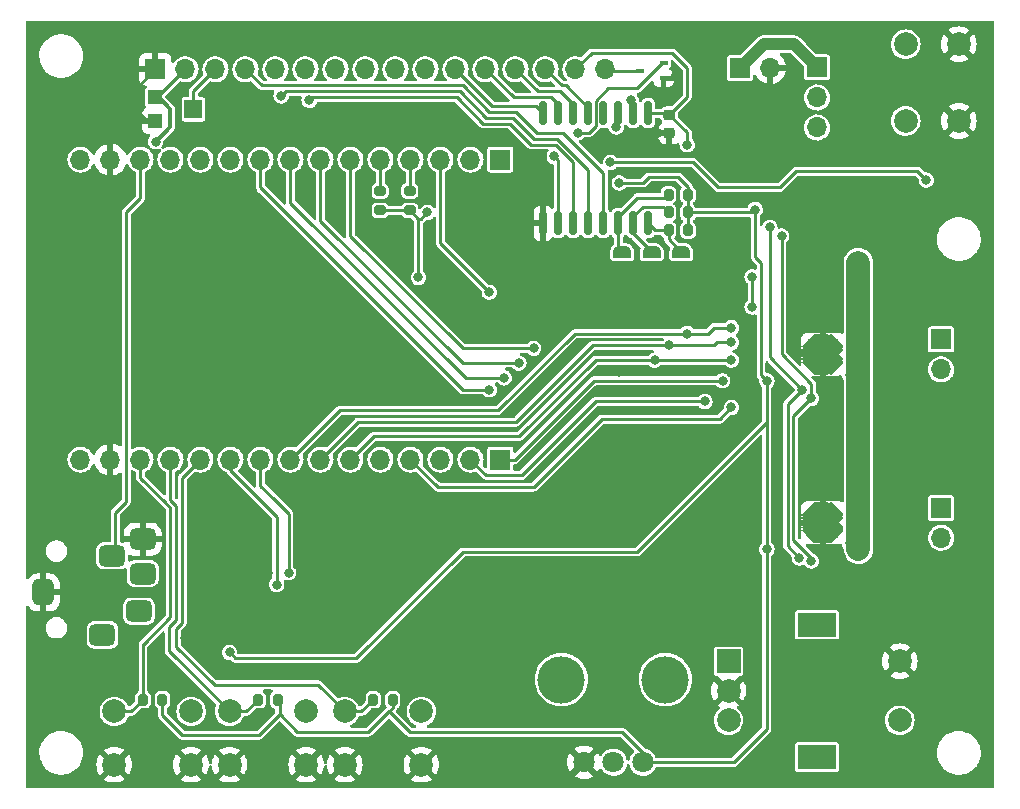
<source format=gbl>
G04 #@! TF.GenerationSoftware,KiCad,Pcbnew,(6.0.7)*
G04 #@! TF.CreationDate,2022-10-03T20:14:31+03:00*
G04 #@! TF.ProjectId,ESP32_blAudio_portable,45535033-325f-4626-9c41-7564696f5f70,rev?*
G04 #@! TF.SameCoordinates,Original*
G04 #@! TF.FileFunction,Copper,L2,Bot*
G04 #@! TF.FilePolarity,Positive*
%FSLAX46Y46*%
G04 Gerber Fmt 4.6, Leading zero omitted, Abs format (unit mm)*
G04 Created by KiCad (PCBNEW (6.0.7)) date 2022-10-03 20:14:31*
%MOMM*%
%LPD*%
G01*
G04 APERTURE LIST*
G04 Aperture macros list*
%AMRoundRect*
0 Rectangle with rounded corners*
0 $1 Rounding radius*
0 $2 $3 $4 $5 $6 $7 $8 $9 X,Y pos of 4 corners*
0 Add a 4 corners polygon primitive as box body*
4,1,4,$2,$3,$4,$5,$6,$7,$8,$9,$2,$3,0*
0 Add four circle primitives for the rounded corners*
1,1,$1+$1,$2,$3*
1,1,$1+$1,$4,$5*
1,1,$1+$1,$6,$7*
1,1,$1+$1,$8,$9*
0 Add four rect primitives between the rounded corners*
20,1,$1+$1,$2,$3,$4,$5,0*
20,1,$1+$1,$4,$5,$6,$7,0*
20,1,$1+$1,$6,$7,$8,$9,0*
20,1,$1+$1,$8,$9,$2,$3,0*%
%AMFreePoly0*
4,1,22,0.500000,-0.750000,0.000000,-0.750000,0.000000,-0.745033,-0.079941,-0.743568,-0.215256,-0.701293,-0.333266,-0.622738,-0.424486,-0.514219,-0.481581,-0.384460,-0.499164,-0.250000,-0.500000,-0.250000,-0.500000,0.250000,-0.499164,0.250000,-0.499963,0.256109,-0.478152,0.396186,-0.417904,0.524511,-0.324060,0.630769,-0.204165,0.706417,-0.067858,0.745374,0.000000,0.744959,0.000000,0.750000,
0.500000,0.750000,0.500000,-0.750000,0.500000,-0.750000,$1*%
%AMFreePoly1*
4,1,20,0.000000,0.744959,0.073905,0.744508,0.209726,0.703889,0.328688,0.626782,0.421226,0.519385,0.479903,0.390333,0.500000,0.250000,0.500000,-0.250000,0.499851,-0.262216,0.476331,-0.402017,0.414519,-0.529596,0.319384,-0.634700,0.198574,-0.708877,0.061801,-0.746166,0.000000,-0.745033,0.000000,-0.750000,-0.500000,-0.750000,-0.500000,0.750000,0.000000,0.750000,0.000000,0.744959,
0.000000,0.744959,$1*%
G04 Aperture macros list end*
G04 #@! TA.AperFunction,ComponentPad*
%ADD10RoundRect,0.450000X-0.650000X-0.450000X0.650000X-0.450000X0.650000X0.450000X-0.650000X0.450000X0*%
G04 #@! TD*
G04 #@! TA.AperFunction,ComponentPad*
%ADD11RoundRect,0.450000X0.450000X-0.650000X0.450000X0.650000X-0.450000X0.650000X-0.450000X-0.650000X0*%
G04 #@! TD*
G04 #@! TA.AperFunction,ComponentPad*
%ADD12R,1.700000X1.700000*%
G04 #@! TD*
G04 #@! TA.AperFunction,ComponentPad*
%ADD13O,1.700000X1.700000*%
G04 #@! TD*
G04 #@! TA.AperFunction,ComponentPad*
%ADD14C,2.000000*%
G04 #@! TD*
G04 #@! TA.AperFunction,ComponentPad*
%ADD15R,3.200000X2.000000*%
G04 #@! TD*
G04 #@! TA.AperFunction,ComponentPad*
%ADD16R,2.000000X2.000000*%
G04 #@! TD*
G04 #@! TA.AperFunction,WasherPad*
%ADD17C,4.000000*%
G04 #@! TD*
G04 #@! TA.AperFunction,ComponentPad*
%ADD18C,1.800000*%
G04 #@! TD*
G04 #@! TA.AperFunction,ComponentPad*
%ADD19C,0.500000*%
G04 #@! TD*
G04 #@! TA.AperFunction,SMDPad,CuDef*
%ADD20R,2.600000X2.600000*%
G04 #@! TD*
G04 #@! TA.AperFunction,SMDPad,CuDef*
%ADD21RoundRect,0.225000X-0.250000X0.225000X-0.250000X-0.225000X0.250000X-0.225000X0.250000X0.225000X0*%
G04 #@! TD*
G04 #@! TA.AperFunction,SMDPad,CuDef*
%ADD22FreePoly0,90.000000*%
G04 #@! TD*
G04 #@! TA.AperFunction,SMDPad,CuDef*
%ADD23FreePoly1,90.000000*%
G04 #@! TD*
G04 #@! TA.AperFunction,SMDPad,CuDef*
%ADD24R,0.700000X0.450000*%
G04 #@! TD*
G04 #@! TA.AperFunction,SMDPad,CuDef*
%ADD25RoundRect,0.200000X-0.200000X-0.275000X0.200000X-0.275000X0.200000X0.275000X-0.200000X0.275000X0*%
G04 #@! TD*
G04 #@! TA.AperFunction,SMDPad,CuDef*
%ADD26RoundRect,0.200000X0.275000X-0.200000X0.275000X0.200000X-0.275000X0.200000X-0.275000X-0.200000X0*%
G04 #@! TD*
G04 #@! TA.AperFunction,SMDPad,CuDef*
%ADD27RoundRect,0.150000X0.150000X-0.875000X0.150000X0.875000X-0.150000X0.875000X-0.150000X-0.875000X0*%
G04 #@! TD*
G04 #@! TA.AperFunction,SMDPad,CuDef*
%ADD28R,1.200000X1.200000*%
G04 #@! TD*
G04 #@! TA.AperFunction,SMDPad,CuDef*
%ADD29R,1.500000X1.600000*%
G04 #@! TD*
G04 #@! TA.AperFunction,ViaPad*
%ADD30C,0.800000*%
G04 #@! TD*
G04 #@! TA.AperFunction,Conductor*
%ADD31C,0.250000*%
G04 #@! TD*
G04 #@! TA.AperFunction,Conductor*
%ADD32C,1.000000*%
G04 #@! TD*
G04 #@! TA.AperFunction,Conductor*
%ADD33C,2.000000*%
G04 #@! TD*
G04 #@! TA.AperFunction,Conductor*
%ADD34C,0.300000*%
G04 #@! TD*
G04 APERTURE END LIST*
D10*
X58545000Y-66570000D03*
X61145000Y-65170000D03*
X57745000Y-73270000D03*
X60845000Y-71270000D03*
D11*
X52745000Y-69670000D03*
D10*
X61145000Y-68070000D03*
D12*
X128750000Y-48250000D03*
D13*
X128750000Y-50790000D03*
D12*
X118250000Y-25225000D03*
D13*
X118250000Y-27765000D03*
X118250000Y-30305000D03*
D14*
X125250000Y-75500000D03*
X125250000Y-80500000D03*
D15*
X118250000Y-83600000D03*
X118250000Y-72400000D03*
D14*
X110750000Y-78000000D03*
X110750000Y-80500000D03*
D16*
X110750000Y-75500000D03*
D17*
X105400000Y-77050000D03*
X96600000Y-77050000D03*
D18*
X103500000Y-84050000D03*
X101000000Y-84050000D03*
X98500000Y-84050000D03*
D14*
X130250000Y-29750000D03*
X130250000Y-23250000D03*
X125750000Y-29750000D03*
X125750000Y-23250000D03*
D12*
X91440000Y-58420000D03*
D13*
X88900000Y-58420000D03*
X86360000Y-58420000D03*
X83820000Y-58420000D03*
X81280000Y-58420000D03*
X78740000Y-58420000D03*
X76200000Y-58420000D03*
X73660000Y-58420000D03*
X71120000Y-58420000D03*
X68580000Y-58420000D03*
X66040000Y-58420000D03*
X63500000Y-58420000D03*
X60960000Y-58420000D03*
X58420000Y-58420000D03*
X55880000Y-58420000D03*
D14*
X78250000Y-84250000D03*
X84750000Y-84250000D03*
X78250000Y-79750000D03*
X84750000Y-79750000D03*
X58750000Y-84250000D03*
X65250000Y-84250000D03*
X58750000Y-79750000D03*
X65250000Y-79750000D03*
D12*
X62230000Y-25375000D03*
D13*
X64770000Y-25375000D03*
X67310000Y-25375000D03*
X69850000Y-25375000D03*
X72390000Y-25375000D03*
X74930000Y-25375000D03*
X77470000Y-25375000D03*
X80010000Y-25375000D03*
X82550000Y-25375000D03*
X85090000Y-25375000D03*
X87630000Y-25375000D03*
X90170000Y-25375000D03*
X92710000Y-25375000D03*
X95250000Y-25375000D03*
X97790000Y-25375000D03*
X100330000Y-25375000D03*
D12*
X128750000Y-62500000D03*
D13*
X128750000Y-65040000D03*
D19*
X119775000Y-49500000D03*
X119775000Y-50550000D03*
X117675000Y-48450000D03*
X117675000Y-49500000D03*
X118725000Y-49500000D03*
X119775000Y-48450000D03*
X118725000Y-48450000D03*
X118725000Y-50550000D03*
X117675000Y-50550000D03*
D20*
X118725000Y-49500000D03*
D12*
X91440000Y-33020000D03*
D13*
X88900000Y-33020000D03*
X86360000Y-33020000D03*
X83820000Y-33020000D03*
X81280000Y-33020000D03*
X78740000Y-33020000D03*
X76200000Y-33020000D03*
X73660000Y-33020000D03*
X71120000Y-33020000D03*
X68580000Y-33020000D03*
X66040000Y-33020000D03*
X63500000Y-33020000D03*
X60960000Y-33020000D03*
X58420000Y-33020000D03*
X55880000Y-33020000D03*
D14*
X75000000Y-84250000D03*
X68500000Y-84250000D03*
X75000000Y-79750000D03*
X68500000Y-79750000D03*
D20*
X118725000Y-63750000D03*
D19*
X119775000Y-62700000D03*
X119775000Y-64800000D03*
X117675000Y-63750000D03*
X118725000Y-63750000D03*
X119775000Y-63750000D03*
X117675000Y-62700000D03*
X117675000Y-64800000D03*
X118725000Y-62700000D03*
X118725000Y-64800000D03*
D12*
X111725000Y-25250000D03*
D13*
X114265000Y-25250000D03*
D21*
X105750000Y-29225000D03*
X105750000Y-30775000D03*
D22*
X101750000Y-42150000D03*
D23*
X101750000Y-40850000D03*
D24*
X105250000Y-24850000D03*
X105250000Y-26150000D03*
X103250000Y-25500000D03*
D25*
X70925000Y-78750000D03*
X72575000Y-78750000D03*
X61175000Y-78750000D03*
X62825000Y-78750000D03*
X105675000Y-39000000D03*
X107325000Y-39000000D03*
D22*
X104250000Y-42150000D03*
D23*
X104250000Y-40850000D03*
D26*
X81250000Y-37325000D03*
X81250000Y-35675000D03*
D27*
X103945000Y-38400000D03*
X102675000Y-38400000D03*
X101405000Y-38400000D03*
X100135000Y-38400000D03*
X98865000Y-38400000D03*
X97595000Y-38400000D03*
X96325000Y-38400000D03*
X95055000Y-38400000D03*
X95055000Y-29100000D03*
X96325000Y-29100000D03*
X97595000Y-29100000D03*
X98865000Y-29100000D03*
X100135000Y-29100000D03*
X101405000Y-29100000D03*
X102675000Y-29100000D03*
X103945000Y-29100000D03*
D28*
X62200000Y-29750000D03*
D29*
X65450000Y-28750000D03*
D28*
X62200000Y-27750000D03*
D25*
X105675000Y-37500000D03*
X107325000Y-37500000D03*
X105675000Y-36000000D03*
X107325000Y-36000000D03*
X80675000Y-78750000D03*
X82325000Y-78750000D03*
D22*
X106750000Y-42150000D03*
D23*
X106750000Y-40850000D03*
D26*
X83750000Y-37325000D03*
X83750000Y-35675000D03*
D30*
X101000000Y-36250000D03*
X99500000Y-40000000D03*
X108250000Y-40250000D03*
X123500000Y-61750000D03*
X123500000Y-47500000D03*
X124000000Y-46250000D03*
X124000000Y-53000000D03*
X124000000Y-60500000D03*
X115000000Y-71250000D03*
X112750000Y-65750000D03*
X117250000Y-68500000D03*
X119500000Y-57250000D03*
X123500000Y-56750000D03*
X112750000Y-52750000D03*
X110000000Y-56500000D03*
X77000000Y-64000000D03*
X74250000Y-69250000D03*
X74750000Y-76500000D03*
X81000000Y-75500000D03*
X70750000Y-80500000D03*
X64750000Y-78000000D03*
X59500000Y-76000000D03*
X59000000Y-60250000D03*
X67250000Y-60000000D03*
X85500000Y-39500000D03*
X65250000Y-44500000D03*
X77750000Y-44500000D03*
X86250000Y-52750000D03*
X93750000Y-77750000D03*
X103000000Y-79750000D03*
X107000000Y-73250000D03*
X99750000Y-67750000D03*
X89500000Y-68250000D03*
X86000000Y-78500000D03*
X90750000Y-85000000D03*
X94500000Y-84000000D03*
X81250000Y-83750000D03*
X71500000Y-84000000D03*
X62250000Y-84250000D03*
X61000000Y-62500000D03*
X68750000Y-64000000D03*
X77500000Y-73500000D03*
X60000000Y-73250000D03*
X56750000Y-68500000D03*
X56750000Y-83250000D03*
X53000000Y-78750000D03*
X52000000Y-73750000D03*
X52250000Y-65750000D03*
X52500000Y-58000000D03*
X55750000Y-48000000D03*
X55750000Y-38500000D03*
X57750000Y-55500000D03*
X62500000Y-55750000D03*
X73000000Y-55750000D03*
X78750000Y-61500000D03*
X86500000Y-66000000D03*
X96750000Y-61000000D03*
X101500000Y-51000000D03*
X103250000Y-57000000D03*
X98500000Y-46500000D03*
X90250000Y-47000000D03*
X87000000Y-43250000D03*
X75000000Y-42000000D03*
X61250000Y-43500000D03*
X62500000Y-38500000D03*
X58750000Y-30000000D03*
X82000000Y-39000000D03*
X73000000Y-39500000D03*
X65750000Y-36250000D03*
X88000000Y-31500000D03*
X84000000Y-29500000D03*
X69000000Y-29000000D03*
X57250000Y-22750000D03*
X52500000Y-29000000D03*
X64000000Y-22000000D03*
X79250000Y-22000000D03*
X97250000Y-22000000D03*
X104000000Y-43250000D03*
X111500000Y-39500000D03*
X92750000Y-43500000D03*
X87750000Y-35000000D03*
X92500000Y-38250000D03*
X94250000Y-33750000D03*
X100500000Y-31750000D03*
X105250000Y-27500000D03*
X108250000Y-29250000D03*
X116250000Y-27250000D03*
X111500000Y-22750000D03*
X119750000Y-22750000D03*
X124250000Y-28000000D03*
X128250000Y-26750000D03*
X132500000Y-30500000D03*
X132000000Y-37750000D03*
X127750000Y-43000000D03*
X131750000Y-45750000D03*
X131750000Y-52250000D03*
X126250000Y-54500000D03*
X126500000Y-58250000D03*
X132000000Y-59500000D03*
X131500000Y-65250000D03*
X126500000Y-68250000D03*
X131500000Y-77750000D03*
X125750000Y-84500000D03*
X122000000Y-73500000D03*
X112250000Y-73000000D03*
X116250000Y-78750000D03*
X107750000Y-82000000D03*
X107000000Y-69000000D03*
X110250000Y-51750000D03*
X94250000Y-49000000D03*
X93000000Y-50250000D03*
X91750000Y-51500000D03*
X90500000Y-52500000D03*
X105750000Y-48750000D03*
X104500000Y-50000000D03*
X64750000Y-73500000D03*
X71750000Y-68000000D03*
X100500000Y-43750000D03*
X127500000Y-37250000D03*
X65750000Y-69750000D03*
X124500000Y-41750000D03*
X104750000Y-30750000D03*
X106250000Y-26000000D03*
X68750000Y-73500000D03*
X107250000Y-31750000D03*
X114000000Y-51750000D03*
X85250000Y-37500000D03*
X68500000Y-74750000D03*
X114000000Y-66000000D03*
X84500000Y-43000000D03*
X101500000Y-35000000D03*
X113000000Y-37250000D03*
X121250000Y-43750000D03*
X121750000Y-66000000D03*
X121000000Y-65500000D03*
X122250000Y-43750000D03*
X121250000Y-42750000D03*
X121750000Y-51750000D03*
X121000000Y-51250000D03*
X122250000Y-42750000D03*
X121750000Y-41750000D03*
X62250000Y-31500000D03*
X72875000Y-27625000D03*
X75250000Y-28000000D03*
X73500000Y-68000000D03*
X72500000Y-69000000D03*
X112750000Y-42950500D03*
X112750000Y-45500000D03*
X108750000Y-53500000D03*
X110987701Y-54012299D03*
X127500000Y-34750000D03*
X100750000Y-33250000D03*
X102500000Y-28000000D03*
X117000000Y-52500000D03*
X114250000Y-38750000D03*
X116750000Y-66750000D03*
X101250000Y-30250000D03*
X117750000Y-67000000D03*
X117750000Y-53250000D03*
X115250000Y-39500000D03*
X111000000Y-47250000D03*
X107250000Y-47750000D03*
X111000000Y-48500000D03*
X111000000Y-50000000D03*
X90500000Y-44250000D03*
X98000000Y-30750000D03*
X96000000Y-32750000D03*
D31*
X93250000Y-59750000D02*
X99500000Y-53500000D01*
X99500000Y-53500000D02*
X108750000Y-53500000D01*
X90230000Y-59750000D02*
X93250000Y-59750000D01*
X88900000Y-58420000D02*
X90230000Y-59750000D01*
X100000000Y-55000000D02*
X110000000Y-55000000D01*
X110000000Y-55000000D02*
X110987701Y-54012299D01*
X86150000Y-60750000D02*
X94250000Y-60750000D01*
X94250000Y-60750000D02*
X100000000Y-55000000D01*
X83820000Y-58420000D02*
X86150000Y-60750000D01*
X99340000Y-51750000D02*
X110250000Y-51750000D01*
X98340000Y-52750000D02*
X99340000Y-51750000D01*
X109750000Y-48500000D02*
X111000000Y-48500000D01*
X109500000Y-48750000D02*
X109750000Y-48500000D01*
X92750000Y-55250000D02*
X99250000Y-48750000D01*
X79370000Y-55250000D02*
X92750000Y-55250000D01*
X99250000Y-48750000D02*
X109500000Y-48750000D01*
X76200000Y-58420000D02*
X79370000Y-55250000D01*
X97750000Y-47750000D02*
X107250000Y-47750000D01*
X77830000Y-54250000D02*
X91250000Y-54250000D01*
X73660000Y-58420000D02*
X77830000Y-54250000D01*
X91250000Y-54250000D02*
X97750000Y-47750000D01*
X73660000Y-36660000D02*
X73660000Y-33020000D01*
X88500000Y-51500000D02*
X73660000Y-36660000D01*
X91750000Y-51500000D02*
X88500000Y-51500000D01*
X90500000Y-52500000D02*
X88250000Y-52500000D01*
X88250000Y-52500000D02*
X71120000Y-35370000D01*
X71120000Y-35370000D02*
X71120000Y-33020000D01*
X78740000Y-39490000D02*
X88000000Y-48750000D01*
X88250000Y-49000000D02*
X88000000Y-48750000D01*
X94250000Y-49000000D02*
X88250000Y-49000000D01*
X76200000Y-38200000D02*
X88250000Y-50250000D01*
X88250000Y-50250000D02*
X93000000Y-50250000D01*
X76200000Y-33020000D02*
X76200000Y-38200000D01*
X109500000Y-47250000D02*
X111000000Y-47250000D01*
X109000000Y-47750000D02*
X109500000Y-47250000D01*
X107250000Y-47750000D02*
X109000000Y-47750000D01*
X105250000Y-26150000D02*
X106100000Y-26150000D01*
X101750000Y-42150000D02*
X101750000Y-42500000D01*
X61500000Y-29750000D02*
X60500000Y-28750000D01*
X60500000Y-28750000D02*
X60500000Y-27105000D01*
X105750000Y-30775000D02*
X104775000Y-30775000D01*
X60500000Y-27105000D02*
X62230000Y-25375000D01*
X62200000Y-29750000D02*
X61500000Y-29750000D01*
X101750000Y-42500000D02*
X100500000Y-43750000D01*
X104775000Y-30775000D02*
X104750000Y-30750000D01*
X106100000Y-26150000D02*
X106250000Y-26000000D01*
D32*
X113750000Y-23250000D02*
X116275000Y-23250000D01*
X116275000Y-23250000D02*
X118250000Y-25225000D01*
X111725000Y-25250000D02*
X111750000Y-25250000D01*
X111750000Y-25250000D02*
X113750000Y-23250000D01*
D31*
X106000000Y-24000000D02*
X107250000Y-25250000D01*
X82000000Y-79750000D02*
X83750000Y-81500000D01*
X101500000Y-35000000D02*
X103500000Y-35000000D01*
X74250000Y-81500000D02*
X80250000Y-81500000D01*
X64500000Y-81750000D02*
X71000000Y-81750000D01*
X101750000Y-81500000D02*
X103500000Y-83250000D01*
X84500000Y-38075000D02*
X83750000Y-37325000D01*
X88250000Y-66250000D02*
X79250000Y-75250000D01*
X97790000Y-25375000D02*
X99165000Y-24000000D01*
X105625000Y-29100000D02*
X105750000Y-29225000D01*
X113000000Y-41250000D02*
X113500000Y-41750000D01*
X114000000Y-66000000D02*
X114000000Y-81250000D01*
X62825000Y-80075000D02*
X64500000Y-81750000D01*
X62825000Y-78750000D02*
X62825000Y-80075000D01*
X107325000Y-37500000D02*
X107325000Y-39000000D01*
X103500000Y-35000000D02*
X104000000Y-34500000D01*
X82325000Y-79425000D02*
X82325000Y-78750000D01*
X84500000Y-43000000D02*
X84500000Y-38075000D01*
X114000000Y-81250000D02*
X113500000Y-81750000D01*
X82000000Y-79750000D02*
X82325000Y-79425000D01*
X106500000Y-34500000D02*
X107325000Y-35325000D01*
X114000000Y-66000000D02*
X114000000Y-55250000D01*
X71000000Y-81750000D02*
X72750000Y-80000000D01*
X72750000Y-80000000D02*
X72750000Y-78925000D01*
X107250000Y-25250000D02*
X107250000Y-27725000D01*
X69000000Y-75250000D02*
X68500000Y-74750000D01*
X107250000Y-31750000D02*
X107250000Y-30725000D01*
X113500000Y-51250000D02*
X114000000Y-51750000D01*
X83750000Y-37325000D02*
X81250000Y-37325000D01*
X113500000Y-41750000D02*
X113500000Y-51250000D01*
X72750000Y-78925000D02*
X72575000Y-78750000D01*
X84675000Y-38075000D02*
X85250000Y-37500000D01*
X83750000Y-81500000D02*
X101750000Y-81500000D01*
X107325000Y-35325000D02*
X107325000Y-36000000D01*
X114000000Y-55250000D02*
X103000000Y-66250000D01*
X79250000Y-75250000D02*
X69000000Y-75250000D01*
X113000000Y-37250000D02*
X113000000Y-41250000D01*
X112750000Y-37500000D02*
X107325000Y-37500000D01*
X99165000Y-24000000D02*
X106000000Y-24000000D01*
X103945000Y-29100000D02*
X105625000Y-29100000D01*
X103500000Y-83250000D02*
X103500000Y-84050000D01*
X107250000Y-27725000D02*
X105750000Y-29225000D01*
X80250000Y-81500000D02*
X82000000Y-79750000D01*
X114000000Y-55250000D02*
X114000000Y-51750000D01*
X104000000Y-34500000D02*
X106500000Y-34500000D01*
X84500000Y-38075000D02*
X84675000Y-38075000D01*
X103000000Y-66250000D02*
X88250000Y-66250000D01*
X72750000Y-80000000D02*
X74250000Y-81500000D01*
X113000000Y-37250000D02*
X112750000Y-37500000D01*
X103500000Y-84050000D02*
X111200000Y-84050000D01*
X107325000Y-36000000D02*
X107325000Y-37500000D01*
X111200000Y-84050000D02*
X113500000Y-81750000D01*
X107250000Y-30725000D02*
X105750000Y-29225000D01*
D33*
X121750000Y-41750000D02*
X121750000Y-66000000D01*
D31*
X62200000Y-27750000D02*
X62395000Y-27750000D01*
D34*
X63500000Y-28750000D02*
X62500000Y-27750000D01*
X62500000Y-27750000D02*
X62200000Y-27750000D01*
D31*
X62395000Y-27750000D02*
X64770000Y-25375000D01*
D34*
X63500000Y-30250000D02*
X62250000Y-31500000D01*
X63500000Y-28750000D02*
X63500000Y-30250000D01*
D31*
X65450000Y-27235000D02*
X67310000Y-25375000D01*
X65450000Y-28750000D02*
X65450000Y-27235000D01*
X100135000Y-38400000D02*
X100135000Y-34135000D01*
X96750000Y-30750000D02*
X94500000Y-30750000D01*
X94500000Y-30750000D02*
X92750000Y-29000000D01*
X88250000Y-26750000D02*
X71225000Y-26750000D01*
X100135000Y-34135000D02*
X96750000Y-30750000D01*
X92750000Y-29000000D02*
X90500000Y-29000000D01*
X71225000Y-26750000D02*
X69850000Y-25375000D01*
X90500000Y-29000000D02*
X88250000Y-26750000D01*
X96250000Y-31250000D02*
X94500000Y-31250000D01*
X92750000Y-29750000D02*
X92500000Y-29500000D01*
X94500000Y-31250000D02*
X94250000Y-31250000D01*
X73250000Y-27250000D02*
X72875000Y-27625000D01*
X90250000Y-29500000D02*
X88000000Y-27250000D01*
X98865000Y-38400000D02*
X98865000Y-33865000D01*
X88000000Y-27250000D02*
X73250000Y-27250000D01*
X98865000Y-33865000D02*
X96500000Y-31500000D01*
X92500000Y-29500000D02*
X90500000Y-29500000D01*
X96500000Y-31500000D02*
X96250000Y-31250000D01*
X90500000Y-29500000D02*
X90250000Y-29500000D01*
X94250000Y-31250000D02*
X92750000Y-29750000D01*
X92250000Y-30000000D02*
X90000000Y-30000000D01*
X97595000Y-33231396D02*
X96113604Y-31750000D01*
X94000000Y-31750000D02*
X92250000Y-30000000D01*
X97595000Y-38400000D02*
X97595000Y-33231396D01*
X96113604Y-31750000D02*
X94000000Y-31750000D01*
X75500000Y-27750000D02*
X75250000Y-28000000D01*
X87750000Y-27750000D02*
X75500000Y-27750000D01*
X90000000Y-30000000D02*
X87750000Y-27750000D01*
X90755000Y-28500000D02*
X87630000Y-25375000D01*
X94455000Y-28500000D02*
X90755000Y-28500000D01*
X95055000Y-29100000D02*
X94455000Y-28500000D01*
X95750000Y-27750000D02*
X92545000Y-27750000D01*
X96325000Y-28325000D02*
X95750000Y-27750000D01*
X96325000Y-29100000D02*
X96325000Y-28325000D01*
X92545000Y-27750000D02*
X90170000Y-25375000D01*
X96500000Y-27250000D02*
X94585000Y-27250000D01*
X97595000Y-28345000D02*
X96500000Y-27250000D01*
X97595000Y-29100000D02*
X97595000Y-28345000D01*
X94585000Y-27250000D02*
X92710000Y-25375000D01*
X98865000Y-28615000D02*
X97000000Y-26750000D01*
X97000000Y-26750000D02*
X96625000Y-26750000D01*
X96625000Y-26750000D02*
X95250000Y-25375000D01*
X98865000Y-29100000D02*
X98865000Y-28615000D01*
X103250000Y-25500000D02*
X100455000Y-25500000D01*
X100455000Y-25500000D02*
X100330000Y-25375000D01*
X106750000Y-40850000D02*
X105675000Y-39775000D01*
X105675000Y-39775000D02*
X105675000Y-39000000D01*
X104545000Y-39000000D02*
X105675000Y-39000000D01*
X103945000Y-38400000D02*
X104545000Y-39000000D01*
X103500000Y-37000000D02*
X105175000Y-37000000D01*
X102675000Y-39275000D02*
X104250000Y-40850000D01*
X102675000Y-38400000D02*
X102675000Y-39275000D01*
X102675000Y-37825000D02*
X103500000Y-37000000D01*
X102675000Y-38400000D02*
X102675000Y-37825000D01*
X105175000Y-37000000D02*
X105675000Y-37500000D01*
X101405000Y-40505000D02*
X101750000Y-40850000D01*
X101405000Y-38400000D02*
X101405000Y-40505000D01*
X105425000Y-36250000D02*
X105675000Y-36000000D01*
X101405000Y-37845000D02*
X103000000Y-36250000D01*
X101405000Y-38400000D02*
X101405000Y-37845000D01*
X103000000Y-36250000D02*
X105425000Y-36250000D01*
X80675000Y-78750000D02*
X79675000Y-79750000D01*
X66040000Y-58420000D02*
X64500000Y-59960000D01*
X76000000Y-77500000D02*
X78250000Y-79750000D01*
X64500000Y-72250000D02*
X64000000Y-72750000D01*
X64000000Y-72750000D02*
X64000000Y-74250000D01*
X64000000Y-74250000D02*
X67250000Y-77500000D01*
X64500000Y-59960000D02*
X64500000Y-72250000D01*
X67250000Y-77500000D02*
X76000000Y-77500000D01*
X79675000Y-79750000D02*
X78250000Y-79750000D01*
X68500000Y-79750000D02*
X63375000Y-74625000D01*
X64000000Y-65250000D02*
X64000000Y-72000000D01*
X63500000Y-61863604D02*
X63818198Y-62181802D01*
X64000000Y-72000000D02*
X63375000Y-72625000D01*
X70925000Y-78750000D02*
X69925000Y-79750000D01*
X63375000Y-74625000D02*
X63375000Y-72625000D01*
X64000000Y-62363604D02*
X64000000Y-65250000D01*
X69925000Y-79750000D02*
X68500000Y-79750000D01*
X63500000Y-58420000D02*
X63500000Y-61863604D01*
X63818198Y-62181802D02*
X64000000Y-62363604D01*
X71120000Y-58420000D02*
X71120000Y-60620000D01*
X72250000Y-61750000D02*
X73500000Y-63000000D01*
X73500000Y-63000000D02*
X73500000Y-68000000D01*
X71120000Y-60620000D02*
X72250000Y-61750000D01*
X68580000Y-58420000D02*
X68580000Y-59330000D01*
X72500000Y-63250000D02*
X72500000Y-69000000D01*
X68580000Y-59330000D02*
X69000000Y-59750000D01*
X69000000Y-59750000D02*
X72500000Y-63250000D01*
X60175000Y-79750000D02*
X61175000Y-78750000D01*
X63500000Y-71750000D02*
X61250000Y-74000000D01*
X61175000Y-74075000D02*
X61250000Y-74000000D01*
X60960000Y-59960000D02*
X63000000Y-62000000D01*
X58750000Y-79750000D02*
X60175000Y-79750000D01*
X63500000Y-62500000D02*
X63500000Y-68000000D01*
X63500000Y-68000000D02*
X63500000Y-71750000D01*
X60960000Y-58420000D02*
X60960000Y-59960000D01*
X63000000Y-62000000D02*
X63500000Y-62500000D01*
X61175000Y-78750000D02*
X61175000Y-74075000D01*
X112750000Y-42950500D02*
X112750000Y-45500000D01*
X92670000Y-58420000D02*
X91440000Y-58420000D01*
X98340000Y-52750000D02*
X92670000Y-58420000D01*
X116500000Y-34000000D02*
X115125000Y-35375000D01*
X109875000Y-35375000D02*
X107750000Y-33250000D01*
X115125000Y-35375000D02*
X109875000Y-35375000D01*
X127500000Y-34750000D02*
X126750000Y-34000000D01*
X126750000Y-34000000D02*
X116500000Y-34000000D01*
X107750000Y-33250000D02*
X100750000Y-33250000D01*
X81250000Y-35675000D02*
X81280000Y-35645000D01*
X114250000Y-49750000D02*
X117000000Y-52500000D01*
X81280000Y-35645000D02*
X81280000Y-33020000D01*
X102500000Y-28925000D02*
X102675000Y-29100000D01*
X115750000Y-63500000D02*
X115750000Y-53750000D01*
X115750000Y-65750000D02*
X115750000Y-63500000D01*
X116750000Y-66750000D02*
X115750000Y-65750000D01*
X115750000Y-53750000D02*
X117000000Y-52500000D01*
X102500000Y-28000000D02*
X102500000Y-28925000D01*
X114250000Y-38750000D02*
X114250000Y-49750000D01*
X115250000Y-49500000D02*
X117750000Y-52000000D01*
X83820000Y-35605000D02*
X83820000Y-33020000D01*
X101250000Y-29255000D02*
X101405000Y-29100000D01*
X115250000Y-39500000D02*
X115250000Y-49500000D01*
X117750000Y-66724695D02*
X116250000Y-65224695D01*
X116250000Y-65224695D02*
X116250000Y-63250000D01*
X117750000Y-52000000D02*
X117750000Y-53250000D01*
X101250000Y-30250000D02*
X101250000Y-29255000D01*
X116250000Y-63250000D02*
X116250000Y-54750000D01*
X83750000Y-35675000D02*
X83820000Y-35605000D01*
X116250000Y-54750000D02*
X117750000Y-53250000D01*
X117750000Y-67000000D02*
X117750000Y-66724695D01*
X78740000Y-58420000D02*
X80705000Y-56455000D01*
X99500000Y-50000000D02*
X105750000Y-50000000D01*
X111000000Y-50000000D02*
X105750000Y-50000000D01*
X80705000Y-56455000D02*
X93045000Y-56455000D01*
X93045000Y-56455000D02*
X99500000Y-50000000D01*
X86360000Y-33020000D02*
X86360000Y-40110000D01*
X86360000Y-40110000D02*
X90500000Y-44250000D01*
X99500000Y-30181751D02*
X99500000Y-28038249D01*
X105150000Y-24850000D02*
X105250000Y-24850000D01*
X100538249Y-27000000D02*
X103000000Y-27000000D01*
X96325000Y-33075000D02*
X96000000Y-32750000D01*
X98931751Y-30750000D02*
X99500000Y-30181751D01*
X99500000Y-28038249D02*
X100538249Y-27000000D01*
X103000000Y-27000000D02*
X105150000Y-24850000D01*
X96325000Y-38400000D02*
X96325000Y-33075000D01*
X98000000Y-30750000D02*
X98931751Y-30750000D01*
X78740000Y-33020000D02*
X78740000Y-39490000D01*
X60960000Y-36290000D02*
X60960000Y-33020000D01*
X58845000Y-62905000D02*
X59750000Y-62000000D01*
X59750000Y-37500000D02*
X60960000Y-36290000D01*
X59750000Y-62000000D02*
X59750000Y-37500000D01*
X58845000Y-66570000D02*
X58845000Y-62905000D01*
G04 #@! TA.AperFunction,Conductor*
G36*
X133192539Y-21270185D02*
G01*
X133238294Y-21322989D01*
X133249500Y-21374500D01*
X133249500Y-86125500D01*
X133229815Y-86192539D01*
X133177011Y-86238294D01*
X133125500Y-86249500D01*
X51374500Y-86249500D01*
X51307461Y-86229815D01*
X51261706Y-86177011D01*
X51250500Y-86125500D01*
X51250500Y-85482676D01*
X57882064Y-85482676D01*
X57887701Y-85490206D01*
X58059106Y-85595245D01*
X58067769Y-85599659D01*
X58278061Y-85686764D01*
X58287297Y-85689765D01*
X58508634Y-85742904D01*
X58518219Y-85744422D01*
X58745146Y-85762281D01*
X58754854Y-85762281D01*
X58981781Y-85744422D01*
X58991366Y-85742904D01*
X59212703Y-85689765D01*
X59221939Y-85686764D01*
X59432231Y-85599659D01*
X59440894Y-85595245D01*
X59608689Y-85492419D01*
X59617503Y-85482676D01*
X64382064Y-85482676D01*
X64387701Y-85490206D01*
X64559106Y-85595245D01*
X64567769Y-85599659D01*
X64778061Y-85686764D01*
X64787297Y-85689765D01*
X65008634Y-85742904D01*
X65018219Y-85744422D01*
X65245146Y-85762281D01*
X65254854Y-85762281D01*
X65481781Y-85744422D01*
X65491366Y-85742904D01*
X65712703Y-85689765D01*
X65721939Y-85686764D01*
X65932231Y-85599659D01*
X65940894Y-85595245D01*
X66108689Y-85492419D01*
X66117503Y-85482676D01*
X67632064Y-85482676D01*
X67637701Y-85490206D01*
X67809106Y-85595245D01*
X67817769Y-85599659D01*
X68028061Y-85686764D01*
X68037297Y-85689765D01*
X68258634Y-85742904D01*
X68268219Y-85744422D01*
X68495146Y-85762281D01*
X68504854Y-85762281D01*
X68731781Y-85744422D01*
X68741366Y-85742904D01*
X68962703Y-85689765D01*
X68971939Y-85686764D01*
X69182231Y-85599659D01*
X69190894Y-85595245D01*
X69358689Y-85492419D01*
X69367503Y-85482676D01*
X74132064Y-85482676D01*
X74137701Y-85490206D01*
X74309106Y-85595245D01*
X74317769Y-85599659D01*
X74528061Y-85686764D01*
X74537297Y-85689765D01*
X74758634Y-85742904D01*
X74768219Y-85744422D01*
X74995146Y-85762281D01*
X75004854Y-85762281D01*
X75231781Y-85744422D01*
X75241366Y-85742904D01*
X75462703Y-85689765D01*
X75471939Y-85686764D01*
X75682231Y-85599659D01*
X75690894Y-85595245D01*
X75858689Y-85492419D01*
X75867503Y-85482676D01*
X77382064Y-85482676D01*
X77387701Y-85490206D01*
X77559106Y-85595245D01*
X77567769Y-85599659D01*
X77778061Y-85686764D01*
X77787297Y-85689765D01*
X78008634Y-85742904D01*
X78018219Y-85744422D01*
X78245146Y-85762281D01*
X78254854Y-85762281D01*
X78481781Y-85744422D01*
X78491366Y-85742904D01*
X78712703Y-85689765D01*
X78721939Y-85686764D01*
X78932231Y-85599659D01*
X78940894Y-85595245D01*
X79108689Y-85492419D01*
X79117503Y-85482676D01*
X83882064Y-85482676D01*
X83887701Y-85490206D01*
X84059106Y-85595245D01*
X84067769Y-85599659D01*
X84278061Y-85686764D01*
X84287297Y-85689765D01*
X84508634Y-85742904D01*
X84518219Y-85744422D01*
X84745146Y-85762281D01*
X84754854Y-85762281D01*
X84981781Y-85744422D01*
X84991366Y-85742904D01*
X85212703Y-85689765D01*
X85221939Y-85686764D01*
X85432231Y-85599659D01*
X85440894Y-85595245D01*
X85608689Y-85492419D01*
X85618001Y-85482125D01*
X85614278Y-85473488D01*
X85352203Y-85211413D01*
X97703328Y-85211413D01*
X97708526Y-85218357D01*
X97885146Y-85321565D01*
X97894292Y-85325947D01*
X98101077Y-85404911D01*
X98110822Y-85407743D01*
X98327729Y-85451872D01*
X98337801Y-85453073D01*
X98559011Y-85461186D01*
X98569132Y-85460726D01*
X98788700Y-85432598D01*
X98798613Y-85430491D01*
X99010635Y-85366882D01*
X99020079Y-85363180D01*
X99218850Y-85265803D01*
X99227576Y-85260602D01*
X99285328Y-85219408D01*
X99293597Y-85208875D01*
X99286721Y-85195932D01*
X98512607Y-84421817D01*
X98498887Y-84414325D01*
X98497082Y-84414454D01*
X98490573Y-84418637D01*
X97709979Y-85199232D01*
X97703328Y-85211413D01*
X85352203Y-85211413D01*
X84762607Y-84621817D01*
X84748887Y-84614325D01*
X84747081Y-84614454D01*
X84740574Y-84618636D01*
X83888715Y-85470495D01*
X83882064Y-85482676D01*
X79117503Y-85482676D01*
X79118001Y-85482125D01*
X79114278Y-85473488D01*
X78262607Y-84621817D01*
X78248887Y-84614325D01*
X78247081Y-84614454D01*
X78240574Y-84618636D01*
X77388715Y-85470495D01*
X77382064Y-85482676D01*
X75867503Y-85482676D01*
X75868001Y-85482125D01*
X75864278Y-85473488D01*
X75012607Y-84621817D01*
X74998887Y-84614325D01*
X74997081Y-84614454D01*
X74990574Y-84618636D01*
X74138715Y-85470495D01*
X74132064Y-85482676D01*
X69367503Y-85482676D01*
X69368001Y-85482125D01*
X69364278Y-85473488D01*
X68512607Y-84621817D01*
X68498887Y-84614325D01*
X68497081Y-84614454D01*
X68490574Y-84618636D01*
X67638715Y-85470495D01*
X67632064Y-85482676D01*
X66117503Y-85482676D01*
X66118001Y-85482125D01*
X66114278Y-85473488D01*
X65262607Y-84621817D01*
X65248887Y-84614325D01*
X65247081Y-84614454D01*
X65240574Y-84618636D01*
X64388715Y-85470495D01*
X64382064Y-85482676D01*
X59617503Y-85482676D01*
X59618001Y-85482125D01*
X59614278Y-85473488D01*
X58762607Y-84621817D01*
X58748887Y-84614325D01*
X58747081Y-84614454D01*
X58740574Y-84618636D01*
X57888715Y-85470495D01*
X57882064Y-85482676D01*
X51250500Y-85482676D01*
X51250500Y-83292095D01*
X52395028Y-83292095D01*
X52420534Y-83559431D01*
X52438006Y-83630833D01*
X52481792Y-83809773D01*
X52484364Y-83820285D01*
X52486047Y-83824441D01*
X52486049Y-83824446D01*
X52510850Y-83885675D01*
X52585182Y-84069192D01*
X52720875Y-84300938D01*
X52888601Y-84510669D01*
X53084846Y-84693991D01*
X53305499Y-84847064D01*
X53309532Y-84849070D01*
X53309533Y-84849071D01*
X53541905Y-84964674D01*
X53541909Y-84964676D01*
X53545938Y-84966680D01*
X53550214Y-84968082D01*
X53550217Y-84968083D01*
X53736309Y-85029087D01*
X53801126Y-85050335D01*
X53869749Y-85062250D01*
X54061983Y-85095628D01*
X54061988Y-85095629D01*
X54065717Y-85096276D01*
X54099078Y-85097937D01*
X54149031Y-85100424D01*
X54149050Y-85100424D01*
X54150567Y-85100500D01*
X54318223Y-85100500D01*
X54517846Y-85086016D01*
X54522227Y-85085049D01*
X54522232Y-85085048D01*
X54630410Y-85061164D01*
X54780080Y-85028120D01*
X55031211Y-84932975D01*
X55265976Y-84802574D01*
X55479458Y-84639650D01*
X55667185Y-84447614D01*
X55675865Y-84435690D01*
X55756348Y-84325118D01*
X55807492Y-84254854D01*
X57237719Y-84254854D01*
X57255578Y-84481781D01*
X57257096Y-84491366D01*
X57310235Y-84712703D01*
X57313236Y-84721939D01*
X57400341Y-84932231D01*
X57404755Y-84940894D01*
X57507581Y-85108689D01*
X57517875Y-85118001D01*
X57526512Y-85114278D01*
X58378183Y-84262607D01*
X58384459Y-84251113D01*
X59114325Y-84251113D01*
X59114454Y-84252919D01*
X59118636Y-84259426D01*
X59970495Y-85111285D01*
X59982676Y-85117936D01*
X59990206Y-85112299D01*
X60095245Y-84940894D01*
X60099659Y-84932231D01*
X60186764Y-84721939D01*
X60189765Y-84712703D01*
X60242904Y-84491366D01*
X60244422Y-84481781D01*
X60262281Y-84254854D01*
X63737719Y-84254854D01*
X63755578Y-84481781D01*
X63757096Y-84491366D01*
X63810235Y-84712703D01*
X63813236Y-84721939D01*
X63900341Y-84932231D01*
X63904755Y-84940894D01*
X64007581Y-85108689D01*
X64017875Y-85118001D01*
X64026512Y-85114278D01*
X64878183Y-84262607D01*
X64884459Y-84251113D01*
X65614325Y-84251113D01*
X65614454Y-84252919D01*
X65618636Y-84259426D01*
X66470495Y-85111285D01*
X66482676Y-85117936D01*
X66490206Y-85112299D01*
X66595245Y-84940894D01*
X66599659Y-84932231D01*
X66686764Y-84721939D01*
X66689765Y-84712703D01*
X66742904Y-84491366D01*
X66744422Y-84481781D01*
X66751382Y-84393342D01*
X66776266Y-84328054D01*
X66832497Y-84286583D01*
X66902222Y-84282096D01*
X66963305Y-84316018D01*
X66996351Y-84377578D01*
X66998618Y-84393342D01*
X67005578Y-84481781D01*
X67007096Y-84491366D01*
X67060235Y-84712703D01*
X67063236Y-84721939D01*
X67150341Y-84932231D01*
X67154755Y-84940894D01*
X67257581Y-85108689D01*
X67267875Y-85118001D01*
X67276512Y-85114278D01*
X68128183Y-84262607D01*
X68134459Y-84251113D01*
X68864325Y-84251113D01*
X68864454Y-84252919D01*
X68868636Y-84259426D01*
X69720495Y-85111285D01*
X69732676Y-85117936D01*
X69740206Y-85112299D01*
X69845245Y-84940894D01*
X69849659Y-84932231D01*
X69936764Y-84721939D01*
X69939765Y-84712703D01*
X69992904Y-84491366D01*
X69994422Y-84481781D01*
X70012281Y-84254854D01*
X73487719Y-84254854D01*
X73505578Y-84481781D01*
X73507096Y-84491366D01*
X73560235Y-84712703D01*
X73563236Y-84721939D01*
X73650341Y-84932231D01*
X73654755Y-84940894D01*
X73757581Y-85108689D01*
X73767875Y-85118001D01*
X73776512Y-85114278D01*
X74628183Y-84262607D01*
X74634459Y-84251113D01*
X75364325Y-84251113D01*
X75364454Y-84252919D01*
X75368636Y-84259426D01*
X76220495Y-85111285D01*
X76232676Y-85117936D01*
X76240206Y-85112299D01*
X76345245Y-84940894D01*
X76349659Y-84932231D01*
X76436764Y-84721939D01*
X76439765Y-84712703D01*
X76492904Y-84491366D01*
X76494422Y-84481781D01*
X76501382Y-84393342D01*
X76526266Y-84328054D01*
X76582497Y-84286583D01*
X76652222Y-84282096D01*
X76713305Y-84316018D01*
X76746351Y-84377578D01*
X76748618Y-84393342D01*
X76755578Y-84481781D01*
X76757096Y-84491366D01*
X76810235Y-84712703D01*
X76813236Y-84721939D01*
X76900341Y-84932231D01*
X76904755Y-84940894D01*
X77007581Y-85108689D01*
X77017875Y-85118001D01*
X77026512Y-85114278D01*
X77878183Y-84262607D01*
X77884459Y-84251113D01*
X78614325Y-84251113D01*
X78614454Y-84252919D01*
X78618636Y-84259426D01*
X79470495Y-85111285D01*
X79482676Y-85117936D01*
X79490206Y-85112299D01*
X79595245Y-84940894D01*
X79599659Y-84932231D01*
X79686764Y-84721939D01*
X79689765Y-84712703D01*
X79742904Y-84491366D01*
X79744422Y-84481781D01*
X79762281Y-84254854D01*
X83237719Y-84254854D01*
X83255578Y-84481781D01*
X83257096Y-84491366D01*
X83310235Y-84712703D01*
X83313236Y-84721939D01*
X83400341Y-84932231D01*
X83404755Y-84940894D01*
X83507581Y-85108689D01*
X83517875Y-85118001D01*
X83526512Y-85114278D01*
X84378183Y-84262607D01*
X84384459Y-84251113D01*
X85114325Y-84251113D01*
X85114454Y-84252919D01*
X85118636Y-84259426D01*
X85970495Y-85111285D01*
X85982676Y-85117936D01*
X85990206Y-85112299D01*
X86095245Y-84940894D01*
X86099659Y-84932231D01*
X86186764Y-84721939D01*
X86189765Y-84712703D01*
X86242904Y-84491366D01*
X86244422Y-84481781D01*
X86262281Y-84254854D01*
X86262281Y-84245146D01*
X86244607Y-84020565D01*
X97087889Y-84020565D01*
X97100631Y-84241544D01*
X97102043Y-84251594D01*
X97150703Y-84467521D01*
X97153741Y-84477215D01*
X97237016Y-84682295D01*
X97241590Y-84691350D01*
X97330246Y-84836025D01*
X97340538Y-84845336D01*
X97349176Y-84841613D01*
X98128183Y-84062607D01*
X98135675Y-84048887D01*
X98135546Y-84047082D01*
X98131363Y-84040573D01*
X97353661Y-83262872D01*
X97342309Y-83256673D01*
X97330223Y-83266142D01*
X97274419Y-83347947D01*
X97269415Y-83356756D01*
X97176215Y-83557540D01*
X97172713Y-83567058D01*
X97113558Y-83780362D01*
X97111659Y-83790318D01*
X97088137Y-84010422D01*
X97087889Y-84020565D01*
X86244607Y-84020565D01*
X86244422Y-84018219D01*
X86242904Y-84008634D01*
X86189765Y-83787297D01*
X86186764Y-83778061D01*
X86099659Y-83567769D01*
X86095245Y-83559106D01*
X85992419Y-83391311D01*
X85982125Y-83381999D01*
X85973488Y-83385722D01*
X85121817Y-84237393D01*
X85114325Y-84251113D01*
X84384459Y-84251113D01*
X84385675Y-84248887D01*
X84385546Y-84247081D01*
X84381364Y-84240574D01*
X83529505Y-83388715D01*
X83517324Y-83382064D01*
X83509794Y-83387701D01*
X83404755Y-83559106D01*
X83400341Y-83567769D01*
X83313236Y-83778061D01*
X83310235Y-83787297D01*
X83257096Y-84008634D01*
X83255578Y-84018219D01*
X83237719Y-84245146D01*
X83237719Y-84254854D01*
X79762281Y-84254854D01*
X79762281Y-84245146D01*
X79744422Y-84018219D01*
X79742904Y-84008634D01*
X79689765Y-83787297D01*
X79686764Y-83778061D01*
X79599659Y-83567769D01*
X79595245Y-83559106D01*
X79492419Y-83391311D01*
X79482125Y-83381999D01*
X79473488Y-83385722D01*
X78621817Y-84237393D01*
X78614325Y-84251113D01*
X77884459Y-84251113D01*
X77885675Y-84248887D01*
X77885546Y-84247081D01*
X77881364Y-84240574D01*
X77029505Y-83388715D01*
X77017324Y-83382064D01*
X77009794Y-83387701D01*
X76904755Y-83559106D01*
X76900341Y-83567769D01*
X76813236Y-83778061D01*
X76810235Y-83787297D01*
X76757096Y-84008634D01*
X76755578Y-84018219D01*
X76748618Y-84106658D01*
X76723734Y-84171946D01*
X76667503Y-84213417D01*
X76597778Y-84217904D01*
X76536695Y-84183982D01*
X76503649Y-84122422D01*
X76501382Y-84106658D01*
X76494422Y-84018219D01*
X76492904Y-84008634D01*
X76439765Y-83787297D01*
X76436764Y-83778061D01*
X76349659Y-83567769D01*
X76345245Y-83559106D01*
X76242419Y-83391311D01*
X76232125Y-83381999D01*
X76223488Y-83385722D01*
X75371817Y-84237393D01*
X75364325Y-84251113D01*
X74634459Y-84251113D01*
X74635675Y-84248887D01*
X74635546Y-84247081D01*
X74631364Y-84240574D01*
X73779505Y-83388715D01*
X73767324Y-83382064D01*
X73759794Y-83387701D01*
X73654755Y-83559106D01*
X73650341Y-83567769D01*
X73563236Y-83778061D01*
X73560235Y-83787297D01*
X73507096Y-84008634D01*
X73505578Y-84018219D01*
X73487719Y-84245146D01*
X73487719Y-84254854D01*
X70012281Y-84254854D01*
X70012281Y-84245146D01*
X69994422Y-84018219D01*
X69992904Y-84008634D01*
X69939765Y-83787297D01*
X69936764Y-83778061D01*
X69849659Y-83567769D01*
X69845245Y-83559106D01*
X69742419Y-83391311D01*
X69732125Y-83381999D01*
X69723488Y-83385722D01*
X68871817Y-84237393D01*
X68864325Y-84251113D01*
X68134459Y-84251113D01*
X68135675Y-84248887D01*
X68135546Y-84247081D01*
X68131364Y-84240574D01*
X67279505Y-83388715D01*
X67267324Y-83382064D01*
X67259794Y-83387701D01*
X67154755Y-83559106D01*
X67150341Y-83567769D01*
X67063236Y-83778061D01*
X67060235Y-83787297D01*
X67007096Y-84008634D01*
X67005578Y-84018219D01*
X66998618Y-84106658D01*
X66973734Y-84171946D01*
X66917503Y-84213417D01*
X66847778Y-84217904D01*
X66786695Y-84183982D01*
X66753649Y-84122422D01*
X66751382Y-84106658D01*
X66744422Y-84018219D01*
X66742904Y-84008634D01*
X66689765Y-83787297D01*
X66686764Y-83778061D01*
X66599659Y-83567769D01*
X66595245Y-83559106D01*
X66492419Y-83391311D01*
X66482125Y-83381999D01*
X66473488Y-83385722D01*
X65621817Y-84237393D01*
X65614325Y-84251113D01*
X64884459Y-84251113D01*
X64885675Y-84248887D01*
X64885546Y-84247081D01*
X64881364Y-84240574D01*
X64029505Y-83388715D01*
X64017324Y-83382064D01*
X64009794Y-83387701D01*
X63904755Y-83559106D01*
X63900341Y-83567769D01*
X63813236Y-83778061D01*
X63810235Y-83787297D01*
X63757096Y-84008634D01*
X63755578Y-84018219D01*
X63737719Y-84245146D01*
X63737719Y-84254854D01*
X60262281Y-84254854D01*
X60262281Y-84245146D01*
X60244422Y-84018219D01*
X60242904Y-84008634D01*
X60189765Y-83787297D01*
X60186764Y-83778061D01*
X60099659Y-83567769D01*
X60095245Y-83559106D01*
X59992419Y-83391311D01*
X59982125Y-83381999D01*
X59973488Y-83385722D01*
X59121817Y-84237393D01*
X59114325Y-84251113D01*
X58384459Y-84251113D01*
X58385675Y-84248887D01*
X58385546Y-84247081D01*
X58381364Y-84240574D01*
X57529505Y-83388715D01*
X57517324Y-83382064D01*
X57509794Y-83387701D01*
X57404755Y-83559106D01*
X57400341Y-83567769D01*
X57313236Y-83778061D01*
X57310235Y-83787297D01*
X57257096Y-84008634D01*
X57255578Y-84018219D01*
X57237719Y-84245146D01*
X57237719Y-84254854D01*
X55807492Y-84254854D01*
X55825225Y-84230491D01*
X55950265Y-83992828D01*
X56039688Y-83739603D01*
X56052520Y-83674500D01*
X56090751Y-83480532D01*
X56090751Y-83480529D01*
X56091620Y-83476122D01*
X56101004Y-83287609D01*
X56104749Y-83212391D01*
X56104749Y-83212387D01*
X56104972Y-83207905D01*
X56086842Y-83017875D01*
X57881999Y-83017875D01*
X57885722Y-83026512D01*
X58737393Y-83878183D01*
X58751113Y-83885675D01*
X58752919Y-83885546D01*
X58759426Y-83881364D01*
X59611285Y-83029505D01*
X59617635Y-83017875D01*
X64381999Y-83017875D01*
X64385722Y-83026512D01*
X65237393Y-83878183D01*
X65251113Y-83885675D01*
X65252919Y-83885546D01*
X65259426Y-83881364D01*
X66111285Y-83029505D01*
X66117635Y-83017875D01*
X67631999Y-83017875D01*
X67635722Y-83026512D01*
X68487393Y-83878183D01*
X68501113Y-83885675D01*
X68502919Y-83885546D01*
X68509426Y-83881364D01*
X69361285Y-83029505D01*
X69367635Y-83017875D01*
X74131999Y-83017875D01*
X74135722Y-83026512D01*
X74987393Y-83878183D01*
X75001113Y-83885675D01*
X75002919Y-83885546D01*
X75009426Y-83881364D01*
X75861285Y-83029505D01*
X75867635Y-83017875D01*
X77381999Y-83017875D01*
X77385722Y-83026512D01*
X78237393Y-83878183D01*
X78251113Y-83885675D01*
X78252919Y-83885546D01*
X78259426Y-83881364D01*
X79111285Y-83029505D01*
X79117635Y-83017875D01*
X83881999Y-83017875D01*
X83885722Y-83026512D01*
X84737393Y-83878183D01*
X84751113Y-83885675D01*
X84752919Y-83885546D01*
X84759426Y-83881364D01*
X85611285Y-83029505D01*
X85617936Y-83017324D01*
X85612299Y-83009794D01*
X85440894Y-82904755D01*
X85432231Y-82900341D01*
X85408967Y-82890705D01*
X97705412Y-82890705D01*
X97712048Y-82902837D01*
X98487393Y-83678183D01*
X98501113Y-83685675D01*
X98502918Y-83685546D01*
X98509427Y-83681363D01*
X99289195Y-82901594D01*
X99296103Y-82888943D01*
X99288454Y-82878445D01*
X99285838Y-82876379D01*
X99277394Y-82870769D01*
X99083605Y-82763792D01*
X99074354Y-82759635D01*
X98865691Y-82685744D01*
X98855892Y-82683155D01*
X98637967Y-82644336D01*
X98627876Y-82643382D01*
X98406537Y-82640678D01*
X98396411Y-82641387D01*
X98177615Y-82674867D01*
X98167742Y-82677219D01*
X97957343Y-82745988D01*
X97947994Y-82749918D01*
X97751657Y-82852124D01*
X97743068Y-82857533D01*
X97713731Y-82879559D01*
X97705412Y-82890705D01*
X85408967Y-82890705D01*
X85221939Y-82813236D01*
X85212703Y-82810235D01*
X84991366Y-82757096D01*
X84981781Y-82755578D01*
X84754854Y-82737719D01*
X84745146Y-82737719D01*
X84518219Y-82755578D01*
X84508634Y-82757096D01*
X84287297Y-82810235D01*
X84278061Y-82813236D01*
X84067769Y-82900341D01*
X84059106Y-82904755D01*
X83891311Y-83007581D01*
X83881999Y-83017875D01*
X79117635Y-83017875D01*
X79117936Y-83017324D01*
X79112299Y-83009794D01*
X78940894Y-82904755D01*
X78932231Y-82900341D01*
X78721939Y-82813236D01*
X78712703Y-82810235D01*
X78491366Y-82757096D01*
X78481781Y-82755578D01*
X78254854Y-82737719D01*
X78245146Y-82737719D01*
X78018219Y-82755578D01*
X78008634Y-82757096D01*
X77787297Y-82810235D01*
X77778061Y-82813236D01*
X77567769Y-82900341D01*
X77559106Y-82904755D01*
X77391311Y-83007581D01*
X77381999Y-83017875D01*
X75867635Y-83017875D01*
X75867936Y-83017324D01*
X75862299Y-83009794D01*
X75690894Y-82904755D01*
X75682231Y-82900341D01*
X75471939Y-82813236D01*
X75462703Y-82810235D01*
X75241366Y-82757096D01*
X75231781Y-82755578D01*
X75004854Y-82737719D01*
X74995146Y-82737719D01*
X74768219Y-82755578D01*
X74758634Y-82757096D01*
X74537297Y-82810235D01*
X74528061Y-82813236D01*
X74317769Y-82900341D01*
X74309106Y-82904755D01*
X74141311Y-83007581D01*
X74131999Y-83017875D01*
X69367635Y-83017875D01*
X69367936Y-83017324D01*
X69362299Y-83009794D01*
X69190894Y-82904755D01*
X69182231Y-82900341D01*
X68971939Y-82813236D01*
X68962703Y-82810235D01*
X68741366Y-82757096D01*
X68731781Y-82755578D01*
X68504854Y-82737719D01*
X68495146Y-82737719D01*
X68268219Y-82755578D01*
X68258634Y-82757096D01*
X68037297Y-82810235D01*
X68028061Y-82813236D01*
X67817769Y-82900341D01*
X67809106Y-82904755D01*
X67641311Y-83007581D01*
X67631999Y-83017875D01*
X66117635Y-83017875D01*
X66117936Y-83017324D01*
X66112299Y-83009794D01*
X65940894Y-82904755D01*
X65932231Y-82900341D01*
X65721939Y-82813236D01*
X65712703Y-82810235D01*
X65491366Y-82757096D01*
X65481781Y-82755578D01*
X65254854Y-82737719D01*
X65245146Y-82737719D01*
X65018219Y-82755578D01*
X65008634Y-82757096D01*
X64787297Y-82810235D01*
X64778061Y-82813236D01*
X64567769Y-82900341D01*
X64559106Y-82904755D01*
X64391311Y-83007581D01*
X64381999Y-83017875D01*
X59617635Y-83017875D01*
X59617936Y-83017324D01*
X59612299Y-83009794D01*
X59440894Y-82904755D01*
X59432231Y-82900341D01*
X59221939Y-82813236D01*
X59212703Y-82810235D01*
X58991366Y-82757096D01*
X58981781Y-82755578D01*
X58754854Y-82737719D01*
X58745146Y-82737719D01*
X58518219Y-82755578D01*
X58508634Y-82757096D01*
X58287297Y-82810235D01*
X58278061Y-82813236D01*
X58067769Y-82900341D01*
X58059106Y-82904755D01*
X57891311Y-83007581D01*
X57881999Y-83017875D01*
X56086842Y-83017875D01*
X56086071Y-83009794D01*
X56079894Y-82945054D01*
X56079894Y-82945053D01*
X56079466Y-82940569D01*
X56036456Y-82764800D01*
X56016704Y-82684078D01*
X56016702Y-82684073D01*
X56015636Y-82679715D01*
X56013673Y-82674867D01*
X55945749Y-82507172D01*
X55914818Y-82430808D01*
X55779125Y-82199062D01*
X55611399Y-81989331D01*
X55415154Y-81806009D01*
X55194501Y-81652936D01*
X55062169Y-81587102D01*
X54958095Y-81535326D01*
X54958091Y-81535324D01*
X54954062Y-81533320D01*
X54949786Y-81531918D01*
X54949783Y-81531917D01*
X54703142Y-81451064D01*
X54703140Y-81451064D01*
X54698874Y-81449665D01*
X54570544Y-81427383D01*
X54438017Y-81404372D01*
X54438012Y-81404371D01*
X54434283Y-81403724D01*
X54400922Y-81402063D01*
X54350969Y-81399576D01*
X54350950Y-81399576D01*
X54349433Y-81399500D01*
X54181777Y-81399500D01*
X53982154Y-81413984D01*
X53977773Y-81414951D01*
X53977768Y-81414952D01*
X53913121Y-81429225D01*
X53719920Y-81471880D01*
X53468789Y-81567025D01*
X53234024Y-81697426D01*
X53020542Y-81860350D01*
X52832815Y-82052386D01*
X52830173Y-82056015D01*
X52830171Y-82056018D01*
X52779527Y-82125596D01*
X52674775Y-82269509D01*
X52549735Y-82507172D01*
X52548242Y-82511399D01*
X52548241Y-82511402D01*
X52527779Y-82569347D01*
X52460312Y-82760397D01*
X52459445Y-82764798D01*
X52459444Y-82764800D01*
X52411682Y-83007127D01*
X52408380Y-83023878D01*
X52408157Y-83028362D01*
X52396483Y-83262872D01*
X52395028Y-83292095D01*
X51250500Y-83292095D01*
X51250500Y-72764646D01*
X52944500Y-72764646D01*
X52983856Y-72949803D01*
X53060849Y-73122730D01*
X53172112Y-73275871D01*
X53312784Y-73402533D01*
X53476716Y-73497179D01*
X53656744Y-73555674D01*
X53797808Y-73570500D01*
X53892192Y-73570500D01*
X54033256Y-73555674D01*
X54213284Y-73497179D01*
X54377216Y-73402533D01*
X54517888Y-73275871D01*
X54629151Y-73122730D01*
X54706144Y-72949803D01*
X54745500Y-72764646D01*
X54745500Y-72764007D01*
X56394500Y-72764007D01*
X56394501Y-73775992D01*
X56394761Y-73778820D01*
X56394761Y-73778822D01*
X56399031Y-73825295D01*
X56401171Y-73848594D01*
X56451873Y-74010383D01*
X56455744Y-74016775D01*
X56455746Y-74016779D01*
X56531428Y-74141744D01*
X56539703Y-74155408D01*
X56659592Y-74275297D01*
X56665987Y-74279170D01*
X56798221Y-74359254D01*
X56798225Y-74359256D01*
X56804617Y-74363127D01*
X56966406Y-74413829D01*
X57039007Y-74420500D01*
X57744751Y-74420500D01*
X58450992Y-74420499D01*
X58459150Y-74419750D01*
X58517042Y-74414431D01*
X58517043Y-74414431D01*
X58523594Y-74413829D01*
X58685383Y-74363127D01*
X58691775Y-74359256D01*
X58691779Y-74359254D01*
X58824013Y-74279170D01*
X58830408Y-74275297D01*
X58950297Y-74155408D01*
X58958572Y-74141744D01*
X59034254Y-74016779D01*
X59034256Y-74016775D01*
X59038127Y-74010383D01*
X59088829Y-73848594D01*
X59095500Y-73775993D01*
X59095499Y-72764008D01*
X59088829Y-72691406D01*
X59038127Y-72529617D01*
X59034256Y-72523225D01*
X59034254Y-72523221D01*
X58954170Y-72390987D01*
X58950297Y-72384592D01*
X58830408Y-72264703D01*
X58788836Y-72239526D01*
X58691779Y-72180746D01*
X58691775Y-72180744D01*
X58685383Y-72176873D01*
X58523594Y-72126171D01*
X58450993Y-72119500D01*
X57745249Y-72119500D01*
X57039008Y-72119501D01*
X57036178Y-72119761D01*
X56972958Y-72125569D01*
X56972957Y-72125569D01*
X56966406Y-72126171D01*
X56804617Y-72176873D01*
X56798225Y-72180744D01*
X56798221Y-72180746D01*
X56701164Y-72239526D01*
X56659592Y-72264703D01*
X56539703Y-72384592D01*
X56535830Y-72390987D01*
X56455746Y-72523221D01*
X56455744Y-72523225D01*
X56451873Y-72529617D01*
X56401171Y-72691406D01*
X56394500Y-72764007D01*
X54745500Y-72764007D01*
X54745500Y-72575354D01*
X54738807Y-72543862D01*
X54715158Y-72432607D01*
X54706144Y-72390197D01*
X54629151Y-72217270D01*
X54517888Y-72064129D01*
X54377216Y-71937467D01*
X54295250Y-71890144D01*
X54218910Y-71846069D01*
X54218909Y-71846068D01*
X54213284Y-71842821D01*
X54033256Y-71784326D01*
X53892192Y-71769500D01*
X53797808Y-71769500D01*
X53656744Y-71784326D01*
X53476716Y-71842821D01*
X53471091Y-71846068D01*
X53471090Y-71846069D01*
X53394750Y-71890144D01*
X53312784Y-71937467D01*
X53172112Y-72064129D01*
X53060849Y-72217270D01*
X52983856Y-72390197D01*
X52974842Y-72432607D01*
X52951194Y-72543862D01*
X52944500Y-72575354D01*
X52944500Y-72764646D01*
X51250500Y-72764646D01*
X51250500Y-70894709D01*
X51270185Y-70827670D01*
X51322989Y-70781915D01*
X51392147Y-70771971D01*
X51455703Y-70800996D01*
X51484390Y-70837261D01*
X51488184Y-70844518D01*
X51495062Y-70854949D01*
X51610127Y-70996033D01*
X51618967Y-71004873D01*
X51760051Y-71119938D01*
X51770486Y-71126819D01*
X51931826Y-71211165D01*
X51943438Y-71215810D01*
X52118805Y-71266095D01*
X52130354Y-71268246D01*
X52236891Y-71277755D01*
X52242395Y-71278000D01*
X52473170Y-71278000D01*
X52488169Y-71273596D01*
X52489356Y-71272226D01*
X52491000Y-71264668D01*
X52491000Y-71260170D01*
X52999000Y-71260170D01*
X53003404Y-71275169D01*
X53004774Y-71276356D01*
X53012332Y-71278000D01*
X53247605Y-71278000D01*
X53253109Y-71277755D01*
X53359646Y-71268246D01*
X53371195Y-71266095D01*
X53546562Y-71215810D01*
X53558174Y-71211165D01*
X53719514Y-71126819D01*
X53729949Y-71119938D01*
X53871033Y-71004873D01*
X53879873Y-70996033D01*
X53994938Y-70854949D01*
X54001819Y-70844514D01*
X54043907Y-70764007D01*
X59494500Y-70764007D01*
X59494501Y-71775992D01*
X59501171Y-71848594D01*
X59551873Y-72010383D01*
X59555744Y-72016775D01*
X59555746Y-72016779D01*
X59617956Y-72119500D01*
X59639703Y-72155408D01*
X59759592Y-72275297D01*
X59765987Y-72279170D01*
X59898221Y-72359254D01*
X59898225Y-72359256D01*
X59904617Y-72363127D01*
X60066406Y-72413829D01*
X60139007Y-72420500D01*
X60844751Y-72420500D01*
X61550992Y-72420499D01*
X61592115Y-72416721D01*
X61617042Y-72414431D01*
X61617043Y-72414431D01*
X61623594Y-72413829D01*
X61785383Y-72363127D01*
X61791775Y-72359256D01*
X61791779Y-72359254D01*
X61924013Y-72279170D01*
X61930408Y-72275297D01*
X62050297Y-72155408D01*
X62072044Y-72119500D01*
X62134254Y-72016779D01*
X62134256Y-72016775D01*
X62138127Y-72010383D01*
X62188829Y-71848594D01*
X62195500Y-71775993D01*
X62195499Y-70764008D01*
X62188829Y-70691406D01*
X62138127Y-70529617D01*
X62134256Y-70523225D01*
X62134254Y-70523221D01*
X62054170Y-70390987D01*
X62050297Y-70384592D01*
X61930408Y-70264703D01*
X61924013Y-70260830D01*
X61791779Y-70180746D01*
X61791775Y-70180744D01*
X61785383Y-70176873D01*
X61623594Y-70126171D01*
X61550993Y-70119500D01*
X60845249Y-70119500D01*
X60139008Y-70119501D01*
X60136178Y-70119761D01*
X60072958Y-70125569D01*
X60072957Y-70125569D01*
X60066406Y-70126171D01*
X59904617Y-70176873D01*
X59898225Y-70180744D01*
X59898221Y-70180746D01*
X59765987Y-70260830D01*
X59759592Y-70264703D01*
X59639703Y-70384592D01*
X59635830Y-70390987D01*
X59555746Y-70523221D01*
X59555744Y-70523225D01*
X59551873Y-70529617D01*
X59501171Y-70691406D01*
X59494500Y-70764007D01*
X54043907Y-70764007D01*
X54086165Y-70683174D01*
X54090810Y-70671562D01*
X54141095Y-70496195D01*
X54143246Y-70484646D01*
X54152755Y-70378109D01*
X54153000Y-70372605D01*
X54153000Y-69941830D01*
X54148596Y-69926831D01*
X54147226Y-69925644D01*
X54139668Y-69924000D01*
X53016830Y-69924000D01*
X53001831Y-69928404D01*
X53000644Y-69929774D01*
X52999000Y-69937332D01*
X52999000Y-71260170D01*
X52491000Y-71260170D01*
X52491000Y-69398170D01*
X52999000Y-69398170D01*
X53003404Y-69413169D01*
X53004774Y-69414356D01*
X53012332Y-69416000D01*
X54135170Y-69416000D01*
X54150169Y-69411596D01*
X54151356Y-69410226D01*
X54153000Y-69402668D01*
X54153000Y-68967395D01*
X54152755Y-68961891D01*
X54143246Y-68855354D01*
X54141095Y-68843805D01*
X54090810Y-68668438D01*
X54086165Y-68656826D01*
X54001819Y-68495486D01*
X53994938Y-68485051D01*
X53879873Y-68343967D01*
X53871033Y-68335127D01*
X53729949Y-68220062D01*
X53719514Y-68213181D01*
X53558174Y-68128835D01*
X53546562Y-68124190D01*
X53371195Y-68073905D01*
X53359646Y-68071754D01*
X53253109Y-68062245D01*
X53247605Y-68062000D01*
X53016830Y-68062000D01*
X53001831Y-68066404D01*
X53000644Y-68067774D01*
X52999000Y-68075332D01*
X52999000Y-69398170D01*
X52491000Y-69398170D01*
X52491000Y-68079830D01*
X52486596Y-68064831D01*
X52485226Y-68063644D01*
X52477668Y-68062000D01*
X52242395Y-68062000D01*
X52236891Y-68062245D01*
X52130354Y-68071754D01*
X52118805Y-68073905D01*
X51943438Y-68124190D01*
X51931826Y-68128835D01*
X51770486Y-68213181D01*
X51760051Y-68220062D01*
X51618967Y-68335127D01*
X51610127Y-68343967D01*
X51495062Y-68485051D01*
X51488184Y-68495482D01*
X51484390Y-68502739D01*
X51435886Y-68553030D01*
X51367893Y-68569115D01*
X51301998Y-68545887D01*
X51259121Y-68490720D01*
X51250500Y-68445291D01*
X51250500Y-66264646D01*
X52944500Y-66264646D01*
X52945852Y-66271004D01*
X52945852Y-66271009D01*
X52962751Y-66350512D01*
X52983856Y-66449803D01*
X53021699Y-66534799D01*
X53055918Y-66611654D01*
X53060849Y-66622730D01*
X53172112Y-66775871D01*
X53176942Y-66780220D01*
X53301314Y-66892205D01*
X53312784Y-66902533D01*
X53357133Y-66928138D01*
X53468619Y-66992504D01*
X53476716Y-66997179D01*
X53656744Y-67055674D01*
X53797808Y-67070500D01*
X53892192Y-67070500D01*
X54033256Y-67055674D01*
X54213284Y-66997179D01*
X54221382Y-66992504D01*
X54332867Y-66928138D01*
X54377216Y-66902533D01*
X54388687Y-66892205D01*
X54513058Y-66780220D01*
X54517888Y-66775871D01*
X54629151Y-66622730D01*
X54634083Y-66611654D01*
X54668301Y-66534799D01*
X54706144Y-66449803D01*
X54727249Y-66350512D01*
X54744148Y-66271009D01*
X54744148Y-66271004D01*
X54745500Y-66264646D01*
X54745500Y-66075354D01*
X54743089Y-66064008D01*
X54743089Y-66064007D01*
X57194500Y-66064007D01*
X57194501Y-67075992D01*
X57201171Y-67148594D01*
X57251873Y-67310383D01*
X57255744Y-67316775D01*
X57255746Y-67316779D01*
X57286066Y-67366843D01*
X57339703Y-67455408D01*
X57459592Y-67575297D01*
X57465987Y-67579170D01*
X57598221Y-67659254D01*
X57598225Y-67659256D01*
X57604617Y-67663127D01*
X57766406Y-67713829D01*
X57839007Y-67720500D01*
X58544751Y-67720500D01*
X59250992Y-67720499D01*
X59259150Y-67719750D01*
X59317042Y-67714431D01*
X59317043Y-67714431D01*
X59323594Y-67713829D01*
X59485383Y-67663127D01*
X59606267Y-67589917D01*
X59673805Y-67572027D01*
X59740296Y-67593491D01*
X59784627Y-67647496D01*
X59794500Y-67695983D01*
X59794501Y-68162201D01*
X59794501Y-68575992D01*
X59801171Y-68648594D01*
X59851873Y-68810383D01*
X59855744Y-68816775D01*
X59855746Y-68816779D01*
X59879108Y-68855354D01*
X59939703Y-68955408D01*
X60059592Y-69075297D01*
X60065987Y-69079170D01*
X60198221Y-69159254D01*
X60198225Y-69159256D01*
X60204617Y-69163127D01*
X60366406Y-69213829D01*
X60439007Y-69220500D01*
X61144751Y-69220500D01*
X61850992Y-69220499D01*
X61859150Y-69219750D01*
X61917042Y-69214431D01*
X61917043Y-69214431D01*
X61923594Y-69213829D01*
X62085383Y-69163127D01*
X62091775Y-69159256D01*
X62091779Y-69159254D01*
X62224013Y-69079170D01*
X62230408Y-69075297D01*
X62350297Y-68955408D01*
X62410892Y-68855354D01*
X62434254Y-68816779D01*
X62434256Y-68816775D01*
X62438127Y-68810383D01*
X62488829Y-68648594D01*
X62495500Y-68575993D01*
X62495499Y-67564008D01*
X62488829Y-67491406D01*
X62438127Y-67329617D01*
X62434256Y-67323225D01*
X62434254Y-67323221D01*
X62354170Y-67190987D01*
X62350297Y-67184592D01*
X62230408Y-67064703D01*
X62217253Y-67056736D01*
X62091779Y-66980746D01*
X62091775Y-66980744D01*
X62085383Y-66976873D01*
X61923594Y-66926171D01*
X61850993Y-66919500D01*
X61145249Y-66919500D01*
X60439008Y-66919501D01*
X60436178Y-66919761D01*
X60372958Y-66925569D01*
X60372957Y-66925569D01*
X60366406Y-66926171D01*
X60204617Y-66976873D01*
X60083733Y-67050083D01*
X60016195Y-67067973D01*
X59949704Y-67046509D01*
X59905373Y-66992504D01*
X59895500Y-66944017D01*
X59895500Y-66592363D01*
X59915183Y-66525326D01*
X59967987Y-66479571D01*
X60037146Y-66469627D01*
X60076948Y-66482476D01*
X60131826Y-66511165D01*
X60143438Y-66515810D01*
X60318805Y-66566095D01*
X60330354Y-66568246D01*
X60436891Y-66577755D01*
X60442395Y-66578000D01*
X60873170Y-66578000D01*
X60888169Y-66573596D01*
X60889356Y-66572226D01*
X60891000Y-66564668D01*
X60891000Y-66560170D01*
X61399000Y-66560170D01*
X61403404Y-66575169D01*
X61404774Y-66576356D01*
X61412332Y-66578000D01*
X61847605Y-66578000D01*
X61853109Y-66577755D01*
X61959646Y-66568246D01*
X61971195Y-66566095D01*
X62146562Y-66515810D01*
X62158174Y-66511165D01*
X62319514Y-66426819D01*
X62329949Y-66419938D01*
X62471033Y-66304873D01*
X62479873Y-66296033D01*
X62594938Y-66154949D01*
X62601819Y-66144514D01*
X62686165Y-65983174D01*
X62690810Y-65971562D01*
X62741095Y-65796195D01*
X62743246Y-65784646D01*
X62752755Y-65678109D01*
X62753000Y-65672605D01*
X62753000Y-65441830D01*
X62748596Y-65426831D01*
X62747226Y-65425644D01*
X62739668Y-65424000D01*
X61416830Y-65424000D01*
X61401831Y-65428404D01*
X61400644Y-65429774D01*
X61399000Y-65437332D01*
X61399000Y-66560170D01*
X60891000Y-66560170D01*
X60891000Y-65441830D01*
X60886596Y-65426831D01*
X60885226Y-65425644D01*
X60877668Y-65424000D01*
X59554830Y-65424000D01*
X59527269Y-65432093D01*
X59489627Y-65456285D01*
X59417610Y-65455634D01*
X59397422Y-65449308D01*
X59323594Y-65426171D01*
X59319374Y-65425783D01*
X59258283Y-65393728D01*
X59223787Y-65332968D01*
X59220500Y-65304606D01*
X59220500Y-64898170D01*
X59537000Y-64898170D01*
X59541404Y-64913169D01*
X59542774Y-64914356D01*
X59550332Y-64916000D01*
X60873170Y-64916000D01*
X60888169Y-64911596D01*
X60889356Y-64910226D01*
X60891000Y-64902668D01*
X60891000Y-64898170D01*
X61399000Y-64898170D01*
X61403404Y-64913169D01*
X61404774Y-64914356D01*
X61412332Y-64916000D01*
X62735170Y-64916000D01*
X62750169Y-64911596D01*
X62751356Y-64910226D01*
X62753000Y-64902668D01*
X62753000Y-64667395D01*
X62752755Y-64661891D01*
X62743246Y-64555354D01*
X62741095Y-64543805D01*
X62690810Y-64368438D01*
X62686165Y-64356826D01*
X62601819Y-64195486D01*
X62594938Y-64185051D01*
X62479873Y-64043967D01*
X62471033Y-64035127D01*
X62329949Y-63920062D01*
X62319514Y-63913181D01*
X62158174Y-63828835D01*
X62146562Y-63824190D01*
X61971195Y-63773905D01*
X61959646Y-63771754D01*
X61853109Y-63762245D01*
X61847605Y-63762000D01*
X61416830Y-63762000D01*
X61401831Y-63766404D01*
X61400644Y-63767774D01*
X61399000Y-63775332D01*
X61399000Y-64898170D01*
X60891000Y-64898170D01*
X60891000Y-63779830D01*
X60886596Y-63764831D01*
X60885226Y-63763644D01*
X60877668Y-63762000D01*
X60442395Y-63762000D01*
X60436891Y-63762245D01*
X60330354Y-63771754D01*
X60318805Y-63773905D01*
X60143438Y-63824190D01*
X60131826Y-63828835D01*
X59970486Y-63913181D01*
X59960051Y-63920062D01*
X59818967Y-64035127D01*
X59810127Y-64043967D01*
X59695062Y-64185051D01*
X59688181Y-64195486D01*
X59603835Y-64356826D01*
X59599190Y-64368438D01*
X59548905Y-64543805D01*
X59546754Y-64555354D01*
X59537245Y-64661891D01*
X59537000Y-64667395D01*
X59537000Y-64898170D01*
X59220500Y-64898170D01*
X59220500Y-63111899D01*
X59240185Y-63044860D01*
X59256819Y-63024218D01*
X59977839Y-62303198D01*
X59996568Y-62288071D01*
X59997602Y-62287130D01*
X60006210Y-62281572D01*
X60026807Y-62255445D01*
X60030720Y-62251042D01*
X60030650Y-62250983D01*
X60033957Y-62247080D01*
X60037575Y-62243462D01*
X60048681Y-62227920D01*
X60052170Y-62223272D01*
X60083603Y-62183400D01*
X60086605Y-62174851D01*
X60091872Y-62167481D01*
X60106405Y-62118885D01*
X60108211Y-62113328D01*
X60122438Y-62072817D01*
X60122440Y-62072807D01*
X60125023Y-62065452D01*
X60125500Y-62059945D01*
X60125500Y-62057262D01*
X60125613Y-62054660D01*
X60125635Y-62054585D01*
X60125804Y-62054592D01*
X60125850Y-62053868D01*
X60127690Y-62047714D01*
X60127216Y-62035635D01*
X60125596Y-61994420D01*
X60125500Y-61989552D01*
X60125500Y-59418047D01*
X60145185Y-59351008D01*
X60197989Y-59305253D01*
X60267147Y-59295309D01*
X60318392Y-59314945D01*
X60432637Y-59391282D01*
X60437863Y-59393527D01*
X60437868Y-59393530D01*
X60509447Y-59424282D01*
X60563273Y-59468831D01*
X60584500Y-59538212D01*
X60584500Y-59906716D01*
X60581953Y-59930651D01*
X60581887Y-59932052D01*
X60579731Y-59942066D01*
X60580935Y-59952239D01*
X60583641Y-59975102D01*
X60583988Y-59980984D01*
X60584078Y-59980977D01*
X60584500Y-59986082D01*
X60584500Y-59991193D01*
X60585339Y-59996233D01*
X60587639Y-60010053D01*
X60588461Y-60015832D01*
X60593020Y-60054348D01*
X60594424Y-60066210D01*
X60598346Y-60074377D01*
X60599833Y-60083313D01*
X60622144Y-60124661D01*
X60623922Y-60127957D01*
X60626574Y-60133160D01*
X60648537Y-60178900D01*
X60652094Y-60183131D01*
X60653980Y-60185017D01*
X60655751Y-60186947D01*
X60655779Y-60187000D01*
X60655652Y-60187117D01*
X60656143Y-60187674D01*
X60659194Y-60193329D01*
X60666723Y-60200289D01*
X60666724Y-60200290D01*
X60698381Y-60229553D01*
X60701891Y-60232928D01*
X62756538Y-62287576D01*
X62756540Y-62287577D01*
X62756544Y-62287581D01*
X63088181Y-62619219D01*
X63121666Y-62680542D01*
X63124500Y-62706900D01*
X63124500Y-71543101D01*
X63104815Y-71610140D01*
X63088181Y-71630782D01*
X60947161Y-73771802D01*
X60928432Y-73786929D01*
X60927398Y-73787870D01*
X60918790Y-73793428D01*
X60912448Y-73801473D01*
X60898193Y-73819555D01*
X60894280Y-73823958D01*
X60894350Y-73824017D01*
X60891043Y-73827920D01*
X60887425Y-73831538D01*
X60884451Y-73835700D01*
X60876321Y-73847077D01*
X60872830Y-73851728D01*
X60841397Y-73891600D01*
X60838395Y-73900149D01*
X60833128Y-73907519D01*
X60830191Y-73917340D01*
X60818594Y-73956118D01*
X60816788Y-73961676D01*
X60807643Y-73987719D01*
X60799977Y-74009548D01*
X60799500Y-74015055D01*
X60799500Y-74017739D01*
X60799387Y-74020341D01*
X60799365Y-74020415D01*
X60799196Y-74020408D01*
X60799150Y-74021133D01*
X60797310Y-74027287D01*
X60797712Y-74037526D01*
X60797712Y-74037529D01*
X60799404Y-74080581D01*
X60799500Y-74085449D01*
X60799500Y-77981964D01*
X60779815Y-78049003D01*
X60749172Y-78081705D01*
X60652850Y-78152850D01*
X60647343Y-78160306D01*
X60587471Y-78241366D01*
X60572366Y-78261816D01*
X60527481Y-78389631D01*
X60524500Y-78421166D01*
X60524500Y-78818101D01*
X60504815Y-78885140D01*
X60488181Y-78905782D01*
X60100501Y-79293462D01*
X60039178Y-79326947D01*
X59969486Y-79321963D01*
X59913553Y-79280091D01*
X59900438Y-79258186D01*
X59888543Y-79232676D01*
X59837102Y-79122362D01*
X59833694Y-79117495D01*
X59714704Y-78947558D01*
X59714700Y-78947554D01*
X59711598Y-78943123D01*
X59556877Y-78788402D01*
X59377639Y-78662898D01*
X59179330Y-78570425D01*
X59174107Y-78569026D01*
X59174103Y-78569024D01*
X58973209Y-78515195D01*
X58973210Y-78515195D01*
X58967977Y-78513793D01*
X58750000Y-78494723D01*
X58532023Y-78513793D01*
X58526790Y-78515195D01*
X58526791Y-78515195D01*
X58325897Y-78569024D01*
X58325893Y-78569026D01*
X58320670Y-78570425D01*
X58122362Y-78662898D01*
X58117925Y-78666005D01*
X58117923Y-78666006D01*
X57947558Y-78785296D01*
X57947557Y-78785297D01*
X57943123Y-78788402D01*
X57788402Y-78943123D01*
X57785300Y-78947554D01*
X57785296Y-78947558D01*
X57666306Y-79117495D01*
X57662898Y-79122362D01*
X57570425Y-79320670D01*
X57569026Y-79325893D01*
X57569024Y-79325897D01*
X57543967Y-79419411D01*
X57513793Y-79532023D01*
X57494723Y-79750000D01*
X57513793Y-79967977D01*
X57515195Y-79973209D01*
X57568202Y-80171032D01*
X57570425Y-80179330D01*
X57662898Y-80377638D01*
X57666005Y-80382075D01*
X57666006Y-80382077D01*
X57785296Y-80552442D01*
X57785300Y-80552446D01*
X57788402Y-80556877D01*
X57943123Y-80711598D01*
X58122361Y-80837102D01*
X58320670Y-80929575D01*
X58325893Y-80930974D01*
X58325897Y-80930976D01*
X58492901Y-80975724D01*
X58532023Y-80986207D01*
X58750000Y-81005277D01*
X58967977Y-80986207D01*
X59007099Y-80975724D01*
X59174103Y-80930976D01*
X59174107Y-80930974D01*
X59179330Y-80929575D01*
X59377639Y-80837102D01*
X59556877Y-80711598D01*
X59711598Y-80556877D01*
X59714700Y-80552446D01*
X59714704Y-80552442D01*
X59833994Y-80382077D01*
X59833995Y-80382075D01*
X59837102Y-80377638D01*
X59921291Y-80197095D01*
X59967463Y-80144656D01*
X60033673Y-80125500D01*
X60121716Y-80125500D01*
X60145651Y-80128047D01*
X60147052Y-80128113D01*
X60157066Y-80130269D01*
X60167239Y-80129065D01*
X60190102Y-80126359D01*
X60195984Y-80126012D01*
X60195977Y-80125922D01*
X60201082Y-80125500D01*
X60206193Y-80125500D01*
X60225053Y-80122361D01*
X60230832Y-80121539D01*
X60271032Y-80116781D01*
X60271034Y-80116780D01*
X60281210Y-80115576D01*
X60289377Y-80111654D01*
X60298313Y-80110167D01*
X60342958Y-80086077D01*
X60348163Y-80083425D01*
X60393900Y-80061463D01*
X60398131Y-80057906D01*
X60400017Y-80056020D01*
X60401947Y-80054249D01*
X60402000Y-80054221D01*
X60402117Y-80054348D01*
X60402674Y-80053857D01*
X60408329Y-80050806D01*
X60444552Y-80011621D01*
X60447926Y-80008112D01*
X60944219Y-79511819D01*
X61005542Y-79478334D01*
X61031900Y-79475500D01*
X61428834Y-79475500D01*
X61431738Y-79475225D01*
X61431748Y-79475225D01*
X61452849Y-79473230D01*
X61452850Y-79473230D01*
X61460369Y-79472519D01*
X61550499Y-79440868D01*
X61579443Y-79430704D01*
X61579445Y-79430703D01*
X61588184Y-79427634D01*
X61595637Y-79422129D01*
X61595639Y-79422128D01*
X61689694Y-79352657D01*
X61697150Y-79347150D01*
X61719195Y-79317304D01*
X61772128Y-79245639D01*
X61772131Y-79245634D01*
X61777634Y-79238184D01*
X61780705Y-79229441D01*
X61813884Y-79134958D01*
X61822519Y-79110369D01*
X61825500Y-79078834D01*
X61825500Y-78421166D01*
X61822519Y-78389631D01*
X61777634Y-78261816D01*
X61762530Y-78241366D01*
X61702657Y-78160306D01*
X61697150Y-78152850D01*
X61600829Y-78081706D01*
X61558599Y-78026043D01*
X61550500Y-77981964D01*
X61550500Y-74281899D01*
X61570185Y-74214860D01*
X61586819Y-74194218D01*
X62787819Y-72993218D01*
X62849142Y-72959733D01*
X62918834Y-72964717D01*
X62974767Y-73006589D01*
X62999184Y-73072053D01*
X62999500Y-73080899D01*
X62999500Y-74571716D01*
X62996953Y-74595651D01*
X62996887Y-74597052D01*
X62994731Y-74607066D01*
X62995935Y-74617239D01*
X62998641Y-74640102D01*
X62998988Y-74645984D01*
X62999078Y-74645977D01*
X62999500Y-74651082D01*
X62999500Y-74656193D01*
X63000339Y-74661233D01*
X63002639Y-74675053D01*
X63003461Y-74680832D01*
X63009424Y-74731210D01*
X63013346Y-74739377D01*
X63014833Y-74748313D01*
X63038922Y-74792957D01*
X63041574Y-74798160D01*
X63063537Y-74843900D01*
X63067094Y-74848131D01*
X63068980Y-74850017D01*
X63070751Y-74851947D01*
X63070779Y-74852000D01*
X63070652Y-74852117D01*
X63071143Y-74852674D01*
X63074194Y-74858329D01*
X63081723Y-74865289D01*
X63081724Y-74865290D01*
X63113381Y-74894553D01*
X63116891Y-74897928D01*
X67328742Y-79109779D01*
X67362227Y-79171102D01*
X67357243Y-79240794D01*
X67353453Y-79249842D01*
X67320425Y-79320670D01*
X67319026Y-79325893D01*
X67319024Y-79325897D01*
X67293967Y-79419411D01*
X67263793Y-79532023D01*
X67244723Y-79750000D01*
X67263793Y-79967977D01*
X67265195Y-79973209D01*
X67318202Y-80171032D01*
X67320425Y-80179330D01*
X67412898Y-80377638D01*
X67416005Y-80382075D01*
X67416006Y-80382077D01*
X67535296Y-80552442D01*
X67535300Y-80552446D01*
X67538402Y-80556877D01*
X67693123Y-80711598D01*
X67872361Y-80837102D01*
X68070670Y-80929575D01*
X68075893Y-80930974D01*
X68075897Y-80930976D01*
X68242901Y-80975724D01*
X68282023Y-80986207D01*
X68500000Y-81005277D01*
X68717977Y-80986207D01*
X68757099Y-80975724D01*
X68924103Y-80930976D01*
X68924107Y-80930974D01*
X68929330Y-80929575D01*
X69127639Y-80837102D01*
X69306877Y-80711598D01*
X69461598Y-80556877D01*
X69464700Y-80552446D01*
X69464704Y-80552442D01*
X69583994Y-80382077D01*
X69583995Y-80382075D01*
X69587102Y-80377638D01*
X69671291Y-80197095D01*
X69717463Y-80144656D01*
X69783673Y-80125500D01*
X69871716Y-80125500D01*
X69895651Y-80128047D01*
X69897052Y-80128113D01*
X69907066Y-80130269D01*
X69917239Y-80129065D01*
X69940102Y-80126359D01*
X69945984Y-80126012D01*
X69945977Y-80125922D01*
X69951082Y-80125500D01*
X69956193Y-80125500D01*
X69975053Y-80122361D01*
X69980832Y-80121539D01*
X70021032Y-80116781D01*
X70021034Y-80116780D01*
X70031210Y-80115576D01*
X70039377Y-80111654D01*
X70048313Y-80110167D01*
X70092958Y-80086077D01*
X70098163Y-80083425D01*
X70143900Y-80061463D01*
X70148131Y-80057906D01*
X70150017Y-80056020D01*
X70151947Y-80054249D01*
X70152000Y-80054221D01*
X70152117Y-80054348D01*
X70152674Y-80053857D01*
X70158329Y-80050806D01*
X70194552Y-80011621D01*
X70197926Y-80008112D01*
X70694219Y-79511819D01*
X70755542Y-79478334D01*
X70781900Y-79475500D01*
X71178834Y-79475500D01*
X71181738Y-79475225D01*
X71181748Y-79475225D01*
X71202849Y-79473230D01*
X71202850Y-79473230D01*
X71210369Y-79472519D01*
X71300499Y-79440868D01*
X71329443Y-79430704D01*
X71329445Y-79430703D01*
X71338184Y-79427634D01*
X71345637Y-79422129D01*
X71345639Y-79422128D01*
X71439694Y-79352657D01*
X71447150Y-79347150D01*
X71469195Y-79317304D01*
X71522128Y-79245639D01*
X71522131Y-79245634D01*
X71527634Y-79238184D01*
X71530705Y-79229441D01*
X71563884Y-79134958D01*
X71572519Y-79110369D01*
X71575500Y-79078834D01*
X71575500Y-78421166D01*
X71572519Y-78389631D01*
X71527634Y-78261816D01*
X71512530Y-78241366D01*
X71452657Y-78160306D01*
X71447150Y-78152850D01*
X71374571Y-78099242D01*
X71332341Y-78043579D01*
X71326909Y-77973921D01*
X71359999Y-77912384D01*
X71421106Y-77878506D01*
X71448242Y-77875500D01*
X72051758Y-77875500D01*
X72118797Y-77895185D01*
X72164552Y-77947989D01*
X72174496Y-78017147D01*
X72145471Y-78080703D01*
X72125429Y-78099242D01*
X72052850Y-78152850D01*
X72047343Y-78160306D01*
X71987471Y-78241366D01*
X71972366Y-78261816D01*
X71927481Y-78389631D01*
X71924500Y-78421166D01*
X71924500Y-79078834D01*
X71927481Y-79110369D01*
X71936116Y-79134958D01*
X71969296Y-79229441D01*
X71972366Y-79238184D01*
X71977869Y-79245634D01*
X71977872Y-79245639D01*
X72030805Y-79317304D01*
X72052850Y-79347150D01*
X72060306Y-79352657D01*
X72154361Y-79422128D01*
X72154363Y-79422129D01*
X72161816Y-79427634D01*
X72170555Y-79430703D01*
X72170557Y-79430704D01*
X72289631Y-79472519D01*
X72288691Y-79475195D01*
X72338340Y-79502422D01*
X72371714Y-79563806D01*
X72374500Y-79589944D01*
X72374500Y-79793101D01*
X72354815Y-79860140D01*
X72338181Y-79880782D01*
X70880782Y-81338181D01*
X70819459Y-81371666D01*
X70793101Y-81374500D01*
X64706899Y-81374500D01*
X64639860Y-81354815D01*
X64619218Y-81338181D01*
X63236819Y-79955782D01*
X63203334Y-79894459D01*
X63200500Y-79868101D01*
X63200500Y-79750000D01*
X63994723Y-79750000D01*
X64013793Y-79967977D01*
X64015195Y-79973209D01*
X64068202Y-80171032D01*
X64070425Y-80179330D01*
X64162898Y-80377638D01*
X64166005Y-80382075D01*
X64166006Y-80382077D01*
X64285296Y-80552442D01*
X64285300Y-80552446D01*
X64288402Y-80556877D01*
X64443123Y-80711598D01*
X64622361Y-80837102D01*
X64820670Y-80929575D01*
X64825893Y-80930974D01*
X64825897Y-80930976D01*
X64992901Y-80975724D01*
X65032023Y-80986207D01*
X65250000Y-81005277D01*
X65467977Y-80986207D01*
X65507099Y-80975724D01*
X65674103Y-80930976D01*
X65674107Y-80930974D01*
X65679330Y-80929575D01*
X65877639Y-80837102D01*
X66056877Y-80711598D01*
X66211598Y-80556877D01*
X66214700Y-80552446D01*
X66214704Y-80552442D01*
X66333994Y-80382077D01*
X66333995Y-80382075D01*
X66337102Y-80377638D01*
X66429575Y-80179330D01*
X66431799Y-80171032D01*
X66484805Y-79973209D01*
X66486207Y-79967977D01*
X66505277Y-79750000D01*
X66486207Y-79532023D01*
X66456033Y-79419411D01*
X66430976Y-79325897D01*
X66430974Y-79325893D01*
X66429575Y-79320670D01*
X66337102Y-79122362D01*
X66333694Y-79117495D01*
X66214704Y-78947558D01*
X66214700Y-78947554D01*
X66211598Y-78943123D01*
X66056877Y-78788402D01*
X65877639Y-78662898D01*
X65679330Y-78570425D01*
X65674107Y-78569026D01*
X65674103Y-78569024D01*
X65473209Y-78515195D01*
X65473210Y-78515195D01*
X65467977Y-78513793D01*
X65250000Y-78494723D01*
X65032023Y-78513793D01*
X65026790Y-78515195D01*
X65026791Y-78515195D01*
X64825897Y-78569024D01*
X64825893Y-78569026D01*
X64820670Y-78570425D01*
X64622362Y-78662898D01*
X64617925Y-78666005D01*
X64617923Y-78666006D01*
X64447558Y-78785296D01*
X64447557Y-78785297D01*
X64443123Y-78788402D01*
X64288402Y-78943123D01*
X64285300Y-78947554D01*
X64285296Y-78947558D01*
X64166306Y-79117495D01*
X64162898Y-79122362D01*
X64070425Y-79320670D01*
X64069026Y-79325893D01*
X64069024Y-79325897D01*
X64043967Y-79419411D01*
X64013793Y-79532023D01*
X63994723Y-79750000D01*
X63200500Y-79750000D01*
X63200500Y-79518036D01*
X63220185Y-79450997D01*
X63250829Y-79418294D01*
X63300107Y-79381897D01*
X63347150Y-79347150D01*
X63369195Y-79317304D01*
X63422128Y-79245639D01*
X63422131Y-79245634D01*
X63427634Y-79238184D01*
X63430705Y-79229441D01*
X63463884Y-79134958D01*
X63472519Y-79110369D01*
X63475500Y-79078834D01*
X63475500Y-78421166D01*
X63472519Y-78389631D01*
X63427634Y-78261816D01*
X63412530Y-78241366D01*
X63352657Y-78160306D01*
X63347150Y-78152850D01*
X63258242Y-78087181D01*
X63245639Y-78077872D01*
X63245637Y-78077871D01*
X63238184Y-78072366D01*
X63229445Y-78069297D01*
X63229443Y-78069296D01*
X63171655Y-78049003D01*
X63110369Y-78027481D01*
X63102850Y-78026770D01*
X63102849Y-78026770D01*
X63081748Y-78024775D01*
X63081738Y-78024775D01*
X63078834Y-78024500D01*
X62571166Y-78024500D01*
X62568262Y-78024775D01*
X62568252Y-78024775D01*
X62547151Y-78026770D01*
X62547150Y-78026770D01*
X62539631Y-78027481D01*
X62478345Y-78049003D01*
X62420557Y-78069296D01*
X62420555Y-78069297D01*
X62411816Y-78072366D01*
X62404363Y-78077871D01*
X62404361Y-78077872D01*
X62391758Y-78087181D01*
X62302850Y-78152850D01*
X62297343Y-78160306D01*
X62237471Y-78241366D01*
X62222366Y-78261816D01*
X62177481Y-78389631D01*
X62174500Y-78421166D01*
X62174500Y-79078834D01*
X62177481Y-79110369D01*
X62186116Y-79134958D01*
X62219296Y-79229441D01*
X62222366Y-79238184D01*
X62227869Y-79245634D01*
X62227872Y-79245639D01*
X62280805Y-79317304D01*
X62302850Y-79347150D01*
X62349894Y-79381897D01*
X62399171Y-79418294D01*
X62441401Y-79473957D01*
X62449500Y-79518036D01*
X62449500Y-80021716D01*
X62446953Y-80045651D01*
X62446887Y-80047052D01*
X62444731Y-80057066D01*
X62445935Y-80067239D01*
X62448641Y-80090102D01*
X62448988Y-80095984D01*
X62449078Y-80095977D01*
X62449500Y-80101082D01*
X62449500Y-80106193D01*
X62450339Y-80111233D01*
X62452639Y-80125053D01*
X62453461Y-80130832D01*
X62458219Y-80171032D01*
X62459424Y-80181210D01*
X62463346Y-80189377D01*
X62464833Y-80198313D01*
X62488922Y-80242957D01*
X62491574Y-80248160D01*
X62513537Y-80293900D01*
X62517094Y-80298131D01*
X62518980Y-80300017D01*
X62520751Y-80301947D01*
X62520779Y-80302000D01*
X62520652Y-80302117D01*
X62521143Y-80302674D01*
X62524194Y-80308329D01*
X62531723Y-80315289D01*
X62531724Y-80315290D01*
X62563381Y-80344553D01*
X62566891Y-80347928D01*
X64196805Y-81977843D01*
X64211909Y-81996545D01*
X64212868Y-81997599D01*
X64218428Y-82006210D01*
X64226478Y-82012556D01*
X64244551Y-82026804D01*
X64248962Y-82030724D01*
X64249021Y-82030654D01*
X64252921Y-82033959D01*
X64256538Y-82037576D01*
X64260691Y-82040544D01*
X64260702Y-82040553D01*
X64272100Y-82048697D01*
X64276775Y-82052207D01*
X64292800Y-82064840D01*
X64316600Y-82083603D01*
X64325148Y-82086605D01*
X64332519Y-82091872D01*
X64342336Y-82094808D01*
X64342338Y-82094809D01*
X64381127Y-82106409D01*
X64386685Y-82108215D01*
X64427186Y-82122438D01*
X64427188Y-82122439D01*
X64434548Y-82125023D01*
X64440055Y-82125500D01*
X64442738Y-82125500D01*
X64445337Y-82125613D01*
X64445415Y-82125636D01*
X64445408Y-82125804D01*
X64446129Y-82125849D01*
X64452287Y-82127691D01*
X64462525Y-82127289D01*
X64462527Y-82127289D01*
X64505606Y-82125596D01*
X64510474Y-82125500D01*
X70946716Y-82125500D01*
X70970651Y-82128047D01*
X70972052Y-82128113D01*
X70982066Y-82130269D01*
X70992239Y-82129065D01*
X71015102Y-82126359D01*
X71020984Y-82126012D01*
X71020977Y-82125922D01*
X71026082Y-82125500D01*
X71031193Y-82125500D01*
X71050053Y-82122361D01*
X71055832Y-82121539D01*
X71096032Y-82116781D01*
X71096034Y-82116780D01*
X71106210Y-82115576D01*
X71114377Y-82111654D01*
X71123313Y-82110167D01*
X71167958Y-82086077D01*
X71173163Y-82083425D01*
X71211867Y-82064840D01*
X71211866Y-82064840D01*
X71218900Y-82061463D01*
X71223131Y-82057906D01*
X71225019Y-82056018D01*
X71226947Y-82054249D01*
X71227000Y-82054221D01*
X71227117Y-82054348D01*
X71227674Y-82053857D01*
X71233329Y-82050806D01*
X71251334Y-82031329D01*
X71269553Y-82011619D01*
X71272928Y-82008109D01*
X72662319Y-80618718D01*
X72723642Y-80585233D01*
X72793334Y-80590217D01*
X72837681Y-80618718D01*
X73946802Y-81727839D01*
X73961929Y-81746568D01*
X73962870Y-81747602D01*
X73968428Y-81756210D01*
X73976473Y-81762552D01*
X73994555Y-81776807D01*
X73998958Y-81780720D01*
X73999017Y-81780650D01*
X74002920Y-81783957D01*
X74006538Y-81787575D01*
X74014516Y-81793276D01*
X74022077Y-81798679D01*
X74026728Y-81802170D01*
X74066600Y-81833603D01*
X74075149Y-81836605D01*
X74082519Y-81841872D01*
X74092341Y-81844809D01*
X74092340Y-81844809D01*
X74131114Y-81856405D01*
X74136672Y-81858211D01*
X74177183Y-81872438D01*
X74177193Y-81872440D01*
X74184548Y-81875023D01*
X74190055Y-81875500D01*
X74192738Y-81875500D01*
X74195340Y-81875613D01*
X74195415Y-81875635D01*
X74195408Y-81875804D01*
X74196132Y-81875850D01*
X74202286Y-81877690D01*
X74212525Y-81877288D01*
X74212528Y-81877288D01*
X74255580Y-81875596D01*
X74260448Y-81875500D01*
X80196716Y-81875500D01*
X80220651Y-81878047D01*
X80222052Y-81878113D01*
X80232066Y-81880269D01*
X80242239Y-81879065D01*
X80265102Y-81876359D01*
X80270984Y-81876012D01*
X80270977Y-81875922D01*
X80276082Y-81875500D01*
X80281193Y-81875500D01*
X80300053Y-81872361D01*
X80305832Y-81871539D01*
X80346032Y-81866781D01*
X80346034Y-81866780D01*
X80356210Y-81865576D01*
X80364377Y-81861654D01*
X80373313Y-81860167D01*
X80417958Y-81836077D01*
X80423163Y-81833425D01*
X80461867Y-81814840D01*
X80461866Y-81814840D01*
X80468900Y-81811463D01*
X80473131Y-81807906D01*
X80475017Y-81806020D01*
X80476947Y-81804249D01*
X80477000Y-81804221D01*
X80477117Y-81804348D01*
X80477674Y-81803857D01*
X80483329Y-81800806D01*
X80492811Y-81790549D01*
X80519553Y-81761619D01*
X80522928Y-81758109D01*
X81912319Y-80368719D01*
X81973642Y-80335234D01*
X82043334Y-80340218D01*
X82087681Y-80368719D01*
X83446805Y-81727843D01*
X83461909Y-81746545D01*
X83462868Y-81747599D01*
X83468428Y-81756210D01*
X83476478Y-81762556D01*
X83494551Y-81776804D01*
X83498962Y-81780724D01*
X83499021Y-81780654D01*
X83502921Y-81783959D01*
X83506538Y-81787576D01*
X83510691Y-81790544D01*
X83510702Y-81790553D01*
X83522100Y-81798697D01*
X83526775Y-81802207D01*
X83542800Y-81814840D01*
X83566600Y-81833603D01*
X83575148Y-81836605D01*
X83582519Y-81841872D01*
X83592336Y-81844808D01*
X83592338Y-81844809D01*
X83623296Y-81854067D01*
X83631114Y-81856405D01*
X83631127Y-81856409D01*
X83636685Y-81858215D01*
X83677186Y-81872438D01*
X83677188Y-81872439D01*
X83684548Y-81875023D01*
X83690055Y-81875500D01*
X83692738Y-81875500D01*
X83695337Y-81875613D01*
X83695415Y-81875636D01*
X83695408Y-81875804D01*
X83696129Y-81875849D01*
X83702287Y-81877691D01*
X83712525Y-81877289D01*
X83712527Y-81877289D01*
X83755606Y-81875596D01*
X83760474Y-81875500D01*
X101543101Y-81875500D01*
X101610140Y-81895185D01*
X101630782Y-81911819D01*
X102734349Y-83015386D01*
X102767834Y-83076709D01*
X102762850Y-83146401D01*
X102728427Y-83196295D01*
X102666155Y-83250906D01*
X102666150Y-83250911D01*
X102661881Y-83254655D01*
X102658362Y-83259119D01*
X102658359Y-83259122D01*
X102640782Y-83281419D01*
X102530976Y-83420708D01*
X102432523Y-83607836D01*
X102430837Y-83613267D01*
X102430835Y-83613271D01*
X102412703Y-83671666D01*
X102369820Y-83809773D01*
X102369711Y-83810692D01*
X102337254Y-83870813D01*
X102276091Y-83904589D01*
X102206376Y-83899937D01*
X102150244Y-83858333D01*
X102129811Y-83817208D01*
X102107924Y-83739603D01*
X102078686Y-83635931D01*
X101985165Y-83446290D01*
X101858651Y-83276867D01*
X101854481Y-83273012D01*
X101854478Y-83273009D01*
X101779206Y-83203429D01*
X101703381Y-83133337D01*
X101670090Y-83112332D01*
X101529363Y-83023539D01*
X101529361Y-83023538D01*
X101524554Y-83020505D01*
X101328160Y-82942152D01*
X101322579Y-82941042D01*
X101322576Y-82941041D01*
X101197126Y-82916088D01*
X101120775Y-82900901D01*
X101115088Y-82900827D01*
X101115083Y-82900826D01*
X100915034Y-82898207D01*
X100915029Y-82898207D01*
X100909346Y-82898133D01*
X100903742Y-82899096D01*
X100903741Y-82899096D01*
X100706550Y-82932979D01*
X100706547Y-82932980D01*
X100700953Y-82933941D01*
X100502575Y-83007127D01*
X100497697Y-83010029D01*
X100497695Y-83010030D01*
X100325740Y-83112332D01*
X100325737Y-83112334D01*
X100320856Y-83115238D01*
X100161881Y-83254655D01*
X100158362Y-83259119D01*
X100158359Y-83259122D01*
X100140782Y-83281419D01*
X100030976Y-83420708D01*
X100003966Y-83472045D01*
X99955334Y-83522206D01*
X99887299Y-83538112D01*
X99821464Y-83514711D01*
X99780515Y-83463752D01*
X99747155Y-83387031D01*
X99742364Y-83378096D01*
X99669068Y-83264796D01*
X99658552Y-83255739D01*
X99649138Y-83260073D01*
X98871817Y-84037393D01*
X98864325Y-84051113D01*
X98864454Y-84052918D01*
X98868637Y-84059427D01*
X99646508Y-84837297D01*
X99658326Y-84843750D01*
X99669879Y-84834925D01*
X99708061Y-84781789D01*
X99713283Y-84773097D01*
X99781541Y-84634986D01*
X99828891Y-84583608D01*
X99896501Y-84565985D01*
X99962907Y-84587713D01*
X99998846Y-84626579D01*
X99999369Y-84627714D01*
X100005537Y-84636441D01*
X100107419Y-84780601D01*
X100121405Y-84800391D01*
X100125476Y-84804357D01*
X100125477Y-84804358D01*
X100165914Y-84843750D01*
X100272865Y-84947937D01*
X100277588Y-84951093D01*
X100277592Y-84951096D01*
X100348663Y-84998584D01*
X100448677Y-85065411D01*
X100642953Y-85148878D01*
X100706283Y-85163208D01*
X100843638Y-85194289D01*
X100843642Y-85194290D01*
X100849186Y-85195544D01*
X100975651Y-85200513D01*
X101054789Y-85203623D01*
X101054791Y-85203623D01*
X101060470Y-85203846D01*
X101066090Y-85203031D01*
X101066092Y-85203031D01*
X101264103Y-85174320D01*
X101264104Y-85174320D01*
X101269730Y-85173504D01*
X101348890Y-85146633D01*
X101464565Y-85107367D01*
X101464568Y-85107366D01*
X101469955Y-85105537D01*
X101474916Y-85102759D01*
X101474922Y-85102756D01*
X101606466Y-85029087D01*
X101654442Y-85002219D01*
X101695487Y-84968083D01*
X101812645Y-84870644D01*
X101817012Y-84867012D01*
X101831933Y-84849071D01*
X101948584Y-84708813D01*
X101948585Y-84708811D01*
X101952219Y-84704442D01*
X102017591Y-84587713D01*
X102052756Y-84524922D01*
X102052759Y-84524916D01*
X102055537Y-84519955D01*
X102058690Y-84510669D01*
X102121675Y-84325118D01*
X102123504Y-84319730D01*
X102127776Y-84290267D01*
X102156876Y-84226745D01*
X102215699Y-84189041D01*
X102285569Y-84189123D01*
X102344302Y-84226967D01*
X102370677Y-84277535D01*
X102409445Y-84430181D01*
X102409448Y-84430190D01*
X102410845Y-84435690D01*
X102413219Y-84440841D01*
X102413221Y-84440845D01*
X102493256Y-84614454D01*
X102499369Y-84627714D01*
X102505537Y-84636441D01*
X102607419Y-84780601D01*
X102621405Y-84800391D01*
X102625476Y-84804357D01*
X102625477Y-84804358D01*
X102665914Y-84843750D01*
X102772865Y-84947937D01*
X102777588Y-84951093D01*
X102777592Y-84951096D01*
X102848663Y-84998584D01*
X102948677Y-85065411D01*
X103142953Y-85148878D01*
X103206283Y-85163208D01*
X103343638Y-85194289D01*
X103343642Y-85194290D01*
X103349186Y-85195544D01*
X103475651Y-85200513D01*
X103554789Y-85203623D01*
X103554791Y-85203623D01*
X103560470Y-85203846D01*
X103566090Y-85203031D01*
X103566092Y-85203031D01*
X103764103Y-85174320D01*
X103764104Y-85174320D01*
X103769730Y-85173504D01*
X103848890Y-85146633D01*
X103964565Y-85107367D01*
X103964568Y-85107366D01*
X103969955Y-85105537D01*
X103974916Y-85102759D01*
X103974922Y-85102756D01*
X104106466Y-85029087D01*
X104154442Y-85002219D01*
X104195487Y-84968083D01*
X104312645Y-84870644D01*
X104317012Y-84867012D01*
X104331933Y-84849071D01*
X104448584Y-84708813D01*
X104448585Y-84708811D01*
X104452219Y-84704442D01*
X104496892Y-84624674D01*
X116399500Y-84624674D01*
X116400689Y-84630650D01*
X116400689Y-84630653D01*
X116402479Y-84639650D01*
X116414034Y-84697740D01*
X116469399Y-84780601D01*
X116552260Y-84835966D01*
X116580649Y-84841613D01*
X116619347Y-84849311D01*
X116619350Y-84849311D01*
X116625326Y-84850500D01*
X119874674Y-84850500D01*
X119880650Y-84849311D01*
X119880653Y-84849311D01*
X119919351Y-84841613D01*
X119947740Y-84835966D01*
X120030601Y-84780601D01*
X120085966Y-84697740D01*
X120097521Y-84639650D01*
X120099311Y-84630653D01*
X120099311Y-84630650D01*
X120100500Y-84624674D01*
X120100500Y-83292095D01*
X128395028Y-83292095D01*
X128420534Y-83559431D01*
X128438006Y-83630833D01*
X128481792Y-83809773D01*
X128484364Y-83820285D01*
X128486047Y-83824441D01*
X128486049Y-83824446D01*
X128510850Y-83885675D01*
X128585182Y-84069192D01*
X128720875Y-84300938D01*
X128888601Y-84510669D01*
X129084846Y-84693991D01*
X129305499Y-84847064D01*
X129309532Y-84849070D01*
X129309533Y-84849071D01*
X129541905Y-84964674D01*
X129541909Y-84964676D01*
X129545938Y-84966680D01*
X129550214Y-84968082D01*
X129550217Y-84968083D01*
X129736309Y-85029087D01*
X129801126Y-85050335D01*
X129869749Y-85062250D01*
X130061983Y-85095628D01*
X130061988Y-85095629D01*
X130065717Y-85096276D01*
X130099078Y-85097937D01*
X130149031Y-85100424D01*
X130149050Y-85100424D01*
X130150567Y-85100500D01*
X130318223Y-85100500D01*
X130517846Y-85086016D01*
X130522227Y-85085049D01*
X130522232Y-85085048D01*
X130630410Y-85061164D01*
X130780080Y-85028120D01*
X131031211Y-84932975D01*
X131265976Y-84802574D01*
X131479458Y-84639650D01*
X131667185Y-84447614D01*
X131675865Y-84435690D01*
X131756348Y-84325118D01*
X131825225Y-84230491D01*
X131950265Y-83992828D01*
X132039688Y-83739603D01*
X132052520Y-83674500D01*
X132090751Y-83480532D01*
X132090751Y-83480529D01*
X132091620Y-83476122D01*
X132101004Y-83287609D01*
X132104749Y-83212391D01*
X132104749Y-83212387D01*
X132104972Y-83207905D01*
X132086071Y-83009794D01*
X132079894Y-82945054D01*
X132079894Y-82945053D01*
X132079466Y-82940569D01*
X132036456Y-82764800D01*
X132016704Y-82684078D01*
X132016702Y-82684073D01*
X132015636Y-82679715D01*
X132013673Y-82674867D01*
X131945749Y-82507172D01*
X131914818Y-82430808D01*
X131779125Y-82199062D01*
X131611399Y-81989331D01*
X131415154Y-81806009D01*
X131194501Y-81652936D01*
X131062169Y-81587102D01*
X130958095Y-81535326D01*
X130958091Y-81535324D01*
X130954062Y-81533320D01*
X130949786Y-81531918D01*
X130949783Y-81531917D01*
X130703142Y-81451064D01*
X130703140Y-81451064D01*
X130698874Y-81449665D01*
X130570544Y-81427383D01*
X130438017Y-81404372D01*
X130438012Y-81404371D01*
X130434283Y-81403724D01*
X130400922Y-81402063D01*
X130350969Y-81399576D01*
X130350950Y-81399576D01*
X130349433Y-81399500D01*
X130181777Y-81399500D01*
X129982154Y-81413984D01*
X129977773Y-81414951D01*
X129977768Y-81414952D01*
X129913121Y-81429225D01*
X129719920Y-81471880D01*
X129468789Y-81567025D01*
X129234024Y-81697426D01*
X129020542Y-81860350D01*
X128832815Y-82052386D01*
X128830173Y-82056015D01*
X128830171Y-82056018D01*
X128779527Y-82125596D01*
X128674775Y-82269509D01*
X128549735Y-82507172D01*
X128548242Y-82511399D01*
X128548241Y-82511402D01*
X128527779Y-82569347D01*
X128460312Y-82760397D01*
X128459445Y-82764798D01*
X128459444Y-82764800D01*
X128411682Y-83007127D01*
X128408380Y-83023878D01*
X128408157Y-83028362D01*
X128396483Y-83262872D01*
X128395028Y-83292095D01*
X120100500Y-83292095D01*
X120100500Y-82575326D01*
X120085966Y-82502260D01*
X120030601Y-82419399D01*
X119947740Y-82364034D01*
X119913687Y-82357260D01*
X119880653Y-82350689D01*
X119880650Y-82350689D01*
X119874674Y-82349500D01*
X116625326Y-82349500D01*
X116619350Y-82350689D01*
X116619347Y-82350689D01*
X116586313Y-82357260D01*
X116552260Y-82364034D01*
X116469399Y-82419399D01*
X116414034Y-82502260D01*
X116399500Y-82575326D01*
X116399500Y-84624674D01*
X104496892Y-84624674D01*
X104517591Y-84587713D01*
X104552756Y-84524922D01*
X104552759Y-84524916D01*
X104555537Y-84519955D01*
X104559040Y-84509637D01*
X104599228Y-84452486D01*
X104663938Y-84426134D01*
X104676457Y-84425500D01*
X111146716Y-84425500D01*
X111170651Y-84428047D01*
X111172052Y-84428113D01*
X111182066Y-84430269D01*
X111192239Y-84429065D01*
X111215102Y-84426359D01*
X111220984Y-84426012D01*
X111220977Y-84425922D01*
X111226082Y-84425500D01*
X111231193Y-84425500D01*
X111250053Y-84422361D01*
X111255832Y-84421539D01*
X111296032Y-84416781D01*
X111296034Y-84416780D01*
X111306210Y-84415576D01*
X111314377Y-84411654D01*
X111323313Y-84410167D01*
X111367958Y-84386077D01*
X111373163Y-84383425D01*
X111411867Y-84364840D01*
X111411866Y-84364840D01*
X111418900Y-84361463D01*
X111423131Y-84357906D01*
X111425017Y-84356020D01*
X111426947Y-84354249D01*
X111427000Y-84354221D01*
X111427117Y-84354348D01*
X111427674Y-84353857D01*
X111433329Y-84350806D01*
X111469553Y-84311619D01*
X111472928Y-84308109D01*
X114227842Y-81553195D01*
X114246542Y-81538093D01*
X114247597Y-81537133D01*
X114256210Y-81531572D01*
X114276804Y-81505449D01*
X114280724Y-81501038D01*
X114280654Y-81500979D01*
X114283959Y-81497079D01*
X114287576Y-81493462D01*
X114290544Y-81489309D01*
X114290553Y-81489298D01*
X114298697Y-81477900D01*
X114302207Y-81473225D01*
X114327258Y-81441449D01*
X114327259Y-81441447D01*
X114333603Y-81433400D01*
X114336605Y-81424852D01*
X114341872Y-81417481D01*
X114345793Y-81404372D01*
X114356409Y-81368873D01*
X114358215Y-81363315D01*
X114372438Y-81322814D01*
X114372439Y-81322812D01*
X114375023Y-81315452D01*
X114375500Y-81309945D01*
X114375500Y-81307262D01*
X114375613Y-81304663D01*
X114375636Y-81304585D01*
X114375804Y-81304592D01*
X114375849Y-81303871D01*
X114377691Y-81297713D01*
X114375596Y-81244394D01*
X114375500Y-81239526D01*
X114375500Y-80500000D01*
X123994723Y-80500000D01*
X124013793Y-80717977D01*
X124015195Y-80723209D01*
X124067737Y-80919297D01*
X124070425Y-80929330D01*
X124162898Y-81127638D01*
X124166005Y-81132075D01*
X124166006Y-81132077D01*
X124285296Y-81302442D01*
X124285300Y-81302446D01*
X124288402Y-81306877D01*
X124443123Y-81461598D01*
X124622361Y-81587102D01*
X124820670Y-81679575D01*
X124825893Y-81680974D01*
X124825897Y-81680976D01*
X124992901Y-81725724D01*
X125032023Y-81736207D01*
X125250000Y-81755277D01*
X125467977Y-81736207D01*
X125507099Y-81725724D01*
X125674103Y-81680976D01*
X125674107Y-81680974D01*
X125679330Y-81679575D01*
X125877639Y-81587102D01*
X126056877Y-81461598D01*
X126211598Y-81306877D01*
X126214700Y-81302446D01*
X126214704Y-81302442D01*
X126333994Y-81132077D01*
X126333995Y-81132075D01*
X126337102Y-81127638D01*
X126429575Y-80929330D01*
X126432264Y-80919297D01*
X126484805Y-80723209D01*
X126486207Y-80717977D01*
X126505277Y-80500000D01*
X126486207Y-80282023D01*
X126463777Y-80198313D01*
X126430976Y-80075897D01*
X126430974Y-80075893D01*
X126429575Y-80070670D01*
X126337102Y-79872362D01*
X126317567Y-79844463D01*
X126214704Y-79697558D01*
X126214700Y-79697554D01*
X126211598Y-79693123D01*
X126056877Y-79538402D01*
X125877639Y-79412898D01*
X125679330Y-79320425D01*
X125674107Y-79319026D01*
X125674103Y-79319024D01*
X125473209Y-79265195D01*
X125473210Y-79265195D01*
X125467977Y-79263793D01*
X125250000Y-79244723D01*
X125032023Y-79263793D01*
X125026790Y-79265195D01*
X125026791Y-79265195D01*
X124825897Y-79319024D01*
X124825893Y-79319026D01*
X124820670Y-79320425D01*
X124622362Y-79412898D01*
X124617925Y-79416005D01*
X124617923Y-79416006D01*
X124447558Y-79535296D01*
X124447557Y-79535297D01*
X124443123Y-79538402D01*
X124288402Y-79693123D01*
X124285300Y-79697554D01*
X124285296Y-79697558D01*
X124182433Y-79844463D01*
X124162898Y-79872362D01*
X124070425Y-80070670D01*
X124069026Y-80075893D01*
X124069024Y-80075897D01*
X124036223Y-80198313D01*
X124013793Y-80282023D01*
X123994723Y-80500000D01*
X114375500Y-80500000D01*
X114375500Y-76732676D01*
X124382064Y-76732676D01*
X124387701Y-76740206D01*
X124559106Y-76845245D01*
X124567769Y-76849659D01*
X124778061Y-76936764D01*
X124787297Y-76939765D01*
X125008634Y-76992904D01*
X125018219Y-76994422D01*
X125245146Y-77012281D01*
X125254854Y-77012281D01*
X125481781Y-76994422D01*
X125491366Y-76992904D01*
X125712703Y-76939765D01*
X125721939Y-76936764D01*
X125932231Y-76849659D01*
X125940894Y-76845245D01*
X126108689Y-76742419D01*
X126118001Y-76732125D01*
X126114278Y-76723488D01*
X125262607Y-75871817D01*
X125248887Y-75864325D01*
X125247081Y-75864454D01*
X125240574Y-75868636D01*
X124388715Y-76720495D01*
X124382064Y-76732676D01*
X114375500Y-76732676D01*
X114375500Y-75504854D01*
X123737719Y-75504854D01*
X123755578Y-75731781D01*
X123757096Y-75741366D01*
X123810235Y-75962703D01*
X123813236Y-75971939D01*
X123900341Y-76182231D01*
X123904755Y-76190894D01*
X124007581Y-76358689D01*
X124017875Y-76368001D01*
X124026512Y-76364278D01*
X124878183Y-75512607D01*
X124884459Y-75501113D01*
X125614325Y-75501113D01*
X125614454Y-75502919D01*
X125618636Y-75509426D01*
X126470495Y-76361285D01*
X126482676Y-76367936D01*
X126490206Y-76362299D01*
X126595245Y-76190894D01*
X126599659Y-76182231D01*
X126686764Y-75971939D01*
X126689765Y-75962703D01*
X126742904Y-75741366D01*
X126744422Y-75731781D01*
X126762281Y-75504854D01*
X126762281Y-75495146D01*
X126744422Y-75268219D01*
X126742904Y-75258634D01*
X126689765Y-75037297D01*
X126686764Y-75028061D01*
X126599659Y-74817769D01*
X126595245Y-74809106D01*
X126492419Y-74641311D01*
X126482125Y-74631999D01*
X126473488Y-74635722D01*
X125621817Y-75487393D01*
X125614325Y-75501113D01*
X124884459Y-75501113D01*
X124885675Y-75498887D01*
X124885546Y-75497081D01*
X124881364Y-75490574D01*
X124029505Y-74638715D01*
X124017324Y-74632064D01*
X124009794Y-74637701D01*
X123904755Y-74809106D01*
X123900341Y-74817769D01*
X123813236Y-75028061D01*
X123810235Y-75037297D01*
X123757096Y-75258634D01*
X123755578Y-75268219D01*
X123737719Y-75495146D01*
X123737719Y-75504854D01*
X114375500Y-75504854D01*
X114375500Y-74267875D01*
X124381999Y-74267875D01*
X124385722Y-74276512D01*
X125237393Y-75128183D01*
X125251113Y-75135675D01*
X125252919Y-75135546D01*
X125259426Y-75131364D01*
X126111285Y-74279505D01*
X126117936Y-74267324D01*
X126112299Y-74259794D01*
X125940894Y-74154755D01*
X125932231Y-74150341D01*
X125721939Y-74063236D01*
X125712703Y-74060235D01*
X125491366Y-74007096D01*
X125481781Y-74005578D01*
X125254854Y-73987719D01*
X125245146Y-73987719D01*
X125018219Y-74005578D01*
X125008634Y-74007096D01*
X124787297Y-74060235D01*
X124778061Y-74063236D01*
X124567769Y-74150341D01*
X124559106Y-74154755D01*
X124391311Y-74257581D01*
X124381999Y-74267875D01*
X114375500Y-74267875D01*
X114375500Y-73424674D01*
X116399500Y-73424674D01*
X116414034Y-73497740D01*
X116469399Y-73580601D01*
X116552260Y-73635966D01*
X116586313Y-73642740D01*
X116619347Y-73649311D01*
X116619350Y-73649311D01*
X116625326Y-73650500D01*
X119874674Y-73650500D01*
X119880650Y-73649311D01*
X119880653Y-73649311D01*
X119913687Y-73642740D01*
X119947740Y-73635966D01*
X120030601Y-73580601D01*
X120085966Y-73497740D01*
X120100500Y-73424674D01*
X120100500Y-71375326D01*
X120085966Y-71302260D01*
X120030601Y-71219399D01*
X119947740Y-71164034D01*
X119913687Y-71157260D01*
X119880653Y-71150689D01*
X119880650Y-71150689D01*
X119874674Y-71149500D01*
X116625326Y-71149500D01*
X116619350Y-71150689D01*
X116619347Y-71150689D01*
X116586313Y-71157260D01*
X116552260Y-71164034D01*
X116469399Y-71219399D01*
X116414034Y-71302260D01*
X116399500Y-71375326D01*
X116399500Y-73424674D01*
X114375500Y-73424674D01*
X114375500Y-66591964D01*
X114395185Y-66524925D01*
X114418968Y-66497674D01*
X114476666Y-66448395D01*
X114482348Y-66443542D01*
X114493393Y-66428172D01*
X114523393Y-66386422D01*
X114574224Y-66315683D01*
X114632950Y-66169598D01*
X114635035Y-66154949D01*
X114654562Y-66017744D01*
X114654562Y-66017740D01*
X114655134Y-66013723D01*
X114655278Y-66000000D01*
X114652509Y-65977117D01*
X114637262Y-65851119D01*
X114637261Y-65851115D01*
X114636363Y-65843694D01*
X114622056Y-65805832D01*
X114583354Y-65703408D01*
X114583352Y-65703405D01*
X114580710Y-65696412D01*
X114556405Y-65661048D01*
X114495768Y-65572821D01*
X114495765Y-65572818D01*
X114491531Y-65566657D01*
X114417011Y-65500262D01*
X114380052Y-65440968D01*
X114375500Y-65407679D01*
X114375500Y-55309422D01*
X114375849Y-55303868D01*
X114377690Y-55297714D01*
X114375596Y-55244420D01*
X114375500Y-55239552D01*
X114375500Y-52341964D01*
X114395185Y-52274925D01*
X114418968Y-52247674D01*
X114476666Y-52198395D01*
X114482348Y-52193542D01*
X114493393Y-52178172D01*
X114531960Y-52124500D01*
X114574224Y-52065683D01*
X114632950Y-51919598D01*
X114635174Y-51903973D01*
X114654562Y-51767744D01*
X114654562Y-51767740D01*
X114655134Y-51763723D01*
X114655278Y-51750000D01*
X114652712Y-51728797D01*
X114637262Y-51601119D01*
X114637261Y-51601115D01*
X114636363Y-51593694D01*
X114626328Y-51567138D01*
X114583354Y-51453408D01*
X114583352Y-51453405D01*
X114580710Y-51446412D01*
X114561153Y-51417957D01*
X114495768Y-51322821D01*
X114495765Y-51322818D01*
X114491531Y-51316657D01*
X114410534Y-51244491D01*
X114379559Y-51216893D01*
X114379558Y-51216892D01*
X114373976Y-51211919D01*
X114234831Y-51138245D01*
X114113209Y-51107696D01*
X114089378Y-51101710D01*
X114082128Y-51099889D01*
X114041298Y-51099675D01*
X113998851Y-51099453D01*
X113931915Y-51079418D01*
X113886437Y-51026375D01*
X113875500Y-50975455D01*
X113875500Y-50205899D01*
X113895185Y-50138860D01*
X113947989Y-50093105D01*
X114017147Y-50083161D01*
X114080703Y-50112186D01*
X114087181Y-50118218D01*
X116315170Y-52346207D01*
X116348655Y-52407530D01*
X116350428Y-52450070D01*
X116344758Y-52493138D01*
X116345578Y-52500566D01*
X116345578Y-52500569D01*
X116351255Y-52551991D01*
X116339046Y-52620785D01*
X116315685Y-52653278D01*
X115522161Y-53446802D01*
X115503432Y-53461929D01*
X115502398Y-53462870D01*
X115493790Y-53468428D01*
X115487448Y-53476473D01*
X115473193Y-53494555D01*
X115469280Y-53498958D01*
X115469350Y-53499017D01*
X115466043Y-53502920D01*
X115462425Y-53506538D01*
X115459451Y-53510700D01*
X115451321Y-53522077D01*
X115447830Y-53526728D01*
X115416397Y-53566600D01*
X115413395Y-53575149D01*
X115408128Y-53582519D01*
X115405191Y-53592340D01*
X115393594Y-53631118D01*
X115391788Y-53636676D01*
X115377793Y-53676530D01*
X115374977Y-53684548D01*
X115374500Y-53690055D01*
X115374500Y-53692739D01*
X115374387Y-53695341D01*
X115374365Y-53695415D01*
X115374196Y-53695408D01*
X115374150Y-53696133D01*
X115372310Y-53702287D01*
X115372712Y-53712526D01*
X115372712Y-53712529D01*
X115374404Y-53755581D01*
X115374500Y-53760449D01*
X115374500Y-65696716D01*
X115371953Y-65720651D01*
X115371887Y-65722052D01*
X115369731Y-65732066D01*
X115370935Y-65742239D01*
X115373641Y-65765102D01*
X115373988Y-65770984D01*
X115374078Y-65770977D01*
X115374500Y-65776082D01*
X115374500Y-65781193D01*
X115375339Y-65786233D01*
X115377639Y-65800053D01*
X115378461Y-65805832D01*
X115383219Y-65846032D01*
X115384424Y-65856210D01*
X115388346Y-65864377D01*
X115389833Y-65873313D01*
X115411745Y-65913922D01*
X115413922Y-65917957D01*
X115416574Y-65923160D01*
X115438537Y-65968900D01*
X115442094Y-65973131D01*
X115443980Y-65975017D01*
X115445751Y-65976947D01*
X115445779Y-65977000D01*
X115445652Y-65977117D01*
X115446143Y-65977674D01*
X115449194Y-65983329D01*
X115456722Y-65990288D01*
X115488379Y-66019552D01*
X115491888Y-66022926D01*
X116065169Y-66596207D01*
X116098654Y-66657530D01*
X116100427Y-66700072D01*
X116099988Y-66703408D01*
X116094758Y-66743138D01*
X116112035Y-66899633D01*
X116114601Y-66906645D01*
X116114602Y-66906649D01*
X116140301Y-66976873D01*
X116166143Y-67047490D01*
X116253958Y-67178172D01*
X116268042Y-67190987D01*
X116364878Y-67279102D01*
X116364882Y-67279105D01*
X116370410Y-67284135D01*
X116376980Y-67287702D01*
X116376981Y-67287703D01*
X116428514Y-67315683D01*
X116508776Y-67359262D01*
X116611031Y-67386088D01*
X116653841Y-67397319D01*
X116653843Y-67397319D01*
X116661069Y-67399215D01*
X116738127Y-67400425D01*
X116811025Y-67401571D01*
X116811028Y-67401571D01*
X116818495Y-67401688D01*
X116825776Y-67400020D01*
X116825780Y-67400020D01*
X116964681Y-67368207D01*
X116971968Y-67366538D01*
X117054110Y-67325225D01*
X117122845Y-67312688D01*
X117187447Y-67339304D01*
X117212745Y-67366841D01*
X117253958Y-67428172D01*
X117292538Y-67463277D01*
X117364878Y-67529102D01*
X117364882Y-67529105D01*
X117370410Y-67534135D01*
X117376980Y-67537702D01*
X117376981Y-67537703D01*
X117502208Y-67605696D01*
X117508776Y-67609262D01*
X117611031Y-67636088D01*
X117653841Y-67647319D01*
X117653843Y-67647319D01*
X117661069Y-67649215D01*
X117738127Y-67650425D01*
X117811025Y-67651571D01*
X117811028Y-67651571D01*
X117818495Y-67651688D01*
X117825776Y-67650020D01*
X117825780Y-67650020D01*
X117964681Y-67618207D01*
X117971968Y-67616538D01*
X118112625Y-67545795D01*
X118118306Y-67540943D01*
X118118309Y-67540941D01*
X118226666Y-67448395D01*
X118226667Y-67448394D01*
X118232348Y-67443542D01*
X118243393Y-67428172D01*
X118265563Y-67397319D01*
X118324224Y-67315683D01*
X118382950Y-67169598D01*
X118385046Y-67154871D01*
X118404562Y-67017744D01*
X118404562Y-67017740D01*
X118405134Y-67013723D01*
X118405278Y-67000000D01*
X118401878Y-66971906D01*
X118387262Y-66851119D01*
X118387261Y-66851115D01*
X118386363Y-66843694D01*
X118355945Y-66763195D01*
X118333354Y-66703408D01*
X118333352Y-66703405D01*
X118330710Y-66696412D01*
X118285251Y-66630269D01*
X118245768Y-66572821D01*
X118245765Y-66572818D01*
X118241531Y-66566657D01*
X118179248Y-66511165D01*
X118129559Y-66466893D01*
X118129558Y-66466892D01*
X118123976Y-66461919D01*
X117984831Y-66388245D01*
X117977581Y-66386424D01*
X117977576Y-66386422D01*
X117964328Y-66383095D01*
X117906854Y-66350512D01*
X117326023Y-65769681D01*
X117292538Y-65708358D01*
X117297522Y-65638666D01*
X117339394Y-65582733D01*
X117404858Y-65558316D01*
X117413704Y-65558000D01*
X117616094Y-65558000D01*
X117632494Y-65559089D01*
X117652154Y-65561712D01*
X117665928Y-65562001D01*
X117704285Y-65558510D01*
X117715523Y-65558000D01*
X118453170Y-65558000D01*
X118468169Y-65553596D01*
X118469356Y-65552226D01*
X118471000Y-65544668D01*
X118471000Y-65540169D01*
X118979000Y-65540169D01*
X118983404Y-65555168D01*
X118984774Y-65556355D01*
X118992332Y-65557999D01*
X119716087Y-65557999D01*
X119732487Y-65559088D01*
X119752154Y-65561712D01*
X119765928Y-65562001D01*
X119804294Y-65558509D01*
X119815533Y-65557999D01*
X120069726Y-65557999D01*
X120076431Y-65557636D01*
X120127477Y-65552092D01*
X120142485Y-65548523D01*
X120193305Y-65529471D01*
X120262989Y-65524370D01*
X120324368Y-65557752D01*
X120357956Y-65619018D01*
X120360085Y-65631971D01*
X120362035Y-65649633D01*
X120364601Y-65656645D01*
X120364602Y-65656649D01*
X120379265Y-65696716D01*
X120416143Y-65797490D01*
X120477867Y-65889344D01*
X120478421Y-65890169D01*
X120499500Y-65959330D01*
X120499500Y-66056630D01*
X120499745Y-66059373D01*
X120499745Y-66059377D01*
X120507137Y-66142205D01*
X120514289Y-66222339D01*
X120573192Y-66437651D01*
X120575567Y-66442630D01*
X120575568Y-66442633D01*
X120663201Y-66626359D01*
X120669292Y-66639129D01*
X120799552Y-66820405D01*
X120959854Y-66975749D01*
X120964434Y-66978827D01*
X120964437Y-66978829D01*
X121140552Y-67097173D01*
X121140557Y-67097176D01*
X121145132Y-67100250D01*
X121349529Y-67189974D01*
X121566585Y-67242085D01*
X121572100Y-67242403D01*
X121783921Y-67254616D01*
X121783922Y-67254616D01*
X121789438Y-67254934D01*
X121906269Y-67240796D01*
X122005560Y-67228781D01*
X122005564Y-67228780D01*
X122011044Y-67228117D01*
X122131739Y-67190987D01*
X122219119Y-67164106D01*
X122219123Y-67164104D01*
X122224400Y-67162481D01*
X122229307Y-67159948D01*
X122229310Y-67159947D01*
X122417850Y-67062633D01*
X122417852Y-67062632D01*
X122422759Y-67060099D01*
X122510851Y-66992504D01*
X122595476Y-66927570D01*
X122595480Y-66927566D01*
X122599854Y-66924210D01*
X122750086Y-66759107D01*
X122868707Y-66570010D01*
X122870786Y-66564840D01*
X122949907Y-66368017D01*
X122951966Y-66362895D01*
X122997233Y-66144310D01*
X123000500Y-66087651D01*
X123000500Y-65011069D01*
X127645164Y-65011069D01*
X127645535Y-65016731D01*
X127645535Y-65016735D01*
X127650851Y-65097842D01*
X127658392Y-65212894D01*
X127708178Y-65408928D01*
X127710554Y-65414082D01*
X127781351Y-65567650D01*
X127792856Y-65592607D01*
X127909588Y-65757780D01*
X128054466Y-65898913D01*
X128222637Y-66011282D01*
X128408470Y-66091122D01*
X128504502Y-66112852D01*
X128600193Y-66134505D01*
X128600195Y-66134505D01*
X128605740Y-66135760D01*
X128723135Y-66140372D01*
X128802161Y-66143477D01*
X128802163Y-66143477D01*
X128807842Y-66143700D01*
X128813462Y-66142885D01*
X128813465Y-66142885D01*
X129002387Y-66115493D01*
X129002389Y-66115493D01*
X129008007Y-66114678D01*
X129013384Y-66112853D01*
X129013387Y-66112852D01*
X129123851Y-66075354D01*
X129199531Y-66049664D01*
X129303559Y-65991406D01*
X129371048Y-65953611D01*
X129371050Y-65953610D01*
X129376001Y-65950837D01*
X129382070Y-65945790D01*
X129527138Y-65825137D01*
X129531505Y-65821505D01*
X129634794Y-65697314D01*
X129657206Y-65670367D01*
X129657207Y-65670366D01*
X129660837Y-65666001D01*
X129666075Y-65656649D01*
X129717566Y-65564703D01*
X129759664Y-65489531D01*
X129810147Y-65340814D01*
X129822852Y-65303387D01*
X129822853Y-65303384D01*
X129824678Y-65298007D01*
X129825493Y-65292387D01*
X129853176Y-65101458D01*
X129853176Y-65101453D01*
X129853700Y-65097842D01*
X129855215Y-65040000D01*
X129836708Y-64838591D01*
X129781807Y-64643926D01*
X129692351Y-64462527D01*
X129571335Y-64300467D01*
X129457767Y-64195486D01*
X129426988Y-64167034D01*
X129426986Y-64167033D01*
X129422812Y-64163174D01*
X129336630Y-64108797D01*
X129256566Y-64058280D01*
X129256564Y-64058279D01*
X129251757Y-64055246D01*
X129063898Y-63980298D01*
X129058317Y-63979188D01*
X129058314Y-63979187D01*
X128990373Y-63965673D01*
X128865526Y-63940839D01*
X128859839Y-63940765D01*
X128859834Y-63940764D01*
X128668975Y-63938266D01*
X128668970Y-63938266D01*
X128663286Y-63938192D01*
X128657682Y-63939155D01*
X128657681Y-63939155D01*
X128469546Y-63971482D01*
X128469543Y-63971483D01*
X128463949Y-63972444D01*
X128442660Y-63980298D01*
X128279521Y-64040483D01*
X128279517Y-64040485D01*
X128274193Y-64042449D01*
X128269310Y-64045354D01*
X128269308Y-64045355D01*
X128105262Y-64142952D01*
X128100371Y-64145862D01*
X127948305Y-64279220D01*
X127823089Y-64438057D01*
X127728914Y-64617053D01*
X127727229Y-64622479D01*
X127727228Y-64622482D01*
X127689445Y-64744164D01*
X127668937Y-64810213D01*
X127645164Y-65011069D01*
X123000500Y-65011069D01*
X123000500Y-63374674D01*
X127649500Y-63374674D01*
X127650689Y-63380650D01*
X127650689Y-63380653D01*
X127655639Y-63405537D01*
X127664034Y-63447740D01*
X127719399Y-63530601D01*
X127802260Y-63585966D01*
X127828372Y-63591160D01*
X127869347Y-63599311D01*
X127869350Y-63599311D01*
X127875326Y-63600500D01*
X129624674Y-63600500D01*
X129630650Y-63599311D01*
X129630653Y-63599311D01*
X129671628Y-63591160D01*
X129697740Y-63585966D01*
X129780601Y-63530601D01*
X129835966Y-63447740D01*
X129844361Y-63405537D01*
X129849311Y-63380653D01*
X129849311Y-63380650D01*
X129850500Y-63374674D01*
X129850500Y-61625326D01*
X129835966Y-61552260D01*
X129780601Y-61469399D01*
X129697740Y-61414034D01*
X129663687Y-61407260D01*
X129630653Y-61400689D01*
X129630650Y-61400689D01*
X129624674Y-61399500D01*
X127875326Y-61399500D01*
X127869350Y-61400689D01*
X127869347Y-61400689D01*
X127836313Y-61407260D01*
X127802260Y-61414034D01*
X127719399Y-61469399D01*
X127664034Y-61552260D01*
X127649500Y-61625326D01*
X127649500Y-63374674D01*
X123000500Y-63374674D01*
X123000500Y-50761069D01*
X127645164Y-50761069D01*
X127645535Y-50766731D01*
X127645535Y-50766735D01*
X127650851Y-50847842D01*
X127658392Y-50962894D01*
X127708178Y-51158928D01*
X127710554Y-51164082D01*
X127778531Y-51311533D01*
X127792856Y-51342607D01*
X127909588Y-51507780D01*
X128054466Y-51648913D01*
X128222637Y-51761282D01*
X128408470Y-51841122D01*
X128443573Y-51849065D01*
X128600193Y-51884505D01*
X128600195Y-51884505D01*
X128605740Y-51885760D01*
X128723135Y-51890372D01*
X128802161Y-51893477D01*
X128802163Y-51893477D01*
X128807842Y-51893700D01*
X128813462Y-51892885D01*
X128813465Y-51892885D01*
X129002387Y-51865493D01*
X129002389Y-51865493D01*
X129008007Y-51864678D01*
X129013384Y-51862853D01*
X129013387Y-51862852D01*
X129134456Y-51821754D01*
X129199531Y-51799664D01*
X129376001Y-51700837D01*
X129422456Y-51662201D01*
X129527138Y-51575137D01*
X129531505Y-51571505D01*
X129616841Y-51468900D01*
X129657206Y-51420367D01*
X129657207Y-51420366D01*
X129660837Y-51416001D01*
X129666075Y-51406649D01*
X129719341Y-51311533D01*
X129759664Y-51239531D01*
X129811041Y-51088181D01*
X129822852Y-51053387D01*
X129822853Y-51053384D01*
X129824678Y-51048007D01*
X129825493Y-51042387D01*
X129853176Y-50851458D01*
X129853176Y-50851453D01*
X129853700Y-50847842D01*
X129855215Y-50790000D01*
X129836708Y-50588591D01*
X129792070Y-50430315D01*
X129783352Y-50399403D01*
X129783351Y-50399400D01*
X129781807Y-50393926D01*
X129692351Y-50212527D01*
X129571335Y-50050467D01*
X129458769Y-49946412D01*
X129426988Y-49917034D01*
X129426986Y-49917033D01*
X129422812Y-49913174D01*
X129361518Y-49874500D01*
X129256566Y-49808280D01*
X129256564Y-49808279D01*
X129251757Y-49805246D01*
X129063898Y-49730298D01*
X129058317Y-49729188D01*
X129058314Y-49729187D01*
X128971501Y-49711919D01*
X128865526Y-49690839D01*
X128859839Y-49690765D01*
X128859834Y-49690764D01*
X128668975Y-49688266D01*
X128668970Y-49688266D01*
X128663286Y-49688192D01*
X128657682Y-49689155D01*
X128657681Y-49689155D01*
X128469546Y-49721482D01*
X128469543Y-49721483D01*
X128463949Y-49722444D01*
X128442660Y-49730298D01*
X128279521Y-49790483D01*
X128279517Y-49790485D01*
X128274193Y-49792449D01*
X128269310Y-49795354D01*
X128269308Y-49795355D01*
X128136277Y-49874500D01*
X128100371Y-49895862D01*
X127948305Y-50029220D01*
X127823089Y-50188057D01*
X127728914Y-50367053D01*
X127727229Y-50372479D01*
X127727228Y-50372482D01*
X127707048Y-50437474D01*
X127668937Y-50560213D01*
X127645164Y-50761069D01*
X123000500Y-50761069D01*
X123000500Y-49124674D01*
X127649500Y-49124674D01*
X127650689Y-49130650D01*
X127650689Y-49130653D01*
X127655699Y-49155840D01*
X127664034Y-49197740D01*
X127719399Y-49280601D01*
X127729552Y-49287385D01*
X127730028Y-49287703D01*
X127802260Y-49335966D01*
X127828372Y-49341160D01*
X127869347Y-49349311D01*
X127869350Y-49349311D01*
X127875326Y-49350500D01*
X129624674Y-49350500D01*
X129630650Y-49349311D01*
X129630653Y-49349311D01*
X129671628Y-49341160D01*
X129697740Y-49335966D01*
X129769972Y-49287703D01*
X129770448Y-49287385D01*
X129780601Y-49280601D01*
X129835966Y-49197740D01*
X129844301Y-49155840D01*
X129849311Y-49130653D01*
X129849311Y-49130650D01*
X129850500Y-49124674D01*
X129850500Y-47375326D01*
X129848512Y-47365329D01*
X129838349Y-47314241D01*
X129835966Y-47302260D01*
X129780601Y-47219399D01*
X129697740Y-47164034D01*
X129663687Y-47157260D01*
X129630653Y-47150689D01*
X129630650Y-47150689D01*
X129624674Y-47149500D01*
X127875326Y-47149500D01*
X127869350Y-47150689D01*
X127869347Y-47150689D01*
X127836313Y-47157260D01*
X127802260Y-47164034D01*
X127719399Y-47219399D01*
X127664034Y-47302260D01*
X127661651Y-47314241D01*
X127651489Y-47365329D01*
X127649500Y-47375326D01*
X127649500Y-49124674D01*
X123000500Y-49124674D01*
X123000500Y-41693370D01*
X122997732Y-41662349D01*
X122986202Y-41533161D01*
X122986202Y-41533159D01*
X122985711Y-41527661D01*
X122926808Y-41312349D01*
X122914352Y-41286233D01*
X122833084Y-41115852D01*
X122833083Y-41115850D01*
X122830708Y-41110871D01*
X122818918Y-41094463D01*
X122703671Y-40934080D01*
X122703670Y-40934079D01*
X122700448Y-40929595D01*
X122540146Y-40774251D01*
X122535566Y-40771173D01*
X122535563Y-40771171D01*
X122359448Y-40652827D01*
X122359443Y-40652824D01*
X122354868Y-40649750D01*
X122150471Y-40560026D01*
X121933415Y-40507915D01*
X121927900Y-40507597D01*
X121716079Y-40495384D01*
X121716078Y-40495384D01*
X121710562Y-40495066D01*
X121604383Y-40507915D01*
X121494440Y-40521219D01*
X121494436Y-40521220D01*
X121488956Y-40521883D01*
X121483673Y-40523508D01*
X121483674Y-40523508D01*
X121280881Y-40585894D01*
X121280877Y-40585896D01*
X121275600Y-40587519D01*
X121270693Y-40590052D01*
X121270690Y-40590053D01*
X121082150Y-40687367D01*
X121077241Y-40689901D01*
X120993343Y-40754278D01*
X120904524Y-40822430D01*
X120904520Y-40822434D01*
X120900146Y-40825790D01*
X120749914Y-40990893D01*
X120631293Y-41179990D01*
X120629236Y-41185107D01*
X120629234Y-41185111D01*
X120556071Y-41367112D01*
X120548034Y-41387105D01*
X120502767Y-41605690D01*
X120499500Y-41662349D01*
X120499500Y-47672841D01*
X120479815Y-47739880D01*
X120427011Y-47785635D01*
X120357853Y-47795579D01*
X120301134Y-47772066D01*
X120278532Y-47755127D01*
X120263190Y-47746727D01*
X120142485Y-47701476D01*
X120127482Y-47697909D01*
X120076427Y-47692363D01*
X120069729Y-47692000D01*
X119827756Y-47692000D01*
X119813075Y-47691128D01*
X119787207Y-47688044D01*
X119773432Y-47687947D01*
X119741333Y-47691321D01*
X119728372Y-47692000D01*
X118996830Y-47692000D01*
X118981831Y-47696404D01*
X118980644Y-47697774D01*
X118979000Y-47705332D01*
X118979000Y-47824617D01*
X118982187Y-47835470D01*
X118989162Y-47832285D01*
X119024813Y-47796634D01*
X119086136Y-47763149D01*
X119155828Y-47768133D01*
X119200175Y-47796634D01*
X119237392Y-47833851D01*
X119251112Y-47841343D01*
X119252919Y-47841214D01*
X119259430Y-47837029D01*
X119299825Y-47796634D01*
X119361148Y-47763149D01*
X119430840Y-47768133D01*
X119475187Y-47796634D01*
X120428366Y-48749813D01*
X120461851Y-48811136D01*
X120456867Y-48880828D01*
X120428366Y-48925175D01*
X120391149Y-48962392D01*
X120383657Y-48976112D01*
X120383786Y-48977919D01*
X120387971Y-48984430D01*
X120428366Y-49024825D01*
X120461851Y-49086148D01*
X120456867Y-49155840D01*
X120428366Y-49200187D01*
X120141160Y-49487393D01*
X120133668Y-49501113D01*
X120133797Y-49502919D01*
X120137979Y-49509426D01*
X120428366Y-49799813D01*
X120461851Y-49861136D01*
X120456867Y-49930828D01*
X120428366Y-49975175D01*
X120391149Y-50012392D01*
X120383657Y-50026112D01*
X120383786Y-50027919D01*
X120387971Y-50034430D01*
X120428366Y-50074825D01*
X120461851Y-50136148D01*
X120456867Y-50205840D01*
X120428366Y-50250187D01*
X119475187Y-51203366D01*
X119413864Y-51236851D01*
X119344172Y-51231867D01*
X119299825Y-51203366D01*
X119262608Y-51166149D01*
X119248888Y-51158657D01*
X119247081Y-51158786D01*
X119240570Y-51162971D01*
X119200175Y-51203366D01*
X119138852Y-51236851D01*
X119069160Y-51231867D01*
X119024813Y-51203366D01*
X118991607Y-51170160D01*
X118981681Y-51164740D01*
X118979000Y-51171928D01*
X118979000Y-51290169D01*
X118983404Y-51305168D01*
X118984774Y-51306355D01*
X118992332Y-51307999D01*
X119716087Y-51307999D01*
X119732487Y-51309088D01*
X119752154Y-51311712D01*
X119765928Y-51312001D01*
X119804294Y-51308509D01*
X119815533Y-51307999D01*
X120069726Y-51307999D01*
X120076431Y-51307636D01*
X120127477Y-51302092D01*
X120142485Y-51298523D01*
X120193305Y-51279471D01*
X120262989Y-51274370D01*
X120324368Y-51307752D01*
X120357956Y-51369018D01*
X120360085Y-51381971D01*
X120362035Y-51399633D01*
X120364601Y-51406645D01*
X120364602Y-51406649D01*
X120380172Y-51449194D01*
X120416143Y-51547490D01*
X120432281Y-51571505D01*
X120478421Y-51640169D01*
X120499500Y-51709330D01*
X120499500Y-61922841D01*
X120479815Y-61989880D01*
X120427011Y-62035635D01*
X120357853Y-62045579D01*
X120301134Y-62022066D01*
X120278532Y-62005127D01*
X120263190Y-61996727D01*
X120142485Y-61951476D01*
X120127482Y-61947909D01*
X120076427Y-61942363D01*
X120069729Y-61942000D01*
X119827756Y-61942000D01*
X119813075Y-61941128D01*
X119787207Y-61938044D01*
X119773432Y-61937947D01*
X119741333Y-61941321D01*
X119728372Y-61942000D01*
X118996830Y-61942000D01*
X118981831Y-61946404D01*
X118980644Y-61947774D01*
X118979000Y-61955332D01*
X118979000Y-62074617D01*
X118982187Y-62085470D01*
X118989162Y-62082285D01*
X119024813Y-62046634D01*
X119086136Y-62013149D01*
X119155828Y-62018133D01*
X119200175Y-62046634D01*
X119237392Y-62083851D01*
X119251112Y-62091343D01*
X119252919Y-62091214D01*
X119259430Y-62087029D01*
X119299825Y-62046634D01*
X119361148Y-62013149D01*
X119430840Y-62018133D01*
X119475187Y-62046634D01*
X120428366Y-62999813D01*
X120461851Y-63061136D01*
X120456867Y-63130828D01*
X120428366Y-63175175D01*
X120391149Y-63212392D01*
X120383657Y-63226112D01*
X120383786Y-63227919D01*
X120387971Y-63234430D01*
X120428366Y-63274825D01*
X120461851Y-63336148D01*
X120456867Y-63405840D01*
X120428366Y-63450187D01*
X120141160Y-63737393D01*
X120133668Y-63751113D01*
X120133797Y-63752919D01*
X120137979Y-63759426D01*
X120428366Y-64049813D01*
X120461851Y-64111136D01*
X120456867Y-64180828D01*
X120428366Y-64225175D01*
X120391149Y-64262392D01*
X120383657Y-64276112D01*
X120383786Y-64277919D01*
X120387971Y-64284430D01*
X120428366Y-64324825D01*
X120461851Y-64386148D01*
X120456867Y-64455840D01*
X120428366Y-64500187D01*
X119475187Y-65453366D01*
X119413864Y-65486851D01*
X119344172Y-65481867D01*
X119299825Y-65453366D01*
X119262608Y-65416149D01*
X119248888Y-65408657D01*
X119247081Y-65408786D01*
X119240570Y-65412971D01*
X119200175Y-65453366D01*
X119138852Y-65486851D01*
X119069160Y-65481867D01*
X119024813Y-65453366D01*
X118991607Y-65420160D01*
X118981681Y-65414740D01*
X118979000Y-65421928D01*
X118979000Y-65540169D01*
X118471000Y-65540169D01*
X118471000Y-65425383D01*
X118467813Y-65414530D01*
X118460838Y-65417715D01*
X118425187Y-65453366D01*
X118363864Y-65486851D01*
X118294172Y-65481867D01*
X118249825Y-65453366D01*
X118212608Y-65416149D01*
X118198888Y-65408657D01*
X118197081Y-65408786D01*
X118190570Y-65412971D01*
X118150175Y-65453366D01*
X118088852Y-65486851D01*
X118019160Y-65481867D01*
X117974813Y-65453366D01*
X117322560Y-64801113D01*
X118033668Y-64801113D01*
X118033797Y-64802919D01*
X118037979Y-64809426D01*
X118187393Y-64958840D01*
X118201113Y-64966332D01*
X118202919Y-64966203D01*
X118209426Y-64962021D01*
X118358840Y-64812607D01*
X118365116Y-64801113D01*
X119083668Y-64801113D01*
X119083797Y-64802919D01*
X119087979Y-64809426D01*
X119237393Y-64958840D01*
X119251113Y-64966332D01*
X119252919Y-64966203D01*
X119259426Y-64962021D01*
X119408840Y-64812607D01*
X119416332Y-64798887D01*
X119416203Y-64797081D01*
X119412021Y-64790574D01*
X119262607Y-64641160D01*
X119248887Y-64633668D01*
X119247081Y-64633797D01*
X119240574Y-64637979D01*
X119091160Y-64787393D01*
X119083668Y-64801113D01*
X118365116Y-64801113D01*
X118366332Y-64798887D01*
X118366203Y-64797081D01*
X118362021Y-64790574D01*
X118212607Y-64641160D01*
X118198887Y-64633668D01*
X118197081Y-64633797D01*
X118190574Y-64637979D01*
X118041160Y-64787393D01*
X118033668Y-64801113D01*
X117322560Y-64801113D01*
X117021634Y-64500187D01*
X116988149Y-64438864D01*
X116993133Y-64369172D01*
X117021634Y-64324825D01*
X117058851Y-64287608D01*
X117065128Y-64276113D01*
X117508668Y-64276113D01*
X117508797Y-64277919D01*
X117512979Y-64284426D01*
X117662393Y-64433840D01*
X117676113Y-64441332D01*
X117677919Y-64441203D01*
X117684426Y-64437021D01*
X117833840Y-64287607D01*
X117840116Y-64276113D01*
X119608668Y-64276113D01*
X119608797Y-64277919D01*
X119612979Y-64284426D01*
X119762393Y-64433840D01*
X119776113Y-64441332D01*
X119777919Y-64441203D01*
X119784426Y-64437021D01*
X119933840Y-64287607D01*
X119941332Y-64273887D01*
X119941203Y-64272081D01*
X119937021Y-64265574D01*
X119787607Y-64116160D01*
X119773887Y-64108668D01*
X119772081Y-64108797D01*
X119765574Y-64112979D01*
X119616160Y-64262393D01*
X119608668Y-64276113D01*
X117840116Y-64276113D01*
X117841332Y-64273887D01*
X117841203Y-64272081D01*
X117837021Y-64265574D01*
X117687607Y-64116160D01*
X117673887Y-64108668D01*
X117672081Y-64108797D01*
X117665574Y-64112979D01*
X117516160Y-64262393D01*
X117508668Y-64276113D01*
X117065128Y-64276113D01*
X117066343Y-64273888D01*
X117066214Y-64272081D01*
X117062029Y-64265570D01*
X117021634Y-64225175D01*
X116988149Y-64163852D01*
X116993133Y-64094160D01*
X117021634Y-64049813D01*
X117054840Y-64016607D01*
X117060260Y-64006681D01*
X117053072Y-64004000D01*
X116934831Y-64004000D01*
X116919832Y-64008404D01*
X116918645Y-64009774D01*
X116917001Y-64017332D01*
X116917001Y-64744164D01*
X116916023Y-64759706D01*
X116913147Y-64782470D01*
X116912955Y-64796252D01*
X116916409Y-64831479D01*
X116917001Y-64843580D01*
X116917001Y-65061297D01*
X116897316Y-65128336D01*
X116844512Y-65174091D01*
X116775354Y-65184035D01*
X116711798Y-65155010D01*
X116705320Y-65148978D01*
X116661819Y-65105477D01*
X116628334Y-65044154D01*
X116625500Y-65017796D01*
X116625500Y-63751113D01*
X119083668Y-63751113D01*
X119083797Y-63752919D01*
X119087979Y-63759426D01*
X119237393Y-63908840D01*
X119251113Y-63916332D01*
X119252919Y-63916203D01*
X119259426Y-63912021D01*
X119408840Y-63762607D01*
X119416332Y-63748887D01*
X119416203Y-63747081D01*
X119412021Y-63740574D01*
X119262607Y-63591160D01*
X119248887Y-63583668D01*
X119247081Y-63583797D01*
X119240574Y-63587979D01*
X119091160Y-63737393D01*
X119083668Y-63751113D01*
X116625500Y-63751113D01*
X116625500Y-62696252D01*
X116912955Y-62696252D01*
X116916408Y-62731471D01*
X116917000Y-62743571D01*
X116917000Y-63478170D01*
X116921404Y-63493169D01*
X116922774Y-63494356D01*
X116930332Y-63496000D01*
X117049617Y-63496000D01*
X117060470Y-63492813D01*
X117057285Y-63485838D01*
X117021634Y-63450187D01*
X116988149Y-63388864D01*
X116993133Y-63319172D01*
X117021634Y-63274825D01*
X117058851Y-63237608D01*
X117065128Y-63226113D01*
X117508668Y-63226113D01*
X117508797Y-63227919D01*
X117512979Y-63234426D01*
X117662393Y-63383840D01*
X117676113Y-63391332D01*
X117677919Y-63391203D01*
X117684426Y-63387021D01*
X117833840Y-63237607D01*
X117840116Y-63226113D01*
X119608668Y-63226113D01*
X119608797Y-63227919D01*
X119612979Y-63234426D01*
X119762393Y-63383840D01*
X119776113Y-63391332D01*
X119777919Y-63391203D01*
X119784426Y-63387021D01*
X119933840Y-63237607D01*
X119941332Y-63223887D01*
X119941203Y-63222081D01*
X119937021Y-63215574D01*
X119787607Y-63066160D01*
X119773887Y-63058668D01*
X119772081Y-63058797D01*
X119765574Y-63062979D01*
X119616160Y-63212393D01*
X119608668Y-63226113D01*
X117840116Y-63226113D01*
X117841332Y-63223887D01*
X117841203Y-63222081D01*
X117837021Y-63215574D01*
X117687607Y-63066160D01*
X117673887Y-63058668D01*
X117672081Y-63058797D01*
X117665574Y-63062979D01*
X117516160Y-63212393D01*
X117508668Y-63226113D01*
X117065128Y-63226113D01*
X117066343Y-63223888D01*
X117066214Y-63222081D01*
X117062029Y-63215570D01*
X117021634Y-63175175D01*
X116988149Y-63113852D01*
X116993133Y-63044160D01*
X117021634Y-62999813D01*
X117320334Y-62701113D01*
X118033668Y-62701113D01*
X118033797Y-62702919D01*
X118037979Y-62709426D01*
X118187393Y-62858840D01*
X118201113Y-62866332D01*
X118202919Y-62866203D01*
X118209426Y-62862021D01*
X118358840Y-62712607D01*
X118365116Y-62701113D01*
X119083668Y-62701113D01*
X119083797Y-62702919D01*
X119087979Y-62709426D01*
X119237393Y-62858840D01*
X119251113Y-62866332D01*
X119252919Y-62866203D01*
X119259426Y-62862021D01*
X119408840Y-62712607D01*
X119416332Y-62698887D01*
X119416203Y-62697081D01*
X119412021Y-62690574D01*
X119262607Y-62541160D01*
X119248887Y-62533668D01*
X119247081Y-62533797D01*
X119240574Y-62537979D01*
X119091160Y-62687393D01*
X119083668Y-62701113D01*
X118365116Y-62701113D01*
X118366332Y-62698887D01*
X118366203Y-62697081D01*
X118362021Y-62690574D01*
X118212607Y-62541160D01*
X118198887Y-62533668D01*
X118197081Y-62533797D01*
X118190574Y-62537979D01*
X118041160Y-62687393D01*
X118033668Y-62701113D01*
X117320334Y-62701113D01*
X117974813Y-62046634D01*
X118036136Y-62013149D01*
X118105828Y-62018133D01*
X118150175Y-62046634D01*
X118187392Y-62083851D01*
X118201112Y-62091343D01*
X118202919Y-62091214D01*
X118209430Y-62087029D01*
X118249825Y-62046634D01*
X118311148Y-62013149D01*
X118380840Y-62018133D01*
X118425187Y-62046634D01*
X118458393Y-62079840D01*
X118468319Y-62085260D01*
X118471000Y-62078072D01*
X118471000Y-61959831D01*
X118466596Y-61944832D01*
X118465226Y-61943645D01*
X118457668Y-61942001D01*
X117727763Y-61942001D01*
X117713081Y-61941129D01*
X117687206Y-61938044D01*
X117673433Y-61937947D01*
X117641325Y-61941322D01*
X117628364Y-61942001D01*
X117380274Y-61942001D01*
X117373569Y-61942364D01*
X117322523Y-61947908D01*
X117307512Y-61951478D01*
X117186810Y-61996727D01*
X117171468Y-62005126D01*
X117069165Y-62081798D01*
X117056798Y-62094165D01*
X116980126Y-62196468D01*
X116971727Y-62211810D01*
X116926476Y-62332515D01*
X116922909Y-62347518D01*
X116917363Y-62398573D01*
X116917000Y-62405271D01*
X116917000Y-62644172D01*
X116916022Y-62659713D01*
X116913147Y-62682469D01*
X116912955Y-62696252D01*
X116625500Y-62696252D01*
X116625500Y-54956899D01*
X116645185Y-54889860D01*
X116661819Y-54869218D01*
X117595146Y-53935891D01*
X117656469Y-53902406D01*
X117684772Y-53899587D01*
X117752218Y-53900647D01*
X117811025Y-53901571D01*
X117811028Y-53901571D01*
X117818495Y-53901688D01*
X117825776Y-53900020D01*
X117825780Y-53900020D01*
X117964681Y-53868207D01*
X117971968Y-53866538D01*
X118112625Y-53795795D01*
X118118306Y-53790943D01*
X118118309Y-53790941D01*
X118226666Y-53698395D01*
X118226667Y-53698394D01*
X118232348Y-53693542D01*
X118244573Y-53676530D01*
X118273210Y-53636676D01*
X118324224Y-53565683D01*
X118382950Y-53419598D01*
X118389897Y-53370785D01*
X118404562Y-53267744D01*
X118404562Y-53267740D01*
X118405134Y-53263723D01*
X118405278Y-53250000D01*
X118403872Y-53238381D01*
X118387262Y-53101119D01*
X118387261Y-53101115D01*
X118386363Y-53093694D01*
X118338449Y-52966893D01*
X118333354Y-52953408D01*
X118333352Y-52953405D01*
X118330710Y-52946412D01*
X118311507Y-52918472D01*
X118245768Y-52822821D01*
X118245765Y-52822818D01*
X118241531Y-52816657D01*
X118167011Y-52750262D01*
X118130052Y-52690968D01*
X118125500Y-52657679D01*
X118125500Y-52053284D01*
X118128047Y-52029349D01*
X118128113Y-52027948D01*
X118130269Y-52017934D01*
X118126359Y-51984898D01*
X118126012Y-51979010D01*
X118125921Y-51979018D01*
X118125500Y-51973923D01*
X118125500Y-51968807D01*
X118124661Y-51963764D01*
X118124660Y-51963756D01*
X118122359Y-51949928D01*
X118121537Y-51944150D01*
X118116781Y-51903973D01*
X118115576Y-51893791D01*
X118111655Y-51885625D01*
X118110167Y-51876687D01*
X118105302Y-51867671D01*
X118105301Y-51867667D01*
X118086069Y-51832023D01*
X118083417Y-51826818D01*
X118064842Y-51788135D01*
X118064839Y-51788130D01*
X118061463Y-51781100D01*
X118057906Y-51776869D01*
X118056021Y-51774984D01*
X118054249Y-51773053D01*
X118054221Y-51773000D01*
X118054348Y-51772883D01*
X118053857Y-51772326D01*
X118050806Y-51766671D01*
X118039490Y-51756210D01*
X118011619Y-51730447D01*
X118008109Y-51727072D01*
X117800718Y-51519681D01*
X117767233Y-51458358D01*
X117772217Y-51388666D01*
X117814089Y-51332733D01*
X117879553Y-51308316D01*
X117888399Y-51308000D01*
X118453170Y-51308000D01*
X118468169Y-51303596D01*
X118469356Y-51302226D01*
X118471000Y-51294668D01*
X118471000Y-51175383D01*
X118467813Y-51164530D01*
X118460838Y-51167715D01*
X118425187Y-51203366D01*
X118363864Y-51236851D01*
X118294172Y-51231867D01*
X118249825Y-51203366D01*
X118212608Y-51166149D01*
X118198888Y-51158657D01*
X118197081Y-51158786D01*
X118190570Y-51162971D01*
X118150175Y-51203366D01*
X118088852Y-51236851D01*
X118019160Y-51231867D01*
X117974813Y-51203366D01*
X117322560Y-50551113D01*
X118033668Y-50551113D01*
X118033797Y-50552919D01*
X118037979Y-50559426D01*
X118187393Y-50708840D01*
X118201113Y-50716332D01*
X118202919Y-50716203D01*
X118209426Y-50712021D01*
X118358840Y-50562607D01*
X118365116Y-50551113D01*
X119083668Y-50551113D01*
X119083797Y-50552919D01*
X119087979Y-50559426D01*
X119237393Y-50708840D01*
X119251113Y-50716332D01*
X119252919Y-50716203D01*
X119259426Y-50712021D01*
X119408840Y-50562607D01*
X119416332Y-50548887D01*
X119416203Y-50547081D01*
X119412021Y-50540574D01*
X119262607Y-50391160D01*
X119248887Y-50383668D01*
X119247081Y-50383797D01*
X119240574Y-50387979D01*
X119091160Y-50537393D01*
X119083668Y-50551113D01*
X118365116Y-50551113D01*
X118366332Y-50548887D01*
X118366203Y-50547081D01*
X118362021Y-50540574D01*
X118212607Y-50391160D01*
X118198887Y-50383668D01*
X118197081Y-50383797D01*
X118190574Y-50387979D01*
X118041160Y-50537393D01*
X118033668Y-50551113D01*
X117322560Y-50551113D01*
X117021634Y-50250187D01*
X116988149Y-50188864D01*
X116993133Y-50119172D01*
X117021634Y-50074825D01*
X117058851Y-50037608D01*
X117065128Y-50026113D01*
X117508668Y-50026113D01*
X117508797Y-50027919D01*
X117512979Y-50034426D01*
X117662393Y-50183840D01*
X117676113Y-50191332D01*
X117677919Y-50191203D01*
X117684426Y-50187021D01*
X117833840Y-50037607D01*
X117840116Y-50026113D01*
X119608668Y-50026113D01*
X119608797Y-50027919D01*
X119612979Y-50034426D01*
X119762393Y-50183840D01*
X119776113Y-50191332D01*
X119777919Y-50191203D01*
X119784426Y-50187021D01*
X119933840Y-50037607D01*
X119941332Y-50023887D01*
X119941203Y-50022081D01*
X119937021Y-50015574D01*
X119787607Y-49866160D01*
X119773887Y-49858668D01*
X119772081Y-49858797D01*
X119765574Y-49862979D01*
X119616160Y-50012393D01*
X119608668Y-50026113D01*
X117840116Y-50026113D01*
X117841332Y-50023887D01*
X117841203Y-50022081D01*
X117837021Y-50015574D01*
X117687607Y-49866160D01*
X117673887Y-49858668D01*
X117672081Y-49858797D01*
X117665574Y-49862979D01*
X117516160Y-50012393D01*
X117508668Y-50026113D01*
X117065128Y-50026113D01*
X117066343Y-50023888D01*
X117066214Y-50022081D01*
X117062029Y-50015570D01*
X117021634Y-49975175D01*
X116988149Y-49913852D01*
X116993133Y-49844160D01*
X117021634Y-49799813D01*
X117054840Y-49766607D01*
X117060260Y-49756681D01*
X117053072Y-49754000D01*
X116934831Y-49754000D01*
X116919832Y-49758404D01*
X116918645Y-49759774D01*
X116917001Y-49767332D01*
X116917001Y-50336602D01*
X116897316Y-50403641D01*
X116844512Y-50449396D01*
X116775354Y-50459340D01*
X116711798Y-50430315D01*
X116705320Y-50424283D01*
X115782150Y-49501113D01*
X119083668Y-49501113D01*
X119083797Y-49502919D01*
X119087979Y-49509426D01*
X119237393Y-49658840D01*
X119251113Y-49666332D01*
X119252919Y-49666203D01*
X119259426Y-49662021D01*
X119408840Y-49512607D01*
X119416332Y-49498887D01*
X119416203Y-49497081D01*
X119412021Y-49490574D01*
X119262607Y-49341160D01*
X119248887Y-49333668D01*
X119247081Y-49333797D01*
X119240574Y-49337979D01*
X119091160Y-49487393D01*
X119083668Y-49501113D01*
X115782150Y-49501113D01*
X115661819Y-49380782D01*
X115628334Y-49319459D01*
X115625500Y-49293101D01*
X115625500Y-48446252D01*
X116912955Y-48446252D01*
X116916408Y-48481471D01*
X116917000Y-48493571D01*
X116917000Y-49228170D01*
X116921404Y-49243169D01*
X116922774Y-49244356D01*
X116930332Y-49246000D01*
X117049617Y-49246000D01*
X117060470Y-49242813D01*
X117057285Y-49235838D01*
X117021634Y-49200187D01*
X116988149Y-49138864D01*
X116993133Y-49069172D01*
X117021634Y-49024825D01*
X117058851Y-48987608D01*
X117065128Y-48976113D01*
X117508668Y-48976113D01*
X117508797Y-48977919D01*
X117512979Y-48984426D01*
X117662393Y-49133840D01*
X117676113Y-49141332D01*
X117677919Y-49141203D01*
X117684426Y-49137021D01*
X117833840Y-48987607D01*
X117840116Y-48976113D01*
X119608668Y-48976113D01*
X119608797Y-48977919D01*
X119612979Y-48984426D01*
X119762393Y-49133840D01*
X119776113Y-49141332D01*
X119777919Y-49141203D01*
X119784426Y-49137021D01*
X119933840Y-48987607D01*
X119941332Y-48973887D01*
X119941203Y-48972081D01*
X119937021Y-48965574D01*
X119787607Y-48816160D01*
X119773887Y-48808668D01*
X119772081Y-48808797D01*
X119765574Y-48812979D01*
X119616160Y-48962393D01*
X119608668Y-48976113D01*
X117840116Y-48976113D01*
X117841332Y-48973887D01*
X117841203Y-48972081D01*
X117837021Y-48965574D01*
X117687607Y-48816160D01*
X117673887Y-48808668D01*
X117672081Y-48808797D01*
X117665574Y-48812979D01*
X117516160Y-48962393D01*
X117508668Y-48976113D01*
X117065128Y-48976113D01*
X117066343Y-48973888D01*
X117066214Y-48972081D01*
X117062029Y-48965570D01*
X117021634Y-48925175D01*
X116988149Y-48863852D01*
X116993133Y-48794160D01*
X117021634Y-48749813D01*
X117320334Y-48451113D01*
X118033668Y-48451113D01*
X118033797Y-48452919D01*
X118037979Y-48459426D01*
X118187393Y-48608840D01*
X118201113Y-48616332D01*
X118202919Y-48616203D01*
X118209426Y-48612021D01*
X118358840Y-48462607D01*
X118365116Y-48451113D01*
X119083668Y-48451113D01*
X119083797Y-48452919D01*
X119087979Y-48459426D01*
X119237393Y-48608840D01*
X119251113Y-48616332D01*
X119252919Y-48616203D01*
X119259426Y-48612021D01*
X119408840Y-48462607D01*
X119416332Y-48448887D01*
X119416203Y-48447081D01*
X119412021Y-48440574D01*
X119262607Y-48291160D01*
X119248887Y-48283668D01*
X119247081Y-48283797D01*
X119240574Y-48287979D01*
X119091160Y-48437393D01*
X119083668Y-48451113D01*
X118365116Y-48451113D01*
X118366332Y-48448887D01*
X118366203Y-48447081D01*
X118362021Y-48440574D01*
X118212607Y-48291160D01*
X118198887Y-48283668D01*
X118197081Y-48283797D01*
X118190574Y-48287979D01*
X118041160Y-48437393D01*
X118033668Y-48451113D01*
X117320334Y-48451113D01*
X117974813Y-47796634D01*
X118036136Y-47763149D01*
X118105828Y-47768133D01*
X118150175Y-47796634D01*
X118187392Y-47833851D01*
X118201112Y-47841343D01*
X118202919Y-47841214D01*
X118209430Y-47837029D01*
X118249825Y-47796634D01*
X118311148Y-47763149D01*
X118380840Y-47768133D01*
X118425187Y-47796634D01*
X118458393Y-47829840D01*
X118468319Y-47835260D01*
X118471000Y-47828072D01*
X118471000Y-47709831D01*
X118466596Y-47694832D01*
X118465226Y-47693645D01*
X118457668Y-47692001D01*
X117727763Y-47692001D01*
X117713081Y-47691129D01*
X117687206Y-47688044D01*
X117673433Y-47687947D01*
X117641325Y-47691322D01*
X117628364Y-47692001D01*
X117380274Y-47692001D01*
X117373569Y-47692364D01*
X117322523Y-47697908D01*
X117307512Y-47701478D01*
X117186810Y-47746727D01*
X117171468Y-47755126D01*
X117069165Y-47831798D01*
X117056798Y-47844165D01*
X116980126Y-47946468D01*
X116971727Y-47961810D01*
X116926476Y-48082515D01*
X116922909Y-48097518D01*
X116917363Y-48148573D01*
X116917000Y-48155271D01*
X116917000Y-48394172D01*
X116916022Y-48409713D01*
X116913147Y-48432469D01*
X116912955Y-48446252D01*
X115625500Y-48446252D01*
X115625500Y-40091964D01*
X115645185Y-40024925D01*
X115668968Y-39997674D01*
X115726666Y-39948395D01*
X115732348Y-39943542D01*
X115743393Y-39928172D01*
X115777495Y-39880713D01*
X115824224Y-39815683D01*
X115833706Y-39792095D01*
X128395028Y-39792095D01*
X128395455Y-39796570D01*
X128395455Y-39796571D01*
X128419437Y-40047928D01*
X128420534Y-40059431D01*
X128440541Y-40141193D01*
X128469173Y-40258202D01*
X128484364Y-40320285D01*
X128486047Y-40324441D01*
X128486048Y-40324443D01*
X128492902Y-40341365D01*
X128585182Y-40569192D01*
X128720875Y-40800938D01*
X128888601Y-41010669D01*
X129084846Y-41193991D01*
X129305499Y-41347064D01*
X129309532Y-41349070D01*
X129309533Y-41349071D01*
X129541905Y-41464674D01*
X129541909Y-41464676D01*
X129545938Y-41466680D01*
X129550214Y-41468082D01*
X129550217Y-41468083D01*
X129742450Y-41531100D01*
X129801126Y-41550335D01*
X129881154Y-41564230D01*
X130061983Y-41595628D01*
X130061988Y-41595629D01*
X130065717Y-41596276D01*
X130099078Y-41597937D01*
X130149031Y-41600424D01*
X130149050Y-41600424D01*
X130150567Y-41600500D01*
X130318223Y-41600500D01*
X130517846Y-41586016D01*
X130522227Y-41585049D01*
X130522232Y-41585048D01*
X130630410Y-41561164D01*
X130780080Y-41528120D01*
X131031211Y-41432975D01*
X131123014Y-41381983D01*
X131190499Y-41344498D01*
X131265976Y-41302574D01*
X131479458Y-41139650D01*
X131667185Y-40947614D01*
X131683098Y-40925753D01*
X131752886Y-40829874D01*
X131825225Y-40730491D01*
X131950265Y-40492828D01*
X131956810Y-40474296D01*
X132002405Y-40345179D01*
X132039688Y-40239603D01*
X132046739Y-40203831D01*
X132090751Y-39980532D01*
X132090751Y-39980529D01*
X132091620Y-39976122D01*
X132100237Y-39803027D01*
X132104749Y-39712391D01*
X132104749Y-39712387D01*
X132104972Y-39707905D01*
X132101914Y-39675851D01*
X132079894Y-39445054D01*
X132079894Y-39445053D01*
X132079466Y-39440569D01*
X132051408Y-39325903D01*
X132016704Y-39184078D01*
X132016702Y-39184073D01*
X132015636Y-39179715D01*
X131914818Y-38930808D01*
X131779125Y-38699062D01*
X131611399Y-38489331D01*
X131415154Y-38306009D01*
X131194501Y-38152936D01*
X131187769Y-38149587D01*
X130958095Y-38035326D01*
X130958091Y-38035324D01*
X130954062Y-38033320D01*
X130949786Y-38031918D01*
X130949783Y-38031917D01*
X130703142Y-37951064D01*
X130703140Y-37951064D01*
X130698874Y-37949665D01*
X130589671Y-37930704D01*
X130438017Y-37904372D01*
X130438012Y-37904371D01*
X130434283Y-37903724D01*
X130400922Y-37902063D01*
X130350969Y-37899576D01*
X130350950Y-37899576D01*
X130349433Y-37899500D01*
X130181777Y-37899500D01*
X129982154Y-37913984D01*
X129977773Y-37914951D01*
X129977768Y-37914952D01*
X129869590Y-37938836D01*
X129719920Y-37971880D01*
X129468789Y-38067025D01*
X129464857Y-38069209D01*
X129379649Y-38116538D01*
X129234024Y-38197426D01*
X129020542Y-38360350D01*
X128832815Y-38552386D01*
X128830173Y-38556015D01*
X128830171Y-38556018D01*
X128769311Y-38639631D01*
X128674775Y-38769509D01*
X128549735Y-39007172D01*
X128548242Y-39011399D01*
X128548241Y-39011402D01*
X128528729Y-39066657D01*
X128460312Y-39260397D01*
X128459445Y-39264798D01*
X128459444Y-39264800D01*
X128410382Y-39513723D01*
X128408380Y-39523878D01*
X128404595Y-39599906D01*
X128396211Y-39768338D01*
X128395028Y-39792095D01*
X115833706Y-39792095D01*
X115882950Y-39669598D01*
X115884453Y-39659038D01*
X115904562Y-39517744D01*
X115904562Y-39517740D01*
X115905134Y-39513723D01*
X115905278Y-39500000D01*
X115890477Y-39377690D01*
X115887262Y-39351119D01*
X115887261Y-39351115D01*
X115886363Y-39343694D01*
X115830710Y-39196412D01*
X115821631Y-39183202D01*
X115745768Y-39072821D01*
X115745765Y-39072818D01*
X115741531Y-39066657D01*
X115623976Y-38961919D01*
X115484831Y-38888245D01*
X115405769Y-38868386D01*
X115339378Y-38851710D01*
X115332128Y-38849889D01*
X115250329Y-38849461D01*
X115182158Y-38849104D01*
X115182157Y-38849104D01*
X115174684Y-38849065D01*
X115167421Y-38850809D01*
X115167418Y-38850809D01*
X115058164Y-38877039D01*
X114988382Y-38873548D01*
X114931564Y-38832885D01*
X114905751Y-38767958D01*
X114905224Y-38755168D01*
X114905236Y-38754067D01*
X114905235Y-38754057D01*
X114905278Y-38750000D01*
X114896093Y-38674097D01*
X114887262Y-38601119D01*
X114887261Y-38601115D01*
X114886363Y-38593694D01*
X114877276Y-38569646D01*
X114833354Y-38453408D01*
X114833352Y-38453405D01*
X114830710Y-38446412D01*
X114805895Y-38410306D01*
X114745768Y-38322821D01*
X114745765Y-38322818D01*
X114741531Y-38316657D01*
X114645609Y-38231193D01*
X114629559Y-38216893D01*
X114629558Y-38216892D01*
X114623976Y-38211919D01*
X114484831Y-38138245D01*
X114332128Y-38099889D01*
X114250329Y-38099461D01*
X114182158Y-38099104D01*
X114182157Y-38099104D01*
X114174684Y-38099065D01*
X114167421Y-38100809D01*
X114167418Y-38100809D01*
X114100650Y-38116839D01*
X114021588Y-38135820D01*
X113881679Y-38208032D01*
X113876048Y-38212945D01*
X113876047Y-38212945D01*
X113865072Y-38222519D01*
X113763034Y-38311533D01*
X113672501Y-38440348D01*
X113669785Y-38447313D01*
X113669785Y-38447314D01*
X113664896Y-38459853D01*
X113615309Y-38587039D01*
X113612456Y-38585927D01*
X113583874Y-38633952D01*
X113521352Y-38665142D01*
X113451893Y-38657580D01*
X113397549Y-38613666D01*
X113375500Y-38543083D01*
X113375500Y-37841964D01*
X113395185Y-37774925D01*
X113418968Y-37747674D01*
X113476666Y-37698395D01*
X113482348Y-37693542D01*
X113574224Y-37565683D01*
X113632950Y-37419598D01*
X113634003Y-37412201D01*
X113654562Y-37267744D01*
X113654562Y-37267740D01*
X113655134Y-37263723D01*
X113655278Y-37250000D01*
X113651699Y-37220427D01*
X113637262Y-37101119D01*
X113637261Y-37101115D01*
X113636363Y-37093694D01*
X113602606Y-37004358D01*
X113583354Y-36953408D01*
X113583352Y-36953405D01*
X113580710Y-36946412D01*
X113562940Y-36920557D01*
X113495768Y-36822821D01*
X113495765Y-36822818D01*
X113491531Y-36816657D01*
X113385873Y-36722519D01*
X113379559Y-36716893D01*
X113379558Y-36716892D01*
X113373976Y-36711919D01*
X113234831Y-36638245D01*
X113082128Y-36599889D01*
X113000329Y-36599461D01*
X112932158Y-36599104D01*
X112932157Y-36599104D01*
X112924684Y-36599065D01*
X112917421Y-36600809D01*
X112917418Y-36600809D01*
X112848136Y-36617443D01*
X112771588Y-36635820D01*
X112631679Y-36708032D01*
X112513034Y-36811533D01*
X112422501Y-36940348D01*
X112415455Y-36958421D01*
X112381487Y-37045543D01*
X112338794Y-37100853D01*
X112265957Y-37124500D01*
X108055084Y-37124500D01*
X107988045Y-37104815D01*
X107942290Y-37052011D01*
X107938088Y-37041585D01*
X107930705Y-37020562D01*
X107927634Y-37011816D01*
X107922128Y-37004361D01*
X107922126Y-37004358D01*
X107852657Y-36910306D01*
X107847150Y-36902850D01*
X107775248Y-36849742D01*
X107733018Y-36794079D01*
X107727586Y-36724421D01*
X107760676Y-36662884D01*
X107775248Y-36650258D01*
X107839694Y-36602657D01*
X107847150Y-36597150D01*
X107897265Y-36529300D01*
X107922128Y-36495639D01*
X107922129Y-36495637D01*
X107927634Y-36488184D01*
X107933103Y-36472612D01*
X107955481Y-36408886D01*
X107972519Y-36360369D01*
X107973230Y-36352849D01*
X107975225Y-36331748D01*
X107975225Y-36331738D01*
X107975500Y-36328834D01*
X107975500Y-35671166D01*
X107974970Y-35665553D01*
X107973230Y-35647151D01*
X107973230Y-35647150D01*
X107972519Y-35639631D01*
X107940746Y-35549154D01*
X107930704Y-35520557D01*
X107930703Y-35520555D01*
X107927634Y-35511816D01*
X107913968Y-35493313D01*
X107852657Y-35410306D01*
X107847150Y-35402850D01*
X107742611Y-35325636D01*
X107700381Y-35269973D01*
X107693142Y-35240469D01*
X107691781Y-35228969D01*
X107691781Y-35228968D01*
X107690576Y-35218790D01*
X107686654Y-35210623D01*
X107685167Y-35201687D01*
X107661077Y-35157042D01*
X107658425Y-35151837D01*
X107657367Y-35149633D01*
X107636463Y-35106100D01*
X107632906Y-35101869D01*
X107631020Y-35099983D01*
X107629249Y-35098053D01*
X107629221Y-35098000D01*
X107629348Y-35097883D01*
X107628857Y-35097326D01*
X107625806Y-35091671D01*
X107610879Y-35077872D01*
X107586619Y-35055447D01*
X107583109Y-35052072D01*
X106803198Y-34272161D01*
X106788071Y-34253432D01*
X106787130Y-34252398D01*
X106781572Y-34243790D01*
X106755445Y-34223193D01*
X106751042Y-34219280D01*
X106750983Y-34219350D01*
X106747080Y-34216043D01*
X106743462Y-34212425D01*
X106727920Y-34201319D01*
X106723272Y-34197830D01*
X106683400Y-34166397D01*
X106674851Y-34163395D01*
X106667481Y-34158128D01*
X106618877Y-34143592D01*
X106613324Y-34141788D01*
X106572817Y-34127563D01*
X106572814Y-34127562D01*
X106565452Y-34124977D01*
X106559945Y-34124500D01*
X106557261Y-34124500D01*
X106554659Y-34124387D01*
X106554585Y-34124365D01*
X106554592Y-34124196D01*
X106553867Y-34124150D01*
X106547713Y-34122310D01*
X106537474Y-34122712D01*
X106537471Y-34122712D01*
X106494419Y-34124404D01*
X106489551Y-34124500D01*
X104053284Y-34124500D01*
X104029349Y-34121953D01*
X104027948Y-34121887D01*
X104017934Y-34119731D01*
X103986284Y-34123477D01*
X103984898Y-34123641D01*
X103979010Y-34123988D01*
X103979018Y-34124079D01*
X103973923Y-34124500D01*
X103968807Y-34124500D01*
X103963764Y-34125339D01*
X103963756Y-34125340D01*
X103949928Y-34127641D01*
X103944150Y-34128463D01*
X103916207Y-34131771D01*
X103893791Y-34134424D01*
X103885625Y-34138345D01*
X103876687Y-34139833D01*
X103867671Y-34144698D01*
X103867667Y-34144699D01*
X103832023Y-34163931D01*
X103826818Y-34166583D01*
X103788135Y-34185158D01*
X103788130Y-34185161D01*
X103781100Y-34188537D01*
X103776869Y-34192094D01*
X103774984Y-34193979D01*
X103773053Y-34195751D01*
X103773000Y-34195779D01*
X103772883Y-34195652D01*
X103772326Y-34196143D01*
X103766671Y-34199194D01*
X103759711Y-34206723D01*
X103759710Y-34206724D01*
X103730447Y-34238381D01*
X103727072Y-34241891D01*
X103380782Y-34588181D01*
X103319459Y-34621666D01*
X103293101Y-34624500D01*
X102096525Y-34624500D01*
X102029486Y-34604815D01*
X102001522Y-34577705D01*
X102000707Y-34578424D01*
X101995768Y-34572822D01*
X101991531Y-34566657D01*
X101873976Y-34461919D01*
X101734831Y-34388245D01*
X101596596Y-34353523D01*
X101589378Y-34351710D01*
X101582128Y-34349889D01*
X101500329Y-34349461D01*
X101432158Y-34349104D01*
X101432157Y-34349104D01*
X101424684Y-34349065D01*
X101417421Y-34350809D01*
X101417418Y-34350809D01*
X101348136Y-34367443D01*
X101271588Y-34385820D01*
X101131679Y-34458032D01*
X101013034Y-34561533D01*
X100922501Y-34690348D01*
X100865309Y-34837039D01*
X100844758Y-34993138D01*
X100845578Y-35000566D01*
X100845578Y-35000568D01*
X100855432Y-35089821D01*
X100862035Y-35149633D01*
X100864601Y-35156645D01*
X100864602Y-35156649D01*
X100887343Y-35218790D01*
X100916143Y-35297490D01*
X101003958Y-35428172D01*
X101026183Y-35448395D01*
X101114878Y-35529102D01*
X101114882Y-35529105D01*
X101120410Y-35534135D01*
X101126980Y-35537702D01*
X101126981Y-35537703D01*
X101247849Y-35603329D01*
X101258776Y-35609262D01*
X101361031Y-35636088D01*
X101403841Y-35647319D01*
X101403843Y-35647319D01*
X101411069Y-35649215D01*
X101488127Y-35650425D01*
X101561025Y-35651571D01*
X101561028Y-35651571D01*
X101568495Y-35651688D01*
X101575776Y-35650020D01*
X101575780Y-35650020D01*
X101714681Y-35618207D01*
X101721968Y-35616538D01*
X101862625Y-35545795D01*
X101868306Y-35540943D01*
X101868309Y-35540941D01*
X101976666Y-35448395D01*
X101976667Y-35448394D01*
X101982348Y-35443542D01*
X101994133Y-35427141D01*
X102049237Y-35384187D01*
X102094831Y-35375500D01*
X103446716Y-35375500D01*
X103470651Y-35378047D01*
X103472052Y-35378113D01*
X103482066Y-35380269D01*
X103492239Y-35379065D01*
X103515102Y-35376359D01*
X103520984Y-35376012D01*
X103520977Y-35375922D01*
X103526082Y-35375500D01*
X103531193Y-35375500D01*
X103550053Y-35372361D01*
X103555832Y-35371539D01*
X103596032Y-35366781D01*
X103596034Y-35366780D01*
X103606210Y-35365576D01*
X103614377Y-35361654D01*
X103623313Y-35360167D01*
X103667958Y-35336077D01*
X103673163Y-35333425D01*
X103680475Y-35329914D01*
X103718900Y-35311463D01*
X103723131Y-35307906D01*
X103725017Y-35306020D01*
X103726947Y-35304249D01*
X103727000Y-35304221D01*
X103727117Y-35304348D01*
X103727674Y-35303857D01*
X103733329Y-35300806D01*
X103742885Y-35290469D01*
X103769552Y-35261620D01*
X103772927Y-35258110D01*
X104119219Y-34911819D01*
X104180542Y-34878334D01*
X104206900Y-34875500D01*
X106293101Y-34875500D01*
X106360140Y-34895185D01*
X106380782Y-34911819D01*
X106756663Y-35287700D01*
X106790148Y-35349023D01*
X106785164Y-35418715D01*
X106768726Y-35449049D01*
X106722366Y-35511816D01*
X106719297Y-35520555D01*
X106719296Y-35520557D01*
X106709254Y-35549154D01*
X106677481Y-35639631D01*
X106676770Y-35647150D01*
X106676770Y-35647151D01*
X106675031Y-35665553D01*
X106674500Y-35671166D01*
X106674500Y-36328834D01*
X106674775Y-36331738D01*
X106674775Y-36331748D01*
X106676770Y-36352849D01*
X106677481Y-36360369D01*
X106694519Y-36408886D01*
X106716898Y-36472612D01*
X106722366Y-36488184D01*
X106727871Y-36495637D01*
X106727872Y-36495639D01*
X106752735Y-36529300D01*
X106802850Y-36597150D01*
X106810306Y-36602657D01*
X106874752Y-36650258D01*
X106916982Y-36705921D01*
X106922414Y-36775579D01*
X106889324Y-36837116D01*
X106874752Y-36849742D01*
X106802850Y-36902850D01*
X106797343Y-36910306D01*
X106727875Y-37004358D01*
X106722366Y-37011816D01*
X106719297Y-37020555D01*
X106719296Y-37020557D01*
X106712598Y-37039631D01*
X106677481Y-37139631D01*
X106674500Y-37171166D01*
X106674500Y-37828834D01*
X106674775Y-37831738D01*
X106674775Y-37831748D01*
X106675741Y-37841964D01*
X106677481Y-37860369D01*
X106691280Y-37899663D01*
X106719295Y-37979438D01*
X106722366Y-37988184D01*
X106727871Y-37995637D01*
X106727872Y-37995639D01*
X106764918Y-38045795D01*
X106802850Y-38097150D01*
X106850937Y-38132668D01*
X106874752Y-38150258D01*
X106916982Y-38205921D01*
X106922414Y-38275579D01*
X106889324Y-38337116D01*
X106874752Y-38349742D01*
X106802850Y-38402850D01*
X106797343Y-38410306D01*
X106727875Y-38504358D01*
X106722366Y-38511816D01*
X106719297Y-38520555D01*
X106719296Y-38520557D01*
X106702551Y-38568242D01*
X106677481Y-38639631D01*
X106676770Y-38647150D01*
X106676770Y-38647151D01*
X106676123Y-38654000D01*
X106674500Y-38671166D01*
X106674500Y-39328834D01*
X106674775Y-39331738D01*
X106674775Y-39331748D01*
X106676770Y-39352849D01*
X106677481Y-39360369D01*
X106691505Y-39400304D01*
X106719295Y-39479438D01*
X106722366Y-39488184D01*
X106727871Y-39495637D01*
X106727872Y-39495639D01*
X106744199Y-39517744D01*
X106802850Y-39597150D01*
X106810306Y-39602657D01*
X106904361Y-39672128D01*
X106904363Y-39672129D01*
X106911816Y-39677634D01*
X106920555Y-39680703D01*
X106920557Y-39680704D01*
X106949501Y-39690868D01*
X107039631Y-39722519D01*
X107047150Y-39723230D01*
X107047151Y-39723230D01*
X107068252Y-39725225D01*
X107068262Y-39725225D01*
X107071166Y-39725500D01*
X107578834Y-39725500D01*
X107581738Y-39725225D01*
X107581748Y-39725225D01*
X107602849Y-39723230D01*
X107602850Y-39723230D01*
X107610369Y-39722519D01*
X107700499Y-39690868D01*
X107729443Y-39680704D01*
X107729445Y-39680703D01*
X107738184Y-39677634D01*
X107745637Y-39672129D01*
X107745639Y-39672128D01*
X107839694Y-39602657D01*
X107847150Y-39597150D01*
X107905801Y-39517744D01*
X107922128Y-39495639D01*
X107922129Y-39495637D01*
X107927634Y-39488184D01*
X107930706Y-39479438D01*
X107958495Y-39400304D01*
X107972519Y-39360369D01*
X107973230Y-39352849D01*
X107975225Y-39331748D01*
X107975225Y-39331738D01*
X107975500Y-39328834D01*
X107975500Y-38671166D01*
X107973878Y-38654000D01*
X107973230Y-38647151D01*
X107973230Y-38647150D01*
X107972519Y-38639631D01*
X107947449Y-38568242D01*
X107930704Y-38520557D01*
X107930703Y-38520555D01*
X107927634Y-38511816D01*
X107922126Y-38504358D01*
X107852657Y-38410306D01*
X107847150Y-38402850D01*
X107775248Y-38349742D01*
X107733018Y-38294079D01*
X107727586Y-38224421D01*
X107760676Y-38162884D01*
X107775248Y-38150258D01*
X107799063Y-38132668D01*
X107847150Y-38097150D01*
X107885082Y-38045795D01*
X107922126Y-37995642D01*
X107922128Y-37995639D01*
X107927634Y-37988184D01*
X107938088Y-37958415D01*
X107978873Y-37901684D01*
X108043855Y-37876009D01*
X108055084Y-37875500D01*
X112500500Y-37875500D01*
X112567539Y-37895185D01*
X112613294Y-37947989D01*
X112624500Y-37999500D01*
X112624500Y-41196716D01*
X112621953Y-41220651D01*
X112621887Y-41222052D01*
X112619731Y-41232066D01*
X112620935Y-41242239D01*
X112623641Y-41265102D01*
X112623988Y-41270984D01*
X112624078Y-41270977D01*
X112624500Y-41276082D01*
X112624500Y-41281193D01*
X112625339Y-41286233D01*
X112627639Y-41300053D01*
X112628461Y-41305832D01*
X112633219Y-41346032D01*
X112634424Y-41356210D01*
X112638346Y-41364377D01*
X112639833Y-41373313D01*
X112657953Y-41406895D01*
X112663922Y-41417957D01*
X112666574Y-41423160D01*
X112688537Y-41468900D01*
X112692094Y-41473131D01*
X112693980Y-41475017D01*
X112695751Y-41476947D01*
X112695779Y-41477000D01*
X112695652Y-41477117D01*
X112696143Y-41477674D01*
X112699194Y-41483329D01*
X112706723Y-41490289D01*
X112706724Y-41490290D01*
X112738380Y-41519552D01*
X112741890Y-41522927D01*
X113088181Y-41869219D01*
X113121666Y-41930542D01*
X113124500Y-41956900D01*
X113124500Y-42214829D01*
X113104815Y-42281868D01*
X113052011Y-42327623D01*
X112982853Y-42337567D01*
X112970292Y-42335093D01*
X112839378Y-42302210D01*
X112832128Y-42300389D01*
X112750329Y-42299961D01*
X112682158Y-42299604D01*
X112682157Y-42299604D01*
X112674684Y-42299565D01*
X112667421Y-42301309D01*
X112667418Y-42301309D01*
X112598136Y-42317943D01*
X112521588Y-42336320D01*
X112381679Y-42408532D01*
X112263034Y-42512033D01*
X112172501Y-42640848D01*
X112115309Y-42787539D01*
X112094758Y-42943638D01*
X112095578Y-42951066D01*
X112095578Y-42951068D01*
X112100223Y-42993138D01*
X112112035Y-43100133D01*
X112114601Y-43107145D01*
X112114602Y-43107149D01*
X112139992Y-43176530D01*
X112166143Y-43247990D01*
X112253958Y-43378672D01*
X112333955Y-43451463D01*
X112370290Y-43511140D01*
X112374500Y-43543176D01*
X112374500Y-44907915D01*
X112354815Y-44974954D01*
X112332015Y-45001357D01*
X112263034Y-45061533D01*
X112172501Y-45190348D01*
X112115309Y-45337039D01*
X112094758Y-45493138D01*
X112112035Y-45649633D01*
X112166143Y-45797490D01*
X112253958Y-45928172D01*
X112308693Y-45977977D01*
X112364878Y-46029102D01*
X112364882Y-46029105D01*
X112370410Y-46034135D01*
X112508776Y-46109262D01*
X112611031Y-46136088D01*
X112653841Y-46147319D01*
X112653843Y-46147319D01*
X112661069Y-46149215D01*
X112736313Y-46150397D01*
X112811025Y-46151571D01*
X112811028Y-46151571D01*
X112818495Y-46151688D01*
X112825776Y-46150020D01*
X112825780Y-46150020D01*
X112971968Y-46116538D01*
X112972667Y-46119589D01*
X113028198Y-46116235D01*
X113089146Y-46150397D01*
X113121951Y-46212087D01*
X113124500Y-46237102D01*
X113124500Y-51196716D01*
X113121953Y-51220651D01*
X113121887Y-51222052D01*
X113119731Y-51232066D01*
X113120935Y-51242239D01*
X113123641Y-51265102D01*
X113123988Y-51270984D01*
X113124078Y-51270977D01*
X113124500Y-51276082D01*
X113124500Y-51281193D01*
X113125339Y-51286233D01*
X113127639Y-51300053D01*
X113128461Y-51305832D01*
X113133219Y-51346032D01*
X113134424Y-51356210D01*
X113138346Y-51364377D01*
X113139833Y-51373313D01*
X113160194Y-51411048D01*
X113163922Y-51417957D01*
X113166574Y-51423160D01*
X113188537Y-51468900D01*
X113192094Y-51473131D01*
X113193980Y-51475017D01*
X113195751Y-51476947D01*
X113195779Y-51477000D01*
X113195652Y-51477117D01*
X113196143Y-51477674D01*
X113199194Y-51483329D01*
X113206723Y-51490289D01*
X113206724Y-51490290D01*
X113238366Y-51519539D01*
X113241877Y-51522914D01*
X113315170Y-51596208D01*
X113348654Y-51657532D01*
X113350427Y-51700073D01*
X113346873Y-51727072D01*
X113344758Y-51743138D01*
X113345578Y-51750566D01*
X113345578Y-51750568D01*
X113355575Y-51841122D01*
X113362035Y-51899633D01*
X113364601Y-51906645D01*
X113364602Y-51906649D01*
X113391083Y-51979010D01*
X113416143Y-52047490D01*
X113503958Y-52178172D01*
X113583955Y-52250963D01*
X113620290Y-52310640D01*
X113624500Y-52342676D01*
X113624500Y-55043101D01*
X113604815Y-55110140D01*
X113588181Y-55130782D01*
X102880782Y-65838181D01*
X102819459Y-65871666D01*
X102793101Y-65874500D01*
X88303284Y-65874500D01*
X88279349Y-65871953D01*
X88277948Y-65871887D01*
X88267934Y-65869731D01*
X88257761Y-65870935D01*
X88234898Y-65873641D01*
X88229016Y-65873988D01*
X88229023Y-65874078D01*
X88223918Y-65874500D01*
X88218807Y-65874500D01*
X88199947Y-65877639D01*
X88194168Y-65878461D01*
X88153968Y-65883219D01*
X88153966Y-65883220D01*
X88143790Y-65884424D01*
X88135623Y-65888346D01*
X88126687Y-65889833D01*
X88082043Y-65913922D01*
X88076840Y-65916574D01*
X88031100Y-65938537D01*
X88026869Y-65942094D01*
X88024983Y-65943980D01*
X88023053Y-65945751D01*
X88023000Y-65945779D01*
X88022883Y-65945652D01*
X88022326Y-65946143D01*
X88016671Y-65949194D01*
X88009711Y-65956723D01*
X88009710Y-65956724D01*
X87980447Y-65988381D01*
X87977072Y-65991891D01*
X79130782Y-74838181D01*
X79069459Y-74871666D01*
X79043101Y-74874500D01*
X69279227Y-74874500D01*
X69212188Y-74854815D01*
X69166433Y-74802011D01*
X69155414Y-74757311D01*
X69155235Y-74754063D01*
X69155278Y-74750000D01*
X69154448Y-74743138D01*
X69137262Y-74601119D01*
X69137261Y-74601115D01*
X69136363Y-74593694D01*
X69091636Y-74475326D01*
X69083354Y-74453408D01*
X69083352Y-74453405D01*
X69080710Y-74446412D01*
X69062901Y-74420500D01*
X68995768Y-74322821D01*
X68995765Y-74322818D01*
X68991531Y-74316657D01*
X68916156Y-74249500D01*
X68879559Y-74216893D01*
X68879558Y-74216892D01*
X68873976Y-74211919D01*
X68734831Y-74138245D01*
X68582128Y-74099889D01*
X68500329Y-74099461D01*
X68432158Y-74099104D01*
X68432157Y-74099104D01*
X68424684Y-74099065D01*
X68417421Y-74100809D01*
X68417418Y-74100809D01*
X68348136Y-74117443D01*
X68271588Y-74135820D01*
X68131679Y-74208032D01*
X68126048Y-74212945D01*
X68126047Y-74212945D01*
X68082781Y-74250689D01*
X68013034Y-74311533D01*
X67922501Y-74440348D01*
X67865309Y-74587039D01*
X67844758Y-74743138D01*
X67845578Y-74750566D01*
X67845578Y-74750568D01*
X67852041Y-74809106D01*
X67862035Y-74899633D01*
X67916143Y-75047490D01*
X68003958Y-75178172D01*
X68058693Y-75227977D01*
X68114878Y-75279102D01*
X68114882Y-75279105D01*
X68120410Y-75284135D01*
X68258776Y-75359262D01*
X68361031Y-75386088D01*
X68403841Y-75397319D01*
X68403843Y-75397319D01*
X68411069Y-75399215D01*
X68568495Y-75401688D01*
X68568453Y-75404359D01*
X68624790Y-75414667D01*
X68656693Y-75437732D01*
X68696806Y-75477844D01*
X68711905Y-75496539D01*
X68712865Y-75497595D01*
X68718428Y-75506210D01*
X68726479Y-75512557D01*
X68744551Y-75526804D01*
X68748962Y-75530724D01*
X68749021Y-75530654D01*
X68752921Y-75533959D01*
X68756538Y-75537576D01*
X68760691Y-75540544D01*
X68760702Y-75540553D01*
X68772100Y-75548697D01*
X68776775Y-75552207D01*
X68792800Y-75564840D01*
X68816600Y-75583603D01*
X68825148Y-75586605D01*
X68832519Y-75591872D01*
X68842336Y-75594808D01*
X68842338Y-75594809D01*
X68881127Y-75606409D01*
X68886685Y-75608215D01*
X68927186Y-75622438D01*
X68927188Y-75622439D01*
X68934548Y-75625023D01*
X68940055Y-75625500D01*
X68942738Y-75625500D01*
X68945337Y-75625613D01*
X68945415Y-75625636D01*
X68945408Y-75625804D01*
X68946129Y-75625849D01*
X68952287Y-75627691D01*
X68962525Y-75627289D01*
X68962527Y-75627289D01*
X69005606Y-75625596D01*
X69010474Y-75625500D01*
X79196716Y-75625500D01*
X79220651Y-75628047D01*
X79222052Y-75628113D01*
X79232066Y-75630269D01*
X79242239Y-75629065D01*
X79265102Y-75626359D01*
X79270984Y-75626012D01*
X79270977Y-75625922D01*
X79276082Y-75625500D01*
X79281193Y-75625500D01*
X79300053Y-75622361D01*
X79305832Y-75621539D01*
X79346032Y-75616781D01*
X79346034Y-75616780D01*
X79356210Y-75615576D01*
X79364377Y-75611654D01*
X79373313Y-75610167D01*
X79417958Y-75586077D01*
X79423163Y-75583425D01*
X79461867Y-75564840D01*
X79461866Y-75564840D01*
X79468900Y-75561463D01*
X79473131Y-75557906D01*
X79475017Y-75556020D01*
X79476947Y-75554249D01*
X79477000Y-75554221D01*
X79477117Y-75554348D01*
X79477674Y-75553857D01*
X79483329Y-75550806D01*
X79501334Y-75531329D01*
X79519553Y-75511619D01*
X79522928Y-75508109D01*
X88369218Y-66661819D01*
X88430541Y-66628334D01*
X88456899Y-66625500D01*
X102946716Y-66625500D01*
X102970651Y-66628047D01*
X102972052Y-66628113D01*
X102982066Y-66630269D01*
X102992239Y-66629065D01*
X103015102Y-66626359D01*
X103020984Y-66626012D01*
X103020977Y-66625922D01*
X103026082Y-66625500D01*
X103031193Y-66625500D01*
X103050053Y-66622361D01*
X103055832Y-66621539D01*
X103096032Y-66616781D01*
X103096034Y-66616780D01*
X103106210Y-66615576D01*
X103114377Y-66611654D01*
X103123313Y-66610167D01*
X103167958Y-66586077D01*
X103173163Y-66583425D01*
X103184971Y-66577755D01*
X103218900Y-66561463D01*
X103223131Y-66557906D01*
X103225017Y-66556020D01*
X103226947Y-66554249D01*
X103227000Y-66554221D01*
X103227117Y-66554348D01*
X103227674Y-66553857D01*
X103233329Y-66550806D01*
X103246687Y-66536356D01*
X103269553Y-66511619D01*
X103272928Y-66508109D01*
X113412819Y-56368218D01*
X113474142Y-56334733D01*
X113543834Y-56339717D01*
X113599767Y-56381589D01*
X113624184Y-56447053D01*
X113624500Y-56455899D01*
X113624500Y-65407915D01*
X113604815Y-65474954D01*
X113582015Y-65501357D01*
X113513034Y-65561533D01*
X113422501Y-65690348D01*
X113419785Y-65697313D01*
X113419785Y-65697314D01*
X113406236Y-65732066D01*
X113365309Y-65837039D01*
X113344758Y-65993138D01*
X113345578Y-66000566D01*
X113345578Y-66000568D01*
X113355389Y-66089430D01*
X113362035Y-66149633D01*
X113416143Y-66297490D01*
X113503958Y-66428172D01*
X113583955Y-66500963D01*
X113620290Y-66560640D01*
X113624500Y-66592676D01*
X113624500Y-81043101D01*
X113604815Y-81110140D01*
X113588181Y-81130782D01*
X111080782Y-83638181D01*
X111019459Y-83671666D01*
X110993101Y-83674500D01*
X104674814Y-83674500D01*
X104607775Y-83654815D01*
X104563602Y-83605344D01*
X104485165Y-83446290D01*
X104358651Y-83276867D01*
X104354481Y-83273012D01*
X104354478Y-83273009D01*
X104279206Y-83203429D01*
X104203381Y-83133337D01*
X104170090Y-83112332D01*
X104029363Y-83023539D01*
X104029361Y-83023538D01*
X104024554Y-83020505D01*
X103828160Y-82942152D01*
X103822579Y-82941042D01*
X103822576Y-82941041D01*
X103734017Y-82923426D01*
X103670527Y-82889490D01*
X102053198Y-81272161D01*
X102038071Y-81253432D01*
X102037130Y-81252398D01*
X102031572Y-81243790D01*
X102005445Y-81223193D01*
X102001042Y-81219280D01*
X102000983Y-81219350D01*
X101997080Y-81216043D01*
X101993462Y-81212425D01*
X101977920Y-81201319D01*
X101973272Y-81197830D01*
X101933400Y-81166397D01*
X101924851Y-81163395D01*
X101917481Y-81158128D01*
X101868877Y-81143592D01*
X101863324Y-81141788D01*
X101822817Y-81127563D01*
X101822814Y-81127562D01*
X101815452Y-81124977D01*
X101809945Y-81124500D01*
X101807261Y-81124500D01*
X101804659Y-81124387D01*
X101804585Y-81124365D01*
X101804592Y-81124196D01*
X101803867Y-81124150D01*
X101797713Y-81122310D01*
X101787474Y-81122712D01*
X101787471Y-81122712D01*
X101744419Y-81124404D01*
X101739551Y-81124500D01*
X85320640Y-81124500D01*
X85253601Y-81104815D01*
X85207846Y-81052011D01*
X85197902Y-80982853D01*
X85226927Y-80919297D01*
X85268235Y-80888118D01*
X85289862Y-80878033D01*
X85377639Y-80837102D01*
X85556877Y-80711598D01*
X85711598Y-80556877D01*
X85714700Y-80552446D01*
X85714704Y-80552442D01*
X85751424Y-80500000D01*
X109494723Y-80500000D01*
X109513793Y-80717977D01*
X109515195Y-80723209D01*
X109567737Y-80919297D01*
X109570425Y-80929330D01*
X109662898Y-81127638D01*
X109666005Y-81132075D01*
X109666006Y-81132077D01*
X109785296Y-81302442D01*
X109785300Y-81302446D01*
X109788402Y-81306877D01*
X109943123Y-81461598D01*
X110122361Y-81587102D01*
X110320670Y-81679575D01*
X110325893Y-81680974D01*
X110325897Y-81680976D01*
X110492901Y-81725724D01*
X110532023Y-81736207D01*
X110750000Y-81755277D01*
X110967977Y-81736207D01*
X111007099Y-81725724D01*
X111174103Y-81680976D01*
X111174107Y-81680974D01*
X111179330Y-81679575D01*
X111377639Y-81587102D01*
X111556877Y-81461598D01*
X111711598Y-81306877D01*
X111714700Y-81302446D01*
X111714704Y-81302442D01*
X111833994Y-81132077D01*
X111833995Y-81132075D01*
X111837102Y-81127638D01*
X111929575Y-80929330D01*
X111932264Y-80919297D01*
X111984805Y-80723209D01*
X111986207Y-80717977D01*
X112005277Y-80500000D01*
X111986207Y-80282023D01*
X111963777Y-80198313D01*
X111930976Y-80075897D01*
X111930974Y-80075893D01*
X111929575Y-80070670D01*
X111837102Y-79872362D01*
X111817567Y-79844463D01*
X111714704Y-79697558D01*
X111714700Y-79697554D01*
X111711598Y-79693123D01*
X111556877Y-79538402D01*
X111529071Y-79518932D01*
X111510563Y-79505972D01*
X111466938Y-79451395D01*
X111459744Y-79381897D01*
X111491267Y-79319542D01*
X111516896Y-79298670D01*
X111608689Y-79242419D01*
X111618001Y-79232125D01*
X111614278Y-79223488D01*
X110762607Y-78371817D01*
X110748887Y-78364325D01*
X110747081Y-78364454D01*
X110740574Y-78368636D01*
X109888715Y-79220495D01*
X109882064Y-79232676D01*
X109887700Y-79240206D01*
X109983105Y-79298670D01*
X110029980Y-79350482D01*
X110041403Y-79419411D01*
X110013746Y-79483574D01*
X109989438Y-79505972D01*
X109947558Y-79535296D01*
X109947557Y-79535297D01*
X109943123Y-79538402D01*
X109788402Y-79693123D01*
X109785300Y-79697554D01*
X109785296Y-79697558D01*
X109682433Y-79844463D01*
X109662898Y-79872362D01*
X109570425Y-80070670D01*
X109569026Y-80075893D01*
X109569024Y-80075897D01*
X109536223Y-80198313D01*
X109513793Y-80282023D01*
X109494723Y-80500000D01*
X85751424Y-80500000D01*
X85833994Y-80382077D01*
X85833995Y-80382075D01*
X85837102Y-80377638D01*
X85929575Y-80179330D01*
X85931799Y-80171032D01*
X85984805Y-79973209D01*
X85986207Y-79967977D01*
X86005277Y-79750000D01*
X85986207Y-79532023D01*
X85956033Y-79419411D01*
X85930976Y-79325897D01*
X85930974Y-79325893D01*
X85929575Y-79320670D01*
X85837102Y-79122362D01*
X85833694Y-79117495D01*
X85714704Y-78947558D01*
X85714700Y-78947554D01*
X85711598Y-78943123D01*
X85556877Y-78788402D01*
X85377639Y-78662898D01*
X85179330Y-78570425D01*
X85174107Y-78569026D01*
X85174103Y-78569024D01*
X84973209Y-78515195D01*
X84973210Y-78515195D01*
X84967977Y-78513793D01*
X84750000Y-78494723D01*
X84532023Y-78513793D01*
X84526790Y-78515195D01*
X84526791Y-78515195D01*
X84325897Y-78569024D01*
X84325893Y-78569026D01*
X84320670Y-78570425D01*
X84122362Y-78662898D01*
X84117925Y-78666005D01*
X84117923Y-78666006D01*
X83947558Y-78785296D01*
X83947557Y-78785297D01*
X83943123Y-78788402D01*
X83788402Y-78943123D01*
X83785300Y-78947554D01*
X83785296Y-78947558D01*
X83666306Y-79117495D01*
X83662898Y-79122362D01*
X83570425Y-79320670D01*
X83569026Y-79325893D01*
X83569024Y-79325897D01*
X83543967Y-79419411D01*
X83513793Y-79532023D01*
X83494723Y-79750000D01*
X83513793Y-79967977D01*
X83515195Y-79973209D01*
X83568202Y-80171032D01*
X83570425Y-80179330D01*
X83662898Y-80377638D01*
X83666005Y-80382075D01*
X83666006Y-80382077D01*
X83785296Y-80552442D01*
X83785300Y-80552446D01*
X83788402Y-80556877D01*
X83943123Y-80711598D01*
X84122361Y-80837102D01*
X84210138Y-80878033D01*
X84231765Y-80888118D01*
X84284204Y-80934290D01*
X84303356Y-81001484D01*
X84283140Y-81068365D01*
X84229975Y-81113699D01*
X84179360Y-81124500D01*
X83956899Y-81124500D01*
X83889860Y-81104815D01*
X83869218Y-81088181D01*
X82618210Y-79837173D01*
X82584725Y-79775850D01*
X82589709Y-79706158D01*
X82610691Y-79670346D01*
X82612575Y-79668462D01*
X82623681Y-79652920D01*
X82627170Y-79648272D01*
X82658603Y-79608400D01*
X82661605Y-79599851D01*
X82666872Y-79592481D01*
X82681405Y-79543885D01*
X82683211Y-79538328D01*
X82697438Y-79497815D01*
X82697439Y-79497810D01*
X82698551Y-79494643D01*
X82698554Y-79494638D01*
X82700024Y-79490452D01*
X82700699Y-79490689D01*
X82731193Y-79434559D01*
X82745389Y-79422312D01*
X82753935Y-79416000D01*
X82847150Y-79347150D01*
X82869195Y-79317304D01*
X82922128Y-79245639D01*
X82922131Y-79245634D01*
X82927634Y-79238184D01*
X82930705Y-79229441D01*
X82963884Y-79134958D01*
X82972519Y-79110369D01*
X82975500Y-79078834D01*
X82975500Y-78421166D01*
X82972519Y-78389631D01*
X82927634Y-78261816D01*
X82912530Y-78241366D01*
X82852657Y-78160306D01*
X82847150Y-78152850D01*
X82758242Y-78087181D01*
X82745639Y-78077872D01*
X82745637Y-78077871D01*
X82738184Y-78072366D01*
X82729445Y-78069297D01*
X82729443Y-78069296D01*
X82671655Y-78049003D01*
X82610369Y-78027481D01*
X82602850Y-78026770D01*
X82602849Y-78026770D01*
X82581748Y-78024775D01*
X82581738Y-78024775D01*
X82578834Y-78024500D01*
X82071166Y-78024500D01*
X82068262Y-78024775D01*
X82068252Y-78024775D01*
X82047151Y-78026770D01*
X82047150Y-78026770D01*
X82039631Y-78027481D01*
X81978345Y-78049003D01*
X81920557Y-78069296D01*
X81920555Y-78069297D01*
X81911816Y-78072366D01*
X81904363Y-78077871D01*
X81904361Y-78077872D01*
X81891758Y-78087181D01*
X81802850Y-78152850D01*
X81797343Y-78160306D01*
X81737471Y-78241366D01*
X81722366Y-78261816D01*
X81677481Y-78389631D01*
X81674500Y-78421166D01*
X81674500Y-79078834D01*
X81677481Y-79110369D01*
X81686116Y-79134958D01*
X81719296Y-79229441D01*
X81722366Y-79238184D01*
X81768726Y-79300949D01*
X81792720Y-79366568D01*
X81777430Y-79434744D01*
X81756663Y-79462300D01*
X81749956Y-79469007D01*
X81742064Y-79476245D01*
X81710520Y-79502761D01*
X81705233Y-79511542D01*
X81698577Y-79519335D01*
X81698105Y-79518932D01*
X81691196Y-79527767D01*
X80130782Y-81088181D01*
X80069459Y-81121666D01*
X80043101Y-81124500D01*
X78820640Y-81124500D01*
X78753601Y-81104815D01*
X78707846Y-81052011D01*
X78697902Y-80982853D01*
X78726927Y-80919297D01*
X78768235Y-80888118D01*
X78789862Y-80878033D01*
X78877639Y-80837102D01*
X79056877Y-80711598D01*
X79211598Y-80556877D01*
X79214700Y-80552446D01*
X79214704Y-80552442D01*
X79333994Y-80382077D01*
X79333995Y-80382075D01*
X79337102Y-80377638D01*
X79421291Y-80197095D01*
X79467463Y-80144656D01*
X79533673Y-80125500D01*
X79621716Y-80125500D01*
X79645651Y-80128047D01*
X79647052Y-80128113D01*
X79657066Y-80130269D01*
X79667239Y-80129065D01*
X79690102Y-80126359D01*
X79695984Y-80126012D01*
X79695977Y-80125922D01*
X79701082Y-80125500D01*
X79706193Y-80125500D01*
X79725053Y-80122361D01*
X79730832Y-80121539D01*
X79771032Y-80116781D01*
X79771034Y-80116780D01*
X79781210Y-80115576D01*
X79789377Y-80111654D01*
X79798313Y-80110167D01*
X79842958Y-80086077D01*
X79848163Y-80083425D01*
X79893900Y-80061463D01*
X79898131Y-80057906D01*
X79900017Y-80056020D01*
X79901947Y-80054249D01*
X79902000Y-80054221D01*
X79902117Y-80054348D01*
X79902674Y-80053857D01*
X79908329Y-80050806D01*
X79944552Y-80011621D01*
X79947926Y-80008112D01*
X80444219Y-79511819D01*
X80505542Y-79478334D01*
X80531900Y-79475500D01*
X80928834Y-79475500D01*
X80931738Y-79475225D01*
X80931748Y-79475225D01*
X80952849Y-79473230D01*
X80952850Y-79473230D01*
X80960369Y-79472519D01*
X81050499Y-79440868D01*
X81079443Y-79430704D01*
X81079445Y-79430703D01*
X81088184Y-79427634D01*
X81095637Y-79422129D01*
X81095639Y-79422128D01*
X81189694Y-79352657D01*
X81197150Y-79347150D01*
X81219195Y-79317304D01*
X81272128Y-79245639D01*
X81272131Y-79245634D01*
X81277634Y-79238184D01*
X81280705Y-79229441D01*
X81313884Y-79134958D01*
X81322519Y-79110369D01*
X81325500Y-79078834D01*
X81325500Y-78421166D01*
X81322519Y-78389631D01*
X81277634Y-78261816D01*
X81262530Y-78241366D01*
X81202657Y-78160306D01*
X81197150Y-78152850D01*
X81108242Y-78087181D01*
X81095639Y-78077872D01*
X81095637Y-78077871D01*
X81088184Y-78072366D01*
X81079445Y-78069297D01*
X81079443Y-78069296D01*
X81021655Y-78049003D01*
X80960369Y-78027481D01*
X80952850Y-78026770D01*
X80952849Y-78026770D01*
X80931748Y-78024775D01*
X80931738Y-78024775D01*
X80928834Y-78024500D01*
X80421166Y-78024500D01*
X80418262Y-78024775D01*
X80418252Y-78024775D01*
X80397151Y-78026770D01*
X80397150Y-78026770D01*
X80389631Y-78027481D01*
X80328345Y-78049003D01*
X80270557Y-78069296D01*
X80270555Y-78069297D01*
X80261816Y-78072366D01*
X80254363Y-78077871D01*
X80254361Y-78077872D01*
X80241758Y-78087181D01*
X80152850Y-78152850D01*
X80147343Y-78160306D01*
X80087471Y-78241366D01*
X80072366Y-78261816D01*
X80027481Y-78389631D01*
X80024500Y-78421166D01*
X80024500Y-78818101D01*
X80004815Y-78885140D01*
X79988181Y-78905782D01*
X79600501Y-79293462D01*
X79539178Y-79326947D01*
X79469486Y-79321963D01*
X79413553Y-79280091D01*
X79400438Y-79258186D01*
X79388543Y-79232676D01*
X79337102Y-79122362D01*
X79333694Y-79117495D01*
X79214704Y-78947558D01*
X79214700Y-78947554D01*
X79211598Y-78943123D01*
X79056877Y-78788402D01*
X78877639Y-78662898D01*
X78679330Y-78570425D01*
X78674107Y-78569026D01*
X78674103Y-78569024D01*
X78473209Y-78515195D01*
X78473210Y-78515195D01*
X78467977Y-78513793D01*
X78250000Y-78494723D01*
X78032023Y-78513793D01*
X78026790Y-78515195D01*
X78026791Y-78515195D01*
X77825897Y-78569024D01*
X77825893Y-78569026D01*
X77820670Y-78570425D01*
X77749862Y-78603444D01*
X77680789Y-78613935D01*
X77617004Y-78585416D01*
X77609779Y-78578742D01*
X76303198Y-77272161D01*
X76288071Y-77253432D01*
X76287130Y-77252398D01*
X76281572Y-77243790D01*
X76255445Y-77223193D01*
X76251042Y-77219280D01*
X76250983Y-77219350D01*
X76247080Y-77216043D01*
X76243462Y-77212425D01*
X76227920Y-77201319D01*
X76223272Y-77197830D01*
X76183400Y-77166397D01*
X76174851Y-77163395D01*
X76167481Y-77158128D01*
X76118877Y-77143592D01*
X76113324Y-77141788D01*
X76072817Y-77127563D01*
X76072814Y-77127562D01*
X76065452Y-77124977D01*
X76059945Y-77124500D01*
X76057261Y-77124500D01*
X76054659Y-77124387D01*
X76054585Y-77124365D01*
X76054592Y-77124196D01*
X76053867Y-77124150D01*
X76047713Y-77122310D01*
X76037474Y-77122712D01*
X76037471Y-77122712D01*
X75994419Y-77124404D01*
X75989551Y-77124500D01*
X67456899Y-77124500D01*
X67389860Y-77104815D01*
X67369218Y-77088181D01*
X67331037Y-77050000D01*
X94344671Y-77050000D01*
X94344937Y-77054058D01*
X94362222Y-77317769D01*
X94363966Y-77344380D01*
X94421519Y-77633722D01*
X94422824Y-77637566D01*
X94504613Y-77878506D01*
X94516348Y-77913077D01*
X94518141Y-77916713D01*
X94518144Y-77916720D01*
X94631875Y-78147343D01*
X94646828Y-78177664D01*
X94810727Y-78422957D01*
X95005242Y-78644758D01*
X95227043Y-78839273D01*
X95230423Y-78841531D01*
X95230425Y-78841533D01*
X95269940Y-78867936D01*
X95472335Y-79003172D01*
X95736923Y-79133652D01*
X95740763Y-79134956D01*
X95740769Y-79134958D01*
X95847246Y-79171102D01*
X96016278Y-79228481D01*
X96123789Y-79249866D01*
X96301637Y-79285242D01*
X96301641Y-79285243D01*
X96305620Y-79286034D01*
X96309668Y-79286299D01*
X96309673Y-79286300D01*
X96595942Y-79305063D01*
X96600000Y-79305329D01*
X96604058Y-79305063D01*
X96890327Y-79286300D01*
X96890332Y-79286299D01*
X96894380Y-79286034D01*
X96898359Y-79285243D01*
X96898363Y-79285242D01*
X97076211Y-79249866D01*
X97183722Y-79228481D01*
X97352754Y-79171102D01*
X97459231Y-79134958D01*
X97459237Y-79134956D01*
X97463077Y-79133652D01*
X97727665Y-79003172D01*
X97930060Y-78867936D01*
X97969575Y-78841533D01*
X97969577Y-78841531D01*
X97972957Y-78839273D01*
X98194758Y-78644758D01*
X98389273Y-78422957D01*
X98553172Y-78177664D01*
X98568125Y-78147343D01*
X98681856Y-77916720D01*
X98681859Y-77916713D01*
X98683652Y-77913077D01*
X98695388Y-77878506D01*
X98777176Y-77637566D01*
X98778481Y-77633722D01*
X98836034Y-77344380D01*
X98837779Y-77317769D01*
X98855063Y-77054058D01*
X98855329Y-77050000D01*
X103144671Y-77050000D01*
X103144937Y-77054058D01*
X103162222Y-77317769D01*
X103163966Y-77344380D01*
X103221519Y-77633722D01*
X103222824Y-77637566D01*
X103304613Y-77878506D01*
X103316348Y-77913077D01*
X103318141Y-77916713D01*
X103318144Y-77916720D01*
X103431875Y-78147343D01*
X103446828Y-78177664D01*
X103610727Y-78422957D01*
X103805242Y-78644758D01*
X104027043Y-78839273D01*
X104030423Y-78841531D01*
X104030425Y-78841533D01*
X104069940Y-78867936D01*
X104272335Y-79003172D01*
X104536923Y-79133652D01*
X104540763Y-79134956D01*
X104540769Y-79134958D01*
X104647246Y-79171102D01*
X104816278Y-79228481D01*
X104923789Y-79249866D01*
X105101637Y-79285242D01*
X105101641Y-79285243D01*
X105105620Y-79286034D01*
X105109668Y-79286299D01*
X105109673Y-79286300D01*
X105395942Y-79305063D01*
X105400000Y-79305329D01*
X105404058Y-79305063D01*
X105690327Y-79286300D01*
X105690332Y-79286299D01*
X105694380Y-79286034D01*
X105698359Y-79285243D01*
X105698363Y-79285242D01*
X105876211Y-79249866D01*
X105983722Y-79228481D01*
X106152754Y-79171102D01*
X106259231Y-79134958D01*
X106259237Y-79134956D01*
X106263077Y-79133652D01*
X106527665Y-79003172D01*
X106730060Y-78867936D01*
X106769575Y-78841533D01*
X106769577Y-78841531D01*
X106772957Y-78839273D01*
X106994758Y-78644758D01*
X107189273Y-78422957D01*
X107353172Y-78177664D01*
X107368125Y-78147343D01*
X107438393Y-78004854D01*
X109237719Y-78004854D01*
X109255578Y-78231781D01*
X109257096Y-78241366D01*
X109310235Y-78462703D01*
X109313236Y-78471939D01*
X109400341Y-78682231D01*
X109404755Y-78690894D01*
X109507581Y-78858689D01*
X109517875Y-78868001D01*
X109526512Y-78864278D01*
X110378183Y-78012607D01*
X110384459Y-78001113D01*
X111114325Y-78001113D01*
X111114454Y-78002919D01*
X111118636Y-78009426D01*
X111970495Y-78861285D01*
X111982676Y-78867936D01*
X111990206Y-78862299D01*
X112095245Y-78690894D01*
X112099659Y-78682231D01*
X112186764Y-78471939D01*
X112189765Y-78462703D01*
X112242904Y-78241366D01*
X112244422Y-78231781D01*
X112262281Y-78004854D01*
X112262281Y-77995146D01*
X112244422Y-77768219D01*
X112242904Y-77758634D01*
X112189765Y-77537297D01*
X112186764Y-77528061D01*
X112099659Y-77317769D01*
X112095245Y-77309106D01*
X111992419Y-77141311D01*
X111982125Y-77131999D01*
X111973488Y-77135722D01*
X111121817Y-77987393D01*
X111114325Y-78001113D01*
X110384459Y-78001113D01*
X110385675Y-77998887D01*
X110385546Y-77997081D01*
X110381364Y-77990574D01*
X109529505Y-77138715D01*
X109517324Y-77132064D01*
X109509794Y-77137701D01*
X109404755Y-77309106D01*
X109400341Y-77317769D01*
X109313236Y-77528061D01*
X109310235Y-77537297D01*
X109257096Y-77758634D01*
X109255578Y-77768219D01*
X109237719Y-77995146D01*
X109237719Y-78004854D01*
X107438393Y-78004854D01*
X107481856Y-77916720D01*
X107481859Y-77916713D01*
X107483652Y-77913077D01*
X107495388Y-77878506D01*
X107577176Y-77637566D01*
X107578481Y-77633722D01*
X107636034Y-77344380D01*
X107637779Y-77317769D01*
X107655063Y-77054058D01*
X107655329Y-77050000D01*
X107642198Y-76849659D01*
X107636300Y-76759673D01*
X107636299Y-76759668D01*
X107636034Y-76755620D01*
X107622462Y-76687385D01*
X107591286Y-76530653D01*
X107590097Y-76524674D01*
X109499500Y-76524674D01*
X109514034Y-76597740D01*
X109569399Y-76680601D01*
X109652260Y-76735966D01*
X109673576Y-76740206D01*
X109719347Y-76749311D01*
X109719350Y-76749311D01*
X109725326Y-76750500D01*
X109808348Y-76750500D01*
X109875387Y-76770185D01*
X109896029Y-76786819D01*
X110737393Y-77628183D01*
X110751113Y-77635675D01*
X110752919Y-77635546D01*
X110759426Y-77631364D01*
X111603971Y-76786819D01*
X111665294Y-76753334D01*
X111691652Y-76750500D01*
X111774674Y-76750500D01*
X111780650Y-76749311D01*
X111780653Y-76749311D01*
X111826424Y-76740206D01*
X111847740Y-76735966D01*
X111930601Y-76680601D01*
X111985966Y-76597740D01*
X112000500Y-76524674D01*
X112000500Y-74475326D01*
X111985966Y-74402260D01*
X111930601Y-74319399D01*
X111919052Y-74311682D01*
X111866415Y-74276512D01*
X111847740Y-74264034D01*
X111813687Y-74257260D01*
X111780653Y-74250689D01*
X111780650Y-74250689D01*
X111774674Y-74249500D01*
X109725326Y-74249500D01*
X109719350Y-74250689D01*
X109719347Y-74250689D01*
X109686313Y-74257260D01*
X109652260Y-74264034D01*
X109633585Y-74276512D01*
X109580949Y-74311682D01*
X109569399Y-74319399D01*
X109514034Y-74402260D01*
X109499500Y-74475326D01*
X109499500Y-76524674D01*
X107590097Y-76524674D01*
X107578481Y-76466278D01*
X107483652Y-76186923D01*
X107481859Y-76183287D01*
X107481856Y-76183280D01*
X107354967Y-75925976D01*
X107353172Y-75922336D01*
X107189273Y-75677043D01*
X106994758Y-75455242D01*
X106772957Y-75260727D01*
X106527665Y-75096828D01*
X106263077Y-74966348D01*
X106259237Y-74965044D01*
X106259231Y-74965042D01*
X106047674Y-74893228D01*
X105983722Y-74871519D01*
X105809513Y-74836867D01*
X105698363Y-74814758D01*
X105698359Y-74814757D01*
X105694380Y-74813966D01*
X105690332Y-74813701D01*
X105690327Y-74813700D01*
X105404058Y-74794937D01*
X105400000Y-74794671D01*
X105395942Y-74794937D01*
X105109673Y-74813700D01*
X105109668Y-74813701D01*
X105105620Y-74813966D01*
X105101641Y-74814757D01*
X105101637Y-74814758D01*
X104990487Y-74836867D01*
X104816278Y-74871519D01*
X104752326Y-74893228D01*
X104540769Y-74965042D01*
X104540763Y-74965044D01*
X104536923Y-74966348D01*
X104533287Y-74968141D01*
X104533280Y-74968144D01*
X104372383Y-75047490D01*
X104272336Y-75096828D01*
X104027043Y-75260727D01*
X103805242Y-75455242D01*
X103610727Y-75677043D01*
X103446828Y-75922336D01*
X103445033Y-75925976D01*
X103318144Y-76183280D01*
X103318141Y-76183287D01*
X103316348Y-76186923D01*
X103221519Y-76466278D01*
X103208714Y-76530653D01*
X103177539Y-76687385D01*
X103163966Y-76755620D01*
X103163701Y-76759668D01*
X103163700Y-76759673D01*
X103157802Y-76849659D01*
X103144671Y-77050000D01*
X98855329Y-77050000D01*
X98842198Y-76849659D01*
X98836300Y-76759673D01*
X98836299Y-76759668D01*
X98836034Y-76755620D01*
X98822462Y-76687385D01*
X98791286Y-76530653D01*
X98778481Y-76466278D01*
X98683652Y-76186923D01*
X98681859Y-76183287D01*
X98681856Y-76183280D01*
X98554967Y-75925976D01*
X98553172Y-75922336D01*
X98389273Y-75677043D01*
X98194758Y-75455242D01*
X97972957Y-75260727D01*
X97727665Y-75096828D01*
X97463077Y-74966348D01*
X97459237Y-74965044D01*
X97459231Y-74965042D01*
X97247674Y-74893228D01*
X97183722Y-74871519D01*
X97009513Y-74836867D01*
X96898363Y-74814758D01*
X96898359Y-74814757D01*
X96894380Y-74813966D01*
X96890332Y-74813701D01*
X96890327Y-74813700D01*
X96604058Y-74794937D01*
X96600000Y-74794671D01*
X96595942Y-74794937D01*
X96309673Y-74813700D01*
X96309668Y-74813701D01*
X96305620Y-74813966D01*
X96301641Y-74814757D01*
X96301637Y-74814758D01*
X96190487Y-74836867D01*
X96016278Y-74871519D01*
X95952326Y-74893228D01*
X95740769Y-74965042D01*
X95740763Y-74965044D01*
X95736923Y-74966348D01*
X95733287Y-74968141D01*
X95733280Y-74968144D01*
X95572383Y-75047490D01*
X95472336Y-75096828D01*
X95227043Y-75260727D01*
X95005242Y-75455242D01*
X94810727Y-75677043D01*
X94646828Y-75922336D01*
X94645033Y-75925976D01*
X94518144Y-76183280D01*
X94518141Y-76183287D01*
X94516348Y-76186923D01*
X94421519Y-76466278D01*
X94408714Y-76530653D01*
X94377539Y-76687385D01*
X94363966Y-76755620D01*
X94363701Y-76759668D01*
X94363700Y-76759673D01*
X94357802Y-76849659D01*
X94344671Y-77050000D01*
X67331037Y-77050000D01*
X64411819Y-74130782D01*
X64378334Y-74069459D01*
X64375500Y-74043101D01*
X64375500Y-72956899D01*
X64395185Y-72889860D01*
X64411819Y-72869218D01*
X64727842Y-72553195D01*
X64746542Y-72538093D01*
X64747597Y-72537133D01*
X64756210Y-72531572D01*
X64762557Y-72523521D01*
X64776804Y-72505449D01*
X64780724Y-72501038D01*
X64780654Y-72500979D01*
X64783959Y-72497079D01*
X64787576Y-72493462D01*
X64790544Y-72489309D01*
X64790553Y-72489298D01*
X64798697Y-72477900D01*
X64802207Y-72473225D01*
X64827258Y-72441449D01*
X64827259Y-72441447D01*
X64833603Y-72433400D01*
X64836605Y-72424852D01*
X64841872Y-72417481D01*
X64856410Y-72368869D01*
X64858215Y-72363315D01*
X64872438Y-72322814D01*
X64872439Y-72322812D01*
X64875023Y-72315452D01*
X64875500Y-72309945D01*
X64875500Y-72307262D01*
X64875613Y-72304663D01*
X64875636Y-72304585D01*
X64875804Y-72304592D01*
X64875849Y-72303871D01*
X64877691Y-72297713D01*
X64876963Y-72279170D01*
X64875596Y-72244394D01*
X64875500Y-72239526D01*
X64875500Y-60166899D01*
X64895185Y-60099860D01*
X64911819Y-60079218D01*
X65514154Y-59476883D01*
X65575477Y-59443398D01*
X65650782Y-59450634D01*
X65698470Y-59471122D01*
X65718008Y-59475543D01*
X65890193Y-59514505D01*
X65890195Y-59514505D01*
X65895740Y-59515760D01*
X66013135Y-59520372D01*
X66092161Y-59523477D01*
X66092163Y-59523477D01*
X66097842Y-59523700D01*
X66103462Y-59522885D01*
X66103465Y-59522885D01*
X66292387Y-59495493D01*
X66292389Y-59495493D01*
X66298007Y-59494678D01*
X66303384Y-59492853D01*
X66303387Y-59492852D01*
X66388090Y-59464099D01*
X66489531Y-59429664D01*
X66652018Y-59338668D01*
X66661048Y-59333611D01*
X66661050Y-59333610D01*
X66666001Y-59330837D01*
X66728433Y-59278913D01*
X66817138Y-59205137D01*
X66821505Y-59201505D01*
X66950837Y-59046001D01*
X66960302Y-59029101D01*
X67046886Y-58874491D01*
X67049664Y-58869531D01*
X67096532Y-58731463D01*
X67112852Y-58683387D01*
X67112853Y-58683384D01*
X67114678Y-58678007D01*
X67143700Y-58477842D01*
X67145215Y-58420000D01*
X67142557Y-58391069D01*
X67475164Y-58391069D01*
X67475535Y-58396731D01*
X67475535Y-58396735D01*
X67480851Y-58477842D01*
X67488392Y-58592894D01*
X67538178Y-58788928D01*
X67540554Y-58794082D01*
X67582217Y-58884454D01*
X67622856Y-58972607D01*
X67739588Y-59137780D01*
X67884466Y-59278913D01*
X68052637Y-59391282D01*
X68065548Y-59396829D01*
X68186586Y-59448831D01*
X68240411Y-59493380D01*
X68249419Y-59509086D01*
X68268537Y-59548900D01*
X68272094Y-59553131D01*
X68273980Y-59555017D01*
X68275751Y-59556947D01*
X68275779Y-59557000D01*
X68275652Y-59557117D01*
X68276143Y-59557674D01*
X68279194Y-59563329D01*
X68286723Y-59570289D01*
X68286724Y-59570290D01*
X68318380Y-59599552D01*
X68321890Y-59602927D01*
X68756538Y-60037576D01*
X68756541Y-60037578D01*
X72088181Y-63369218D01*
X72121666Y-63430541D01*
X72124500Y-63456899D01*
X72124500Y-68407915D01*
X72104815Y-68474954D01*
X72082015Y-68501357D01*
X72013034Y-68561533D01*
X71922501Y-68690348D01*
X71865309Y-68837039D01*
X71844758Y-68993138D01*
X71845578Y-69000566D01*
X71845578Y-69000568D01*
X71847474Y-69017744D01*
X71862035Y-69149633D01*
X71864601Y-69156645D01*
X71864602Y-69156649D01*
X71887968Y-69220499D01*
X71916143Y-69297490D01*
X72003958Y-69428172D01*
X72026183Y-69448395D01*
X72114878Y-69529102D01*
X72114882Y-69529105D01*
X72120410Y-69534135D01*
X72258776Y-69609262D01*
X72361031Y-69636088D01*
X72403841Y-69647319D01*
X72403843Y-69647319D01*
X72411069Y-69649215D01*
X72488127Y-69650425D01*
X72561025Y-69651571D01*
X72561028Y-69651571D01*
X72568495Y-69651688D01*
X72575776Y-69650020D01*
X72575780Y-69650020D01*
X72714681Y-69618207D01*
X72721968Y-69616538D01*
X72862625Y-69545795D01*
X72868306Y-69540943D01*
X72868309Y-69540941D01*
X72976666Y-69448395D01*
X72976667Y-69448394D01*
X72982348Y-69443542D01*
X72993393Y-69428172D01*
X73014951Y-69398170D01*
X73074224Y-69315683D01*
X73132950Y-69169598D01*
X73134793Y-69156649D01*
X73154562Y-69017744D01*
X73154562Y-69017740D01*
X73155134Y-69013723D01*
X73155278Y-69000000D01*
X73153551Y-68985727D01*
X73137262Y-68851119D01*
X73137261Y-68851115D01*
X73136363Y-68843694D01*
X73109372Y-68772264D01*
X73104089Y-68702596D01*
X73137311Y-68641129D01*
X73198490Y-68607382D01*
X73258030Y-68612107D01*
X73258776Y-68609262D01*
X73403841Y-68647319D01*
X73403843Y-68647319D01*
X73411069Y-68649215D01*
X73488127Y-68650425D01*
X73561025Y-68651571D01*
X73561028Y-68651571D01*
X73568495Y-68651688D01*
X73575776Y-68650020D01*
X73575780Y-68650020D01*
X73714681Y-68618207D01*
X73721968Y-68616538D01*
X73862625Y-68545795D01*
X73868306Y-68540943D01*
X73868309Y-68540941D01*
X73976666Y-68448395D01*
X73976667Y-68448394D01*
X73982348Y-68443542D01*
X73993393Y-68428172D01*
X74013798Y-68399775D01*
X74074224Y-68315683D01*
X74132950Y-68169598D01*
X74134003Y-68162201D01*
X74154562Y-68017744D01*
X74154562Y-68017740D01*
X74155134Y-68013723D01*
X74155278Y-68000000D01*
X74136363Y-67843694D01*
X74089714Y-67720240D01*
X74083354Y-67703408D01*
X74083352Y-67703405D01*
X74080710Y-67696412D01*
X74049972Y-67651688D01*
X73995768Y-67572821D01*
X73995765Y-67572818D01*
X73991531Y-67566657D01*
X73917011Y-67500262D01*
X73880052Y-67440968D01*
X73875500Y-67407679D01*
X73875500Y-63053284D01*
X73878047Y-63029349D01*
X73878113Y-63027948D01*
X73880269Y-63017934D01*
X73876359Y-62984898D01*
X73876012Y-62979016D01*
X73875922Y-62979023D01*
X73875500Y-62973918D01*
X73875500Y-62968807D01*
X73872361Y-62949947D01*
X73871539Y-62944168D01*
X73866781Y-62903968D01*
X73866780Y-62903966D01*
X73865576Y-62893790D01*
X73861654Y-62885623D01*
X73860167Y-62876687D01*
X73836077Y-62832042D01*
X73833425Y-62826837D01*
X73814840Y-62788133D01*
X73811463Y-62781100D01*
X73807906Y-62776869D01*
X73806020Y-62774983D01*
X73804249Y-62773053D01*
X73804221Y-62773000D01*
X73804348Y-62772883D01*
X73803857Y-62772326D01*
X73800806Y-62766671D01*
X73775817Y-62743571D01*
X73761619Y-62730447D01*
X73758109Y-62727072D01*
X71531819Y-60500782D01*
X71498334Y-60439459D01*
X71495500Y-60413101D01*
X71495500Y-59542582D01*
X71515185Y-59475543D01*
X71568065Y-59430162D01*
X71569531Y-59429664D01*
X71591318Y-59417463D01*
X71741048Y-59333611D01*
X71741050Y-59333610D01*
X71746001Y-59330837D01*
X71808433Y-59278913D01*
X71897138Y-59205137D01*
X71901505Y-59201505D01*
X72030837Y-59046001D01*
X72040302Y-59029101D01*
X72126886Y-58874491D01*
X72129664Y-58869531D01*
X72176532Y-58731463D01*
X72192852Y-58683387D01*
X72192853Y-58683384D01*
X72194678Y-58678007D01*
X72223700Y-58477842D01*
X72225215Y-58420000D01*
X72222557Y-58391069D01*
X72555164Y-58391069D01*
X72555535Y-58396731D01*
X72555535Y-58396735D01*
X72560851Y-58477842D01*
X72568392Y-58592894D01*
X72618178Y-58788928D01*
X72620554Y-58794082D01*
X72662217Y-58884454D01*
X72702856Y-58972607D01*
X72819588Y-59137780D01*
X72964466Y-59278913D01*
X73132637Y-59391282D01*
X73318470Y-59471122D01*
X73338008Y-59475543D01*
X73510193Y-59514505D01*
X73510195Y-59514505D01*
X73515740Y-59515760D01*
X73633135Y-59520372D01*
X73712161Y-59523477D01*
X73712163Y-59523477D01*
X73717842Y-59523700D01*
X73723462Y-59522885D01*
X73723465Y-59522885D01*
X73912387Y-59495493D01*
X73912389Y-59495493D01*
X73918007Y-59494678D01*
X73923384Y-59492853D01*
X73923387Y-59492852D01*
X74008090Y-59464099D01*
X74109531Y-59429664D01*
X74272018Y-59338668D01*
X74281048Y-59333611D01*
X74281050Y-59333610D01*
X74286001Y-59330837D01*
X74348433Y-59278913D01*
X74437138Y-59205137D01*
X74441505Y-59201505D01*
X74570837Y-59046001D01*
X74580302Y-59029101D01*
X74666886Y-58874491D01*
X74669664Y-58869531D01*
X74716532Y-58731463D01*
X74732852Y-58683387D01*
X74732853Y-58683384D01*
X74734678Y-58678007D01*
X74763700Y-58477842D01*
X74765215Y-58420000D01*
X74746708Y-58218591D01*
X74691807Y-58023926D01*
X74691111Y-58022515D01*
X74685574Y-57954206D01*
X74719304Y-57891733D01*
X77949218Y-54661819D01*
X78010541Y-54628334D01*
X78036899Y-54625500D01*
X79348773Y-54625500D01*
X79383365Y-54635657D01*
X79409527Y-54625835D01*
X79418639Y-54625500D01*
X91196716Y-54625500D01*
X91222813Y-54628277D01*
X91227458Y-54629277D01*
X91234139Y-54632907D01*
X91236292Y-54631523D01*
X91256652Y-54627360D01*
X91265101Y-54626360D01*
X91270985Y-54626013D01*
X91270977Y-54625922D01*
X91276082Y-54625500D01*
X91281193Y-54625500D01*
X91300053Y-54622361D01*
X91305832Y-54621539D01*
X91346032Y-54616781D01*
X91346034Y-54616780D01*
X91356210Y-54615576D01*
X91364377Y-54611654D01*
X91373313Y-54610167D01*
X91417958Y-54586077D01*
X91423163Y-54583425D01*
X91461867Y-54564840D01*
X91461866Y-54564840D01*
X91468900Y-54561463D01*
X91473131Y-54557906D01*
X91475017Y-54556020D01*
X91476947Y-54554249D01*
X91477000Y-54554221D01*
X91477117Y-54554348D01*
X91477674Y-54553857D01*
X91483329Y-54550806D01*
X91519553Y-54511619D01*
X91522928Y-54508109D01*
X97869218Y-48161819D01*
X97930541Y-48128334D01*
X97956899Y-48125500D01*
X99228773Y-48125500D01*
X99263363Y-48135657D01*
X99289524Y-48125835D01*
X99298636Y-48125500D01*
X105155069Y-48125500D01*
X105222108Y-48145185D01*
X105267863Y-48197989D01*
X105277807Y-48267147D01*
X105256558Y-48320745D01*
X105255856Y-48321745D01*
X105201227Y-48365305D01*
X105154367Y-48374500D01*
X99303281Y-48374500D01*
X99277189Y-48371724D01*
X99272537Y-48370722D01*
X99265859Y-48367094D01*
X99263708Y-48368477D01*
X99243348Y-48372640D01*
X99234899Y-48373640D01*
X99229015Y-48373987D01*
X99229023Y-48374078D01*
X99223918Y-48374500D01*
X99218807Y-48374500D01*
X99199947Y-48377639D01*
X99194168Y-48378461D01*
X99153968Y-48383219D01*
X99153966Y-48383220D01*
X99143790Y-48384424D01*
X99135623Y-48388346D01*
X99126687Y-48389833D01*
X99082043Y-48413922D01*
X99076840Y-48416574D01*
X99031100Y-48438537D01*
X99026869Y-48442094D01*
X99024983Y-48443980D01*
X99023053Y-48445751D01*
X99023000Y-48445779D01*
X99022883Y-48445652D01*
X99022326Y-48446143D01*
X99016671Y-48449194D01*
X99009711Y-48456723D01*
X99009710Y-48456724D01*
X98980447Y-48488381D01*
X98977072Y-48491891D01*
X92630782Y-54838181D01*
X92569459Y-54871666D01*
X92543101Y-54874500D01*
X91271227Y-54874500D01*
X91236635Y-54864343D01*
X91210473Y-54874165D01*
X91201361Y-54874500D01*
X79423284Y-54874500D01*
X79397187Y-54871723D01*
X79392542Y-54870723D01*
X79385861Y-54867093D01*
X79383708Y-54868477D01*
X79363348Y-54872640D01*
X79354899Y-54873640D01*
X79349015Y-54873987D01*
X79349023Y-54874078D01*
X79343918Y-54874500D01*
X79338807Y-54874500D01*
X79319947Y-54877639D01*
X79314168Y-54878461D01*
X79273968Y-54883219D01*
X79273966Y-54883220D01*
X79263790Y-54884424D01*
X79255623Y-54888346D01*
X79246687Y-54889833D01*
X79202043Y-54913922D01*
X79196840Y-54916574D01*
X79151100Y-54938537D01*
X79146869Y-54942094D01*
X79144983Y-54943980D01*
X79143053Y-54945751D01*
X79143000Y-54945779D01*
X79142883Y-54945652D01*
X79142326Y-54946143D01*
X79136671Y-54949194D01*
X79129711Y-54956723D01*
X79129710Y-54956724D01*
X79100447Y-54988381D01*
X79097072Y-54991891D01*
X76725177Y-57363786D01*
X76663854Y-57397271D01*
X76591547Y-57391277D01*
X76586840Y-57389399D01*
X76513898Y-57360298D01*
X76508317Y-57359188D01*
X76508314Y-57359187D01*
X76415976Y-57340820D01*
X76315526Y-57320839D01*
X76309839Y-57320765D01*
X76309834Y-57320764D01*
X76118975Y-57318266D01*
X76118970Y-57318266D01*
X76113286Y-57318192D01*
X76107682Y-57319155D01*
X76107681Y-57319155D01*
X75919546Y-57351482D01*
X75919543Y-57351483D01*
X75913949Y-57352444D01*
X75892660Y-57360298D01*
X75729521Y-57420483D01*
X75729517Y-57420485D01*
X75724193Y-57422449D01*
X75719310Y-57425354D01*
X75719308Y-57425355D01*
X75560676Y-57519731D01*
X75550371Y-57525862D01*
X75398305Y-57659220D01*
X75273089Y-57818057D01*
X75178914Y-57997053D01*
X75177229Y-58002479D01*
X75177228Y-58002482D01*
X75165323Y-58040824D01*
X75118937Y-58190213D01*
X75095164Y-58391069D01*
X75095535Y-58396731D01*
X75095535Y-58396735D01*
X75100851Y-58477842D01*
X75108392Y-58592894D01*
X75158178Y-58788928D01*
X75160554Y-58794082D01*
X75202217Y-58884454D01*
X75242856Y-58972607D01*
X75359588Y-59137780D01*
X75504466Y-59278913D01*
X75672637Y-59391282D01*
X75858470Y-59471122D01*
X75878008Y-59475543D01*
X76050193Y-59514505D01*
X76050195Y-59514505D01*
X76055740Y-59515760D01*
X76173135Y-59520372D01*
X76252161Y-59523477D01*
X76252163Y-59523477D01*
X76257842Y-59523700D01*
X76263462Y-59522885D01*
X76263465Y-59522885D01*
X76452387Y-59495493D01*
X76452389Y-59495493D01*
X76458007Y-59494678D01*
X76463384Y-59492853D01*
X76463387Y-59492852D01*
X76548090Y-59464099D01*
X76649531Y-59429664D01*
X76812018Y-59338668D01*
X76821048Y-59333611D01*
X76821050Y-59333610D01*
X76826001Y-59330837D01*
X76888433Y-59278913D01*
X76977138Y-59205137D01*
X76981505Y-59201505D01*
X77110837Y-59046001D01*
X77120302Y-59029101D01*
X77206886Y-58874491D01*
X77209664Y-58869531D01*
X77256532Y-58731463D01*
X77272852Y-58683387D01*
X77272853Y-58683384D01*
X77274678Y-58678007D01*
X77303700Y-58477842D01*
X77305215Y-58420000D01*
X77286708Y-58218591D01*
X77231807Y-58023926D01*
X77231111Y-58022515D01*
X77225574Y-57954206D01*
X77259304Y-57891733D01*
X79489218Y-55661819D01*
X79550541Y-55628334D01*
X79576899Y-55625500D01*
X92696716Y-55625500D01*
X92720651Y-55628047D01*
X92722052Y-55628113D01*
X92732066Y-55630269D01*
X92742239Y-55629065D01*
X92765102Y-55626359D01*
X92770984Y-55626012D01*
X92770977Y-55625922D01*
X92776082Y-55625500D01*
X92781193Y-55625500D01*
X92800053Y-55622361D01*
X92805832Y-55621539D01*
X92846032Y-55616781D01*
X92846034Y-55616780D01*
X92856210Y-55615576D01*
X92864377Y-55611654D01*
X92873313Y-55610167D01*
X92917958Y-55586077D01*
X92923163Y-55583425D01*
X92961867Y-55564840D01*
X92961866Y-55564840D01*
X92968900Y-55561463D01*
X92973131Y-55557906D01*
X92975017Y-55556020D01*
X92976947Y-55554249D01*
X92977000Y-55554221D01*
X92977117Y-55554348D01*
X92977674Y-55553857D01*
X92983329Y-55550806D01*
X93019553Y-55511619D01*
X93022928Y-55508109D01*
X99369218Y-49161819D01*
X99430541Y-49128334D01*
X99456899Y-49125500D01*
X104308228Y-49125500D01*
X104375267Y-49145185D01*
X104421022Y-49197989D01*
X104430966Y-49267147D01*
X104401941Y-49330703D01*
X104337175Y-49370074D01*
X104271588Y-49385820D01*
X104131679Y-49458032D01*
X104126048Y-49462945D01*
X104126047Y-49462945D01*
X104022895Y-49552931D01*
X104013034Y-49561533D01*
X104008736Y-49567649D01*
X104005820Y-49571798D01*
X103951168Y-49615329D01*
X103904367Y-49624500D01*
X99553285Y-49624500D01*
X99529349Y-49621953D01*
X99527954Y-49621887D01*
X99517934Y-49619730D01*
X99507759Y-49620934D01*
X99507754Y-49620934D01*
X99484891Y-49623640D01*
X99479014Y-49623987D01*
X99479022Y-49624079D01*
X99473927Y-49624500D01*
X99468807Y-49624500D01*
X99463760Y-49625340D01*
X99463749Y-49625341D01*
X99449981Y-49627633D01*
X99444198Y-49628456D01*
X99403970Y-49633217D01*
X99403963Y-49633219D01*
X99393791Y-49634423D01*
X99385622Y-49638346D01*
X99376687Y-49639833D01*
X99367672Y-49644697D01*
X99367667Y-49644699D01*
X99332033Y-49663926D01*
X99326835Y-49666575D01*
X99281101Y-49688537D01*
X99276869Y-49692094D01*
X99274959Y-49694004D01*
X99273057Y-49695749D01*
X99272992Y-49695784D01*
X99272876Y-49695658D01*
X99272326Y-49696143D01*
X99266671Y-49699194D01*
X99259711Y-49706723D01*
X99259710Y-49706724D01*
X99230447Y-49738381D01*
X99227072Y-49741891D01*
X92925782Y-56043181D01*
X92864459Y-56076666D01*
X92838101Y-56079500D01*
X80758285Y-56079500D01*
X80734359Y-56076953D01*
X80732951Y-56076887D01*
X80722934Y-56074730D01*
X80712759Y-56075934D01*
X80712754Y-56075934D01*
X80689891Y-56078640D01*
X80684014Y-56078987D01*
X80684022Y-56079079D01*
X80678927Y-56079500D01*
X80673807Y-56079500D01*
X80668760Y-56080340D01*
X80668749Y-56080341D01*
X80654981Y-56082633D01*
X80649198Y-56083456D01*
X80608970Y-56088217D01*
X80608963Y-56088219D01*
X80598791Y-56089423D01*
X80590622Y-56093346D01*
X80581687Y-56094833D01*
X80572667Y-56099700D01*
X80537047Y-56118920D01*
X80531841Y-56121572D01*
X80493139Y-56140156D01*
X80493133Y-56140160D01*
X80486100Y-56143537D01*
X80481869Y-56147094D01*
X80479983Y-56148980D01*
X80478053Y-56150751D01*
X80478000Y-56150779D01*
X80477883Y-56150652D01*
X80477326Y-56151143D01*
X80471671Y-56154194D01*
X80464711Y-56161723D01*
X80464710Y-56161724D01*
X80435447Y-56193381D01*
X80432072Y-56196891D01*
X79265177Y-57363786D01*
X79203854Y-57397271D01*
X79131547Y-57391277D01*
X79126840Y-57389399D01*
X79053898Y-57360298D01*
X79048317Y-57359188D01*
X79048314Y-57359187D01*
X78955976Y-57340820D01*
X78855526Y-57320839D01*
X78849839Y-57320765D01*
X78849834Y-57320764D01*
X78658975Y-57318266D01*
X78658970Y-57318266D01*
X78653286Y-57318192D01*
X78647682Y-57319155D01*
X78647681Y-57319155D01*
X78459546Y-57351482D01*
X78459543Y-57351483D01*
X78453949Y-57352444D01*
X78432660Y-57360298D01*
X78269521Y-57420483D01*
X78269517Y-57420485D01*
X78264193Y-57422449D01*
X78259310Y-57425354D01*
X78259308Y-57425355D01*
X78100676Y-57519731D01*
X78090371Y-57525862D01*
X77938305Y-57659220D01*
X77813089Y-57818057D01*
X77718914Y-57997053D01*
X77717229Y-58002479D01*
X77717228Y-58002482D01*
X77705323Y-58040824D01*
X77658937Y-58190213D01*
X77635164Y-58391069D01*
X77635535Y-58396731D01*
X77635535Y-58396735D01*
X77640851Y-58477842D01*
X77648392Y-58592894D01*
X77698178Y-58788928D01*
X77700554Y-58794082D01*
X77742217Y-58884454D01*
X77782856Y-58972607D01*
X77899588Y-59137780D01*
X78044466Y-59278913D01*
X78212637Y-59391282D01*
X78398470Y-59471122D01*
X78418008Y-59475543D01*
X78590193Y-59514505D01*
X78590195Y-59514505D01*
X78595740Y-59515760D01*
X78713135Y-59520372D01*
X78792161Y-59523477D01*
X78792163Y-59523477D01*
X78797842Y-59523700D01*
X78803462Y-59522885D01*
X78803465Y-59522885D01*
X78992387Y-59495493D01*
X78992389Y-59495493D01*
X78998007Y-59494678D01*
X79003384Y-59492853D01*
X79003387Y-59492852D01*
X79088090Y-59464099D01*
X79189531Y-59429664D01*
X79352018Y-59338668D01*
X79361048Y-59333611D01*
X79361050Y-59333610D01*
X79366001Y-59330837D01*
X79428433Y-59278913D01*
X79517138Y-59205137D01*
X79521505Y-59201505D01*
X79650837Y-59046001D01*
X79660302Y-59029101D01*
X79746886Y-58874491D01*
X79749664Y-58869531D01*
X79796532Y-58731463D01*
X79812852Y-58683387D01*
X79812853Y-58683384D01*
X79814678Y-58678007D01*
X79843700Y-58477842D01*
X79845215Y-58420000D01*
X79842557Y-58391069D01*
X80175164Y-58391069D01*
X80175535Y-58396731D01*
X80175535Y-58396735D01*
X80180851Y-58477842D01*
X80188392Y-58592894D01*
X80238178Y-58788928D01*
X80240554Y-58794082D01*
X80282217Y-58884454D01*
X80322856Y-58972607D01*
X80439588Y-59137780D01*
X80584466Y-59278913D01*
X80752637Y-59391282D01*
X80938470Y-59471122D01*
X80958008Y-59475543D01*
X81130193Y-59514505D01*
X81130195Y-59514505D01*
X81135740Y-59515760D01*
X81253135Y-59520372D01*
X81332161Y-59523477D01*
X81332163Y-59523477D01*
X81337842Y-59523700D01*
X81343462Y-59522885D01*
X81343465Y-59522885D01*
X81532387Y-59495493D01*
X81532389Y-59495493D01*
X81538007Y-59494678D01*
X81543384Y-59492853D01*
X81543387Y-59492852D01*
X81628090Y-59464099D01*
X81729531Y-59429664D01*
X81892018Y-59338668D01*
X81901048Y-59333611D01*
X81901050Y-59333610D01*
X81906001Y-59330837D01*
X81968433Y-59278913D01*
X82057138Y-59205137D01*
X82061505Y-59201505D01*
X82190837Y-59046001D01*
X82200302Y-59029101D01*
X82286886Y-58874491D01*
X82289664Y-58869531D01*
X82336532Y-58731463D01*
X82352852Y-58683387D01*
X82352853Y-58683384D01*
X82354678Y-58678007D01*
X82383700Y-58477842D01*
X82385215Y-58420000D01*
X82382557Y-58391069D01*
X82715164Y-58391069D01*
X82715535Y-58396731D01*
X82715535Y-58396735D01*
X82720851Y-58477842D01*
X82728392Y-58592894D01*
X82778178Y-58788928D01*
X82780554Y-58794082D01*
X82822217Y-58884454D01*
X82862856Y-58972607D01*
X82979588Y-59137780D01*
X83124466Y-59278913D01*
X83292637Y-59391282D01*
X83478470Y-59471122D01*
X83498008Y-59475543D01*
X83670193Y-59514505D01*
X83670195Y-59514505D01*
X83675740Y-59515760D01*
X83793135Y-59520372D01*
X83872161Y-59523477D01*
X83872163Y-59523477D01*
X83877842Y-59523700D01*
X83883462Y-59522885D01*
X83883465Y-59522885D01*
X84072387Y-59495493D01*
X84072389Y-59495493D01*
X84078007Y-59494678D01*
X84083384Y-59492853D01*
X84083387Y-59492852D01*
X84218237Y-59447076D01*
X84288046Y-59444166D01*
X84345777Y-59476814D01*
X85846805Y-60977843D01*
X85861909Y-60996545D01*
X85862868Y-60997599D01*
X85868428Y-61006210D01*
X85876478Y-61012556D01*
X85894551Y-61026804D01*
X85898962Y-61030724D01*
X85899021Y-61030654D01*
X85902921Y-61033959D01*
X85906538Y-61037576D01*
X85910691Y-61040544D01*
X85910702Y-61040553D01*
X85922100Y-61048697D01*
X85926775Y-61052207D01*
X85942800Y-61064840D01*
X85966600Y-61083603D01*
X85975148Y-61086605D01*
X85982519Y-61091872D01*
X85992336Y-61094808D01*
X85992338Y-61094809D01*
X86031127Y-61106409D01*
X86036685Y-61108215D01*
X86077186Y-61122438D01*
X86077188Y-61122439D01*
X86084548Y-61125023D01*
X86090055Y-61125500D01*
X86092738Y-61125500D01*
X86095337Y-61125613D01*
X86095415Y-61125636D01*
X86095408Y-61125804D01*
X86096129Y-61125849D01*
X86102287Y-61127691D01*
X86112525Y-61127289D01*
X86112527Y-61127289D01*
X86155606Y-61125596D01*
X86160474Y-61125500D01*
X94196716Y-61125500D01*
X94220651Y-61128047D01*
X94222052Y-61128113D01*
X94232066Y-61130269D01*
X94242239Y-61129065D01*
X94265102Y-61126359D01*
X94270984Y-61126012D01*
X94270977Y-61125922D01*
X94276082Y-61125500D01*
X94281193Y-61125500D01*
X94300053Y-61122361D01*
X94305832Y-61121539D01*
X94346032Y-61116781D01*
X94346034Y-61116780D01*
X94356210Y-61115576D01*
X94364377Y-61111654D01*
X94373313Y-61110167D01*
X94417958Y-61086077D01*
X94423163Y-61083425D01*
X94461867Y-61064840D01*
X94461866Y-61064840D01*
X94468900Y-61061463D01*
X94473131Y-61057906D01*
X94475017Y-61056020D01*
X94476947Y-61054249D01*
X94477000Y-61054221D01*
X94477117Y-61054348D01*
X94477674Y-61053857D01*
X94483329Y-61050806D01*
X94501334Y-61031329D01*
X94519553Y-61011619D01*
X94522928Y-61008109D01*
X100119218Y-55411819D01*
X100180541Y-55378334D01*
X100206899Y-55375500D01*
X109946716Y-55375500D01*
X109970651Y-55378047D01*
X109972052Y-55378113D01*
X109982066Y-55380269D01*
X109992239Y-55379065D01*
X110015102Y-55376359D01*
X110020984Y-55376012D01*
X110020977Y-55375922D01*
X110026082Y-55375500D01*
X110031193Y-55375500D01*
X110050053Y-55372361D01*
X110055832Y-55371539D01*
X110096032Y-55366781D01*
X110096034Y-55366780D01*
X110106210Y-55365576D01*
X110114377Y-55361654D01*
X110123313Y-55360167D01*
X110167958Y-55336077D01*
X110173163Y-55333425D01*
X110211867Y-55314840D01*
X110211866Y-55314840D01*
X110218900Y-55311463D01*
X110223131Y-55307906D01*
X110225017Y-55306020D01*
X110226947Y-55304249D01*
X110227000Y-55304221D01*
X110227117Y-55304348D
... [207308 chars truncated]
</source>
